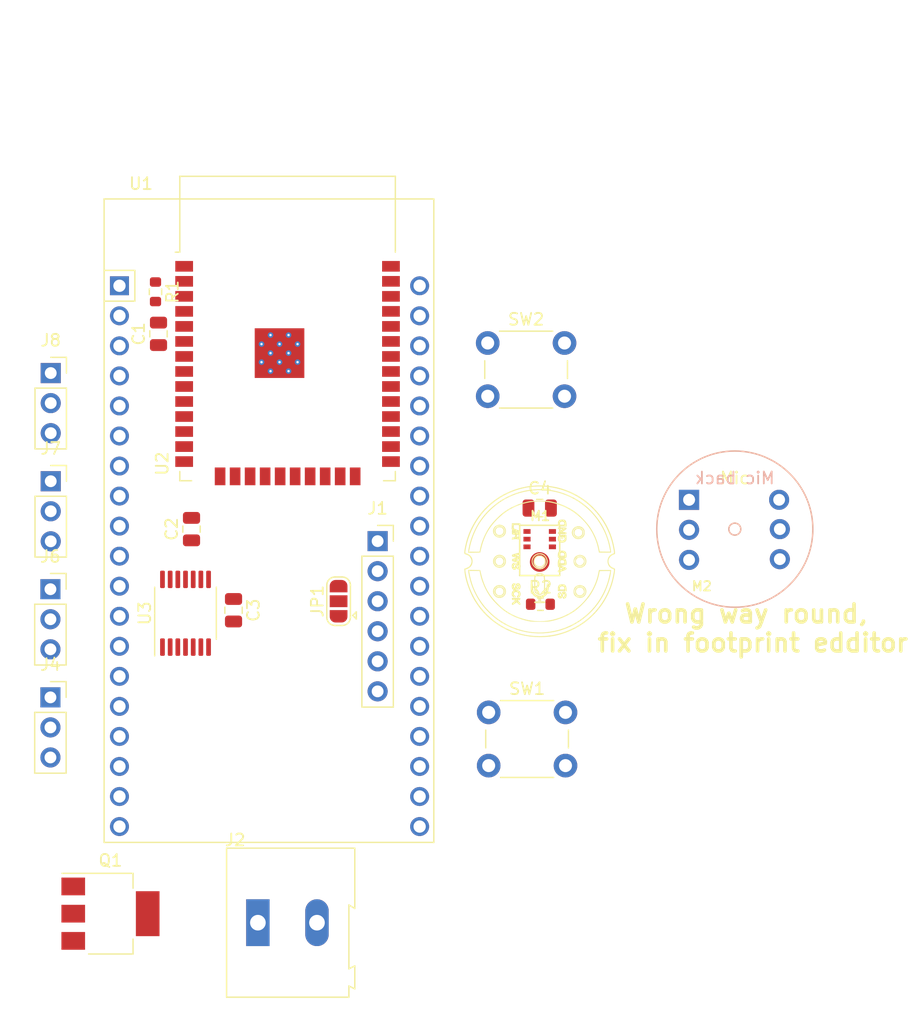
<source format=kicad_pcb>
(kicad_pcb (version 20211014) (generator pcbnew)
  (layers (0 "F.Cu" signal "Front") (1 "In1.Cu" signal) (2 "In2.Cu" signal) (31 "B.Cu" signal "Back") (34 "B.Paste" user) (35 "F.Paste" user) (36 "B.SilkS" user "B.Silkscreen") (37 "F.SilkS" user "F.Silkscreen") (38 "B.Mask" user) (39 "F.Mask" user) (44 "Edge.Cuts" user))
  (net 0 "")
  (net 1 "/Reset")
  (net 2 "GND")
  (net 3 "+3.3V")
  (net 4 "/GPIO-0")
  (net 5 "Net-(J1-Pad3)")
  (net 6 "+5V")
  (net 27 "/Rx")
  (net 28 "/Tx")
  (net 53 "Net-(J4-Pad2)")
  (net 54 "Net-(J6-Pad2)")
  (net 55 "Net-(J7-Pad2)")
  (net 56 "Net-(J8-Pad2)")
  (net 59 "/LED-1")
  (net 60 "/LED-2")
  (net 61 "/LED-3")
  (net 62 "/LED-4")
  (net 63 "/SD")
  (net 64 "/SCK")
  (net 65 "/WS")
  (net 68 "Net-(M1-Pad8)")
  (net 69 "Net-(J4-Pad1)")
  (footprint "Capacitor_SMD:C_0805_2012Metric" (layer "F.Cu") (at 203.708 101.6)
    (fp_text reference "C4" (at 0 -1.68) (layer "F.SilkS"))
    (fp_text value "C")
    (pad "1" smd roundrect (at -0.95 0) (size 1 1.45) (layers "F.Cu" "F.Paste" "F.Mask") (net 3 "+3.3V"))
    (pad "2" smd roundrect (at 0.95 0) (size 1 1.45) (layers "F.Cu" "F.Paste" "F.Mask") (net 2 "GND"))
  )
  (footprint "Package_TO_SOT_SMD:SOT-223-3_TabPin2" (layer "F.Cu") (at 167.386 135.89)
    (fp_text reference "Q1" (at 0 -4.5) (layer "F.SilkS"))
    (fp_text value "NDT3055L")
    (pad "1" smd rect (at -3.15 -2.3) (size 2 1.5) (layers "F.Cu" "F.Paste" "F.Mask"))
    (pad "2" smd rect (at -3.15 0) (size 2 1.5) (layers "F.Cu" "F.Paste" "F.Mask"))
    (pad "2" smd rect (at 3.15 0) (size 2 3.8) (layers "F.Cu" "F.Paste" "F.Mask"))
    (pad "3" smd rect (at -3.15 2.3) (size 2 1.5) (layers "F.Cu" "F.Paste" "F.Mask"))
  )
  (footprint "RF_Module:ESP32-WROOM-32" (layer "F.Cu") (at 182.372 89.408)
    (fp_text reference "U2" (at -10.61 8.43 90) (layer "F.SilkS"))
    (fp_text value "ESP32-WROOM-32D")
    (pad "1" smd rect (at -8.75 -8.25) (size 1.5 0.9) (layers "F.Cu" "F.Paste" "F.Mask") (net 2 "GND"))
    (pad "2" smd rect (at -8.75 -6.98) (size 1.5 0.9) (layers "F.Cu" "F.Paste" "F.Mask") (net 3 "+3.3V"))
    (pad "3" smd rect (at -8.75 -5.71) (size 1.5 0.9) (layers "F.Cu" "F.Paste" "F.Mask") (net 1 "/Reset"))
    (pad "4" smd rect (at -8.75 -4.44) (size 1.5 0.9) (layers "F.Cu" "F.Paste" "F.Mask"))
    (pad "5" smd rect (at -8.75 -3.17) (size 1.5 0.9) (layers "F.Cu" "F.Paste" "F.Mask"))
    (pad "6" smd rect (at -8.75 -1.9) (size 1.5 0.9) (layers "F.Cu" "F.Paste" "F.Mask"))
    (pad "7" smd rect (at -8.75 -0.63) (size 1.5 0.9) (layers "F.Cu" "F.Paste" "F.Mask"))
    (pad "8" smd rect (at -8.75 0.64) (size 1.5 0.9) (layers "F.Cu" "F.Paste" "F.Mask") (net 63 "/SD"))
    (pad "9" smd rect (at -8.75 1.91) (size 1.5 0.9) (layers "F.Cu" "F.Paste" "F.Mask"))
    (pad "10" smd rect (at -8.75 3.18) (size 1.5 0.9) (layers "F.Cu" "F.Paste" "F.Mask"))
    (pad "11" smd rect (at -8.75 4.45) (size 1.5 0.9) (layers "F.Cu" "F.Paste" "F.Mask"))
    (pad "12" smd rect (at -8.75 5.72) (size 1.5 0.9) (layers "F.Cu" "F.Paste" "F.Mask"))
    (pad "13" smd rect (at -8.75 6.99) (size 1.5 0.9) (layers "F.Cu" "F.Paste" "F.Mask") (net 64 "/SCK"))
    (pad "14" smd rect (at -8.75 8.26) (size 1.5 0.9) (layers "F.Cu" "F.Paste" "F.Mask"))
    (pad "15" smd rect (at -5.71 9.51 90) (size 1.5 0.9) (layers "F.Cu" "F.Paste" "F.Mask") (net 2 "GND"))
    (pad "16" smd rect (at -4.44 9.51 90) (size 1.5 0.9) (layers "F.Cu" "F.Paste" "F.Mask"))
    (pad "17" smd rect (at -3.17 9.51 90) (size 1.5 0.9) (layers "F.Cu" "F.Paste" "F.Mask"))
    (pad "18" smd rect (at -1.9 9.51 90) (size 1.5 0.9) (layers "F.Cu" "F.Paste" "F.Mask"))
    (pad "19" smd rect (at -0.63 9.51 90) (size 1.5 0.9) (layers "F.Cu" "F.Paste" "F.Mask"))
    (pad "20" smd rect (at 0.64 9.51 90) (size 1.5 0.9) (layers "F.Cu" "F.Paste" "F.Mask"))
    (pad "21" smd rect (at 1.91 9.51 90) (size 1.5 0.9) (layers "F.Cu" "F.Paste" "F.Mask"))
    (pad "22" smd rect (at 3.18 9.51 90) (size 1.5 0.9) (layers "F.Cu" "F.Paste" "F.Mask"))
    (pad "23" smd rect (at 4.45 9.51 90) (size 1.5 0.9) (layers "F.Cu" "F.Paste" "F.Mask") (net 65 "/WS"))
    (pad "24" smd rect (at 5.72 9.51 90) (size 1.5 0.9) (layers "F.Cu" "F.Paste" "F.Mask") (net 59 "/LED-1"))
    (pad "25" smd rect (at 8.75 8.26) (size 1.5 0.9) (layers "F.Cu" "F.Paste" "F.Mask") (net 4 "/GPIO-0"))
    (pad "26" smd rect (at 8.75 6.99) (size 1.5 0.9) (layers "F.Cu" "F.Paste" "F.Mask"))
    (pad "27" smd rect (at 8.75 5.72) (size 1.5 0.9) (layers "F.Cu" "F.Paste" "F.Mask"))
    (pad "28" smd rect (at 8.75 4.45) (size 1.5 0.9) (layers "F.Cu" "F.Paste" "F.Mask") (net 60 "/LED-2"))
    (pad "29" smd rect (at 8.75 3.18) (size 1.5 0.9) (layers "F.Cu" "F.Paste" "F.Mask"))
    (pad "30" smd rect (at 8.75 1.91) (size 1.5 0.9) (layers "F.Cu" "F.Paste" "F.Mask") (net 61 "/LED-3"))
    (pad "31" smd rect (at 8.75 0.64) (size 1.5 0.9) (layers "F.Cu" "F.Paste" "F.Mask") (net 62 "/LED-4"))
    (pad "32" smd rect (at 8.75 -0.63) (size 1.5 0.9) (layers "F.Cu" "F.Paste" "F.Mask"))
    (pad "33" smd rect (at 8.75 -1.9) (size 1.5 0.9) (layers "F.Cu" "F.Paste" "F.Mask"))
    (pad "34" smd rect (at 8.75 -3.17) (size 1.5 0.9) (layers "F.Cu" "F.Paste" "F.Mask") (net 27 "/Rx"))
    (pad "35" smd rect (at 8.75 -4.44) (size 1.5 0.9) (layers "F.Cu" "F.Paste" "F.Mask") (net 28 "/Tx"))
    (pad "36" smd rect (at 8.75 -5.71) (size 1.5 0.9) (layers "F.Cu" "F.Paste" "F.Mask"))
    (pad "37" smd rect (at 8.75 -6.98) (size 1.5 0.9) (layers "F.Cu" "F.Paste" "F.Mask"))
    (pad "38" smd rect (at 8.75 -8.25) (size 1.5 0.9) (layers "F.Cu" "F.Paste" "F.Mask") (net 2 "GND"))
    (pad "39" smd rect (at -0.68 -2.435) (size 1.05 1.05) (layers "F.Cu" "F.Paste") (net 2 "GND"))
    (pad "39" thru_hole circle (at -0.68 -1.6725) (size 0.475 0.475) (drill 0.2) (property pad_prop_heatsink) (layers *.Cu "F.Mask") (net 2 "GND"))
    (pad "39" smd rect (at -0.68 0.615) (size 1.05 1.05) (layers "F.Cu" "F.Paste") (net 2 "GND"))
    (pad "39" thru_hole circle (at -2.205 -0.1475) (size 0.475 0.475) (drill 0.2) (property pad_prop_heatsink) (layers *.Cu "F.Mask") (net 2 "GND"))
    (pad "39" thru_hole circle (at 0.845 -0.1475) (size 0.475 0.475) (drill 0.2) (property pad_prop_heatsink) (layers *.Cu "F.Mask") (net 2 "GND"))
    (pad "39" smd rect (at 0.845 -0.91) (size 1.05 1.05) (layers "F.Cu" "F.Paste") (net 2 "GND"))
    (pad "39" smd rect (at 0.845 -2.435) (size 1.05 1.05) (layers "F.Cu" "F.Paste") (net 2 "GND"))
    (pad "39" thru_hole circle (at 0.0825 -0.91) (size 0.475 0.475) (drill 0.2) (property pad_prop_heatsink) (layers *.Cu "F.Mask") (net 2 "GND"))
    (pad "39" smd rect (at -0.68 -0.91) (size 1.05 1.05) (layers "F.Cu" "F.Paste") (net 2 "GND"))
    (pad "39" thru_hole circle (at -1.4425 -2.435) (size 0.475 0.475) (drill 0.2) (property pad_prop_heatsink) (layers *.Cu "F.Mask") (net 2 "GND"))
    (pad "39" thru_hole circle (at -0.68 -0.1475) (size 0.475 0.475) (drill 0.2) (property pad_prop_heatsink) (layers *.Cu "F.Mask") (net 2 "GND"))
    (pad "39" smd rect (at 0.845 0.615) (size 1.05 1.05) (layers "F.Cu" "F.Paste") (net 2 "GND"))
    (pad "39" thru_hole circle (at 0.0825 0.615) (size 0.475 0.475) (drill 0.2) (property pad_prop_heatsink) (layers *.Cu "F.Mask") (net 2 "GND"))
    (pad "39" smd rect (at -2.205 -2.435) (size 1.05 1.05) (layers "F.Cu" "F.Paste") (net 2 "GND"))
    (pad "39" thru_hole circle (at -2.205 -1.6725) (size 0.475 0.475) (drill 0.2) (property pad_prop_heatsink) (layers *.Cu "F.Mask") (net 2 "GND"))
    (pad "39" smd rect (at -2.205 0.615) (size 1.05 1.05) (layers "F.Cu" "F.Paste") (net 2 "GND"))
    (pad "39" thru_hole circle (at -1.4425 0.615) (size 0.475 0.475) (drill 0.2) (property pad_prop_heatsink) (layers *.Cu "F.Mask") (net 2 "GND"))
    (pad "39" thru_hole circle (at -1.4425 -0.91) (size 0.475 0.475) (drill 0.2) (property pad_prop_heatsink) (layers *.Cu "F.Mask") (net 2 "GND"))
    (pad "39" thru_hole circle (at 0.0825 -2.435) (size 0.475 0.475) (drill 0.2) (property pad_prop_heatsink) (layers *.Cu "F.Mask") (net 2 "GND"))
    (pad "39" smd rect (at -0.68 -0.91) (size 4.2 4.2) (layers "F.Cu" "F.Mask") (net 2 "GND"))
    (pad "39" smd rect (at -2.205 -0.91) (size 1.05 1.05) (layers "F.Cu" "F.Paste") (net 2 "GND"))
    (pad "39" thru_hole circle (at 0.845 -1.6725) (size 0.475 0.475) (drill 0.2) (property pad_prop_heatsink) (layers *.Cu "F.Mask") (net 2 "GND"))
  )
  (footprint "mic:MIC_DMM-4026-B-I2S-R-TH" (layer "F.Cu") (at 220.218 103.378)
    (fp_text reference "M2" (at -2.794 4.826) (layer "F.SilkS") (effects (font (size 0.8 0.8))))
    (fp_text value "INMP441-TH")
    (fp_text user "Mic back" (at 0 -4.318 unlocked) (layer "B.SilkS") (effects (justify mirror)))
    (fp_text user "Mic" (at 0 -4.318 unlocked) (layer "F.SilkS"))
    (pad "1" thru_hole rect (at -3.87 -2.48) (size 1.7 1.7) (drill 1) (layers *.Cu *.Mask) (net 2 "GND"))
    (pad "1" thru_hole rect (at -3.87 -2.48 90) (size 1.7 1.7) (drill 1) (layers *.Cu *.Mask) (net 2 "GND"))
    (pad "2" thru_hole oval (at -3.87 0.06) (size 1.7 1.7) (drill 1) (layers *.Cu *.Mask) (net 65 "/WS"))
    (pad "3" thru_hole oval (at -3.87 2.6) (size 1.7 1.7) (drill 1) (layers *.Cu *.Mask) (net 64 "/SCK"))
    (pad "4" thru_hole oval (at 3.75 -2.48 90) (size 1.7 1.7) (drill 1) (layers *.Cu *.Mask) (net 2 "GND"))
    (pad "5" thru_hole oval (at 3.81 0) (size 1.7 1.7) (drill 1) (layers *.Cu *.Mask) (net 3 "+3.3V"))
    (pad "6" thru_hole oval (at 3.81 2.54) (size 1.7 1.7) (drill 1) (layers *.Cu *.Mask) (net 63 "/SD"))
  )
  (footprint "Connector_PinSocket_2.54mm:PinSocket_1x03_P2.54mm_Vertical" (layer "F.Cu") (at 162.306 108.458)
    (fp_text reference "J6" (at 0 -2.77) (layer "F.SilkS"))
    (fp_text value "Pixel-strip")
    (pad "1" thru_hole rect (at 0 0) (size 1.7 1.7) (drill 1) (layers *.Cu *.Mask) (net 69 "Net-(J4-Pad1)"))
    (pad "2" thru_hole oval (at 0 2.54) (size 1.7 1.7) (drill 1) (layers *.Cu *.Mask) (net 54 "Net-(J6-Pad2)"))
    (pad "3" thru_hole oval (at 0 5.08) (size 1.7 1.7) (drill 1) (layers *.Cu *.Mask) (net 6 "+5V"))
  )
  (footprint "Resistor_SMD:R_0603_1608Metric" (layer "F.Cu") (at 171.196 83.312 -90)
    (fp_text reference "R1" (at 0 -1.43 90) (layer "F.SilkS"))
    (fp_text value "R")
    (pad "1" smd roundrect (at -0.825 0 270) (size 0.8 0.95) (layers "F.Cu" "F.Paste" "F.Mask") (net 3 "+3.3V"))
    (pad "2" smd roundrect (at 0.825 0 270) (size 0.8 0.95) (layers "F.Cu" "F.Paste" "F.Mask") (net 1 "/Reset"))
  )
  (footprint "Jumper:SolderJumper-3_P1.3mm_Open_RoundedPad1.0x1.5mm" (layer "F.Cu") (at 186.69 109.474 90)
    (fp_text reference "JP1" (at 0 -1.8 90) (layer "F.SilkS"))
    (fp_text value "SolderJumper_3_Bridged12")
    (pad "1" smd custom (at -1.3 0 90) (size 1 0.5) (layers "F.Cu" "F.Mask") (net 3 "+3.3V") (options (clearance outline) (anchor rect)) (primitives (gr_circle (center 0 0.25) (end 0.5 0.25) (width 0) (fill yes)) (gr_circle (center 0 -0.25) (end 0.5 -0.25) (width 0) (fill yes)) (gr_poly (pts (xy 0.55 0.75) (xy 0 0.75) (xy 0 -0.75) (xy 0.55 -0.75)) (width 0) (fill yes))))
    (pad "2" smd rect (at 0 0 90) (size 1 1.5) (layers "F.Cu" "F.Mask") (net 5 "Net-(J1-Pad3)"))
    (pad "3" smd custom (at 1.3 0 90) (size 1 0.5) (layers "F.Cu" "F.Mask") (net 6 "+5V") (options (clearance outline) (anchor rect)) (primitives (gr_circle (center 0 0.25) (end 0.5 0.25) (width 0) (fill yes)) (gr_circle (center 0 -0.25) (end 0.5 -0.25) (width 0) (fill yes)) (gr_poly (pts (xy 0 0.75) (xy -0.55 0.75) (xy -0.55 -0.75) (xy 0 -0.75)) (width 0) (fill yes))))
  )
  (footprint "esp32:ESP32-DEVKITC-32D" (layer "F.Cu") (at 168.148 82.804)
    (fp_text reference "U1" (at 1.820025 -8.634045) (layer "F.SilkS"))
    (fp_text value "ESP32-WROOM-32D")
    (pad "1" thru_hole rect (at 0 0) (size 1.6 1.6) (drill 1.04) (layers F&B.Cu *.Mask) (net 2 "GND"))
    (pad "2" thru_hole circle (at 0 2.54) (size 1.6 1.6) (drill 1.04) (layers F&B.Cu *.Mask) (net 3 "+3.3V"))
    (pad "3" thru_hole circle (at 0 5.08) (size 1.6 1.6) (drill 1.04) (layers F&B.Cu *.Mask) (net 1 "/Reset"))
    (pad "4" thru_hole circle (at 0 7.62) (size 1.6 1.6) (drill 1.04) (layers F&B.Cu *.Mask))
    (pad "5" thru_hole circle (at 0 10.16) (size 1.6 1.6) (drill 1.04) (layers F&B.Cu *.Mask))
    (pad "6" thru_hole circle (at 0 12.7) (size 1.6 1.6) (drill 1.04) (layers F&B.Cu *.Mask))
    (pad "7" thru_hole circle (at 0 15.24) (size 1.6 1.6) (drill 1.04) (layers F&B.Cu *.Mask))
    (pad "8" thru_hole circle (at 0 17.78) (size 1.6 1.6) (drill 1.04) (layers F&B.Cu *.Mask) (net 63 "/SD"))
    (pad "9" thru_hole circle (at 0 20.32) (size 1.6 1.6) (drill 1.04) (layers F&B.Cu *.Mask))
    (pad "10" thru_hole circle (at 0 22.86) (size 1.6 1.6) (drill 1.04) (layers F&B.Cu *.Mask))
    (pad "11" thru_hole circle (at 0 25.4) (size 1.6 1.6) (drill 1.04) (layers F&B.Cu *.Mask))
    (pad "12" thru_hole circle (at 0 27.94) (size 1.6 1.6) (drill 1.04) (layers F&B.Cu *.Mask))
    (pad "13" thru_hole circle (at 0 30.48) (size 1.6 1.6) (drill 1.04) (layers F&B.Cu *.Mask) (net 64 "/SCK"))
    (pad "14" thru_hole circle (at 0 33.02) (size 1.6 1.6) (drill 1.04) (layers F&B.Cu *.Mask))
    (pad "15" thru_hole circle (at 0 35.56) (size 1.6 1.6) (drill 1.04) (layers F&B.Cu *.Mask) (net 2 "GND"))
    (pad "16" thru_hole circle (at 0 38.1) (size 1.6 1.6) (drill 1.04) (layers F&B.Cu *.Mask))
    (pad "17" thru_hole circle (at 0 40.64) (size 1.6 1.6) (drill 1.04) (layers F&B.Cu *.Mask))
    (pad "18" thru_hole circle (at 0 43.18) (size 1.6 1.6) (drill 1.04) (layers F&B.Cu *.Mask))
    (pad "19" thru_hole circle (at 0 45.72) (size 1.6 1.6) (drill 1.04) (layers F&B.Cu *.Mask))
    (pad "20" thru_hole circle (at 25.4 0) (size 1.6 1.6) (drill 1.04) (layers F&B.Cu *.Mask))
    (pad "21" thru_hole circle (at 25.4 2.54) (size 1.6 1.6) (drill 1.04) (layers F&B.Cu *.Mask))
    (pad "22" thru_hole circle (at 25.4 5.08) (size 1.6 1.6) (drill 1.04) (layers F&B.Cu *.Mask))
    (pad "23" thru_hole circle (at 25.4 7.62) (size 1.6 1.6) (drill 1.04) (layers F&B.Cu *.Mask) (net 65 "/WS"))
    (pad "24" thru_hole circle (at 25.4 10.16) (size 1.6 1.6) (drill 1.04) (layers F&B.Cu *.Mask) (net 59 "/LED-1"))
    (pad "25" thru_hole circle (at 25.4 12.7) (size 1.6 1.6) (drill 1.04) (layers F&B.Cu *.Mask) (net 4 "/GPIO-0"))
    (pad "26" thru_hole circle (at 25.4 15.24) (size 1.6 1.6) (drill 1.04) (layers F&B.Cu *.Mask))
    (pad "27" thru_hole circle (at 25.4 17.78) (size 1.6 1.6) (drill 1.04) (layers F&B.Cu *.Mask))
    (pad "28" thru_hole circle (at 25.4 20.32) (size 1.6 1.6) (drill 1.04) (layers F&B.Cu *.Mask) (net 60 "/LED-2"))
    (pad "29" thru_hole circle (at 25.4 22.86) (size 1.6 1.6) (drill 1.04) (layers F&B.Cu *.Mask))
    (pad "30" thru_hole circle (at 25.4 25.4) (size 1.6 1.6) (drill 1.04) (layers F&B.Cu *.Mask) (net 61 "/LED-3"))
    (pad "31" thru_hole circle (at 25.4 27.94) (size 1.6 1.6) (drill 1.04) (layers F&B.Cu *.Mask) (net 62 "/LED-4"))
    (pad "32" thru_hole circle (at 25.4 30.48) (size 1.6 1.6) (drill 1.04) (layers F&B.Cu *.Mask))
    (pad "33" thru_hole circle (at 25.4 33.02) (size 1.6 1.6) (drill 1.04) (layers F&B.Cu *.Mask))
    (pad "34" thru_hole circle (at 25.4 35.56) (size 1.6 1.6) (drill 1.04) (layers F&B.Cu *.Mask) (net 27 "/Rx"))
    (pad "35" thru_hole circle (at 25.4 38.1) (size 1.6 1.6) (drill 1.04) (layers F&B.Cu *.Mask) (net 28 "/Tx"))
    (pad "36" thru_hole circle (at 25.4 40.64) (size 1.6 1.6) (drill 1.04) (layers F&B.Cu *.Mask))
    (pad "37" thru_hole circle (at 25.4 43.18) (size 1.6 1.6) (drill 1.04) (layers F&B.Cu *.Mask))
    (pad "38" thru_hole circle (at 25.4 45.72) (size 1.6 1.6) (drill 1.04) (layers F&B.Cu *.Mask) (net 2 "GND"))
  )
  (footprint "Package_SO:TSSOP-14_4.4x5mm_P0.65mm" (layer "F.Cu") (at 173.736 110.49 90)
    (fp_text reference "U3" (at 0 -3.45 90) (layer "F.SilkS"))
    (fp_text value "SN74LV4T125")
    (pad "1" smd roundrect (at -2.8625 -1.95 90) (size 1.475 0.4) (layers "F.Cu" "F.Paste" "F.Mask") (net 2 "GND"))
    (pad "2" smd roundrect (at -2.8625 -1.3 90) (size 1.475 0.4) (layers "F.Cu" "F.Paste" "F.Mask") (net 59 "/LED-1"))
    (pad "3" smd roundrect (at -2.8625 -0.65 90) (size 1.475 0.4) (layers "F.Cu" "F.Paste" "F.Mask") (net 53 "Net-(J4-Pad2)"))
    (pad "4" smd roundrect (at -2.8625 0 90) (size 1.475 0.4) (layers "F.Cu" "F.Paste" "F.Mask") (net 2 "GND"))
    (pad "5" smd roundrect (at -2.8625 0.65 90) (size 1.475 0.4) (layers "F.Cu" "F.Paste" "F.Mask") (net 60 "/LED-2"))
    (pad "6" smd roundrect (at -2.8625 1.3 90) (size 1.475 0.4) (layers "F.Cu" "F.Paste" "F.Mask") (net 54 "Net-(J6-Pad2)"))
    (pad "7" smd roundrect (at -2.8625 1.95 90) (size 1.475 0.4) (layers "F.Cu" "F.Paste" "F.Mask") (net 2 "GND"))
    (pad "8" smd roundrect (at 2.8625 1.95 90) (size 1.475 0.4) (layers "F.Cu" "F.Paste" "F.Mask") (net 55 "Net-(J7-Pad2)"))
    (pad "9" smd roundrect (at 2.8625 1.3 90) (size 1.475 0.4) (layers "F.Cu" "F.Paste" "F.Mask") (net 61 "/LED-3"))
    (pad "10" smd roundrect (at 2.8625 0.65 90) (size 1.475 0.4) (layers "F.Cu" "F.Paste" "F.Mask") (net 2 "GND"))
    (pad "11" smd roundrect (at 2.8625 0 90) (size 1.475 0.4) (layers "F.Cu" "F.Paste" "F.Mask") (net 56 "Net-(J8-Pad2)"))
    (pad "12" smd roundrect (at 2.8625 -0.65 90) (size 1.475 0.4) (layers "F.Cu" "F.Paste" "F.Mask") (net 62 "/LED-4"))
    (pad "13" smd roundrect (at 2.8625 -1.3 90) (size 1.475 0.4) (layers "F.Cu" "F.Paste" "F.Mask") (net 2 "GND"))
    (pad "14" smd roundrect (at 2.8625 -1.95 90) (size 1.475 0.4) (layers "F.Cu" "F.Paste" "F.Mask") (net 6 "+5V"))
  )
  (footprint "Connector_PinSocket_2.54mm:PinSocket_1x03_P2.54mm_Vertical" (layer "F.Cu") (at 162.306 117.602)
    (fp_text reference "J4" (at 0 -2.77) (layer "F.SilkS"))
    (fp_text value "Pixel-strip")
    (pad "1" thru_hole rect (at 0 0) (size 1.7 1.7) (drill 1) (layers *.Cu *.Mask) (net 69 "Net-(J4-Pad1)"))
    (pad "2" thru_hole oval (at 0 2.54) (size 1.7 1.7) (drill 1) (layers *.Cu *.Mask) (net 53 "Net-(J4-Pad2)"))
    (pad "3" thru_hole oval (at 0 5.08) (size 1.7 1.7) (drill 1) (layers *.Cu *.Mask) (net 6 "+5V"))
  )
  (footprint "TerminalBlock:TerminalBlock_Altech_AK300-2_P5.00mm" (layer "F.Cu") (at 179.861 136.652)
    (fp_text reference "J2" (at -1.92 -6.99) (layer "F.SilkS"))
    (fp_text value "Power-in")
    (pad "1" thru_hole rect (at 0 0) (size 1.98 3.96) (drill 1.32) (layers *.Cu *.Mask) (net 2 "GND"))
    (pad "2" thru_hole oval (at 5 0) (size 1.98 3.96) (drill 1.32) (layers *.Cu *.Mask) (net 6 "+5V"))
  )
  (footprint "Capacitor_SMD:C_0805_2012Metric" (layer "F.Cu") (at 177.8 110.236 -90)
    (fp_text reference "C3" (at 0 -1.68 90) (layer "F.SilkS"))
    (fp_text value "C")
    (pad "1" smd roundrect (at -0.95 0 270) (size 1 1.45) (layers "F.Cu" "F.Paste" "F.Mask") (net 6 "+5V"))
    (pad "2" smd roundrect (at 0.95 0 270) (size 1 1.45) (layers "F.Cu" "F.Paste" "F.Mask") (net 2 "GND"))
  )
  (footprint "Connector_PinSocket_2.54mm:PinSocket_1x03_P2.54mm_Vertical" (layer "F.Cu") (at 162.331 90.185)
    (fp_text reference "J8" (at 0 -2.77) (layer "F.SilkS"))
    (fp_text value "Pixel-strip")
    (pad "1" thru_hole rect (at 0 0) (size 1.7 1.7) (drill 1) (layers *.Cu *.Mask) (net 69 "Net-(J4-Pad1)"))
    (pad "2" thru_hole oval (at 0 2.54) (size 1.7 1.7) (drill 1) (layers *.Cu *.Mask) (net 56 "Net-(J8-Pad2)"))
    (pad "3" thru_hole oval (at 0 5.08) (size 1.7 1.7) (drill 1) (layers *.Cu *.Mask) (net 6 "+5V"))
  )
  (footprint "Capacitor_SMD:C_0805_2012Metric" (layer "F.Cu") (at 174.244 103.378 90)
    (fp_text reference "C2" (at 0 -1.68 90) (layer "F.SilkS"))
    (fp_text value "25uF")
    (pad "1" smd roundrect (at -0.95 0 90) (size 1 1.45) (layers "F.Cu" "F.Paste" "F.Mask") (net 3 "+3.3V"))
    (pad "2" smd roundrect (at 0.95 0 90) (size 1 1.45) (layers "F.Cu" "F.Paste" "F.Mask") (net 2 "GND"))
  )
  (footprint "mic:MIC_DMM-4026-B-I2S-R" (layer "F.Cu") (at 203.708 105.156)
    (fp_text reference "M1" (at 0.04 -2.888) (layer "F.SilkS") (effects (font (size 0.8 0.8))))
    (fp_text value "INMP441")
    (pad "" np_thru_hole circle locked (at 0 1) (size 0.25 0.25) (drill 0.25) (layers *.Cu *.Mask))
    (pad "1" smd rect locked (at -1.075 -1.58) (size 0.6 0.4) (layers "F.Cu" "F.Paste" "F.Mask") (net 64 "/SCK"))
    (pad "2" smd rect locked (at -1.075 -0.93) (size 0.6 0.4) (layers "F.Cu" "F.Paste" "F.Mask") (net 63 "/SD"))
    (pad "3" smd rect locked (at -1.075 -0.28) (size 0.6 0.4) (layers "F.Cu" "F.Paste" "F.Mask") (net 65 "/WS"))
    (pad "4" smd custom locked (at 0.01 1.66) (size 0.1 0.1) (layers "F.Cu") (net 2 "GND") (options (clearance outline) (anchor rect)) (primitives (gr_poly (pts (xy -0.535 -0.66) (xy -0.534 -0.687) (xy -0.532 -0.715) (xy -0.529 -0.742) (xy -0.524 -0.769) (xy -0.517 -0.796) (xy -0.509 -0.822) (xy -0.5 -0.848) (xy -0.49 -0.874) (xy -0.478 -0.898) (xy -0.465 -0.922) (xy -0.45 -0.946) (xy -0.435 -0.969) (xy -0.418 -0.99) (xy -0.4 -1.011) (xy -0.381 -1.031) (xy -0.361 -1.05) (xy -0.34 -1.068) (xy -0.319 -1.085) (xy -0.296 -1.1) (xy -0.272 -1.115) (xy -0.248 -1.128) (xy -0.224 -1.14) (xy -0.198 -1.15) (xy -0.172 -1.159) (xy -0.146 -1.167) (xy -0.119 -1.174) (xy -0.092 -1.179) (xy -0.065 -1.182) (xy -0.037 -1.184) (xy -0.01 -1.185) (xy 0.02 -1.184) (xy 0.047 -1.182) (xy 0.074 -1.179) (xy 0.101 -1.174) (xy 0.128 -1.167) (xy 0.154 -1.159) (xy 0.18 -1.15) (xy 0.205 -1.14) (xy 0.23 -1.128) (xy 0.254 -1.115) (xy 0.277 -1.101) (xy 0.3 -1.085) (xy 0.321 -1.069) (xy 0.342 -1.051) (xy 0.362 -1.032) (xy 0.381 -1.012) (xy 0.399 -0.991) (xy 0.415 -0.97) (xy 0.431 -0.947) (xy 0.445 -0.924) (xy 0.458 -0.9) (xy 0.47 -0.875) (xy 0.48 -0.85) (xy 0.489 -0.824) (xy 0.497 -0.798) (xy 0.504 -0.771) (xy 0.509 -0.744) (xy 0.512 -0.717) (xy 0.514 -0.69) (xy 0.515 -0.665) (xy 0.815 -0.665) (xy 0.814 -0.706) (xy 0.81 -0.748) (xy 0.805 -0.791) (xy 0.797 -0.834) (xy 0.787 -0.875) (xy 0.775 -0.917) (xy 0.76 -0.957) (xy 0.744 -0.997) (xy 0.725 -1.036) (xy 0.705 -1.074) (xy 0.682 -1.11) (xy 0.658 -1.146) (xy 0.632 -1.18) (xy 0.604 -1.213) (xy 0.574 -1.244) (xy 0.543 -1.274) (xy 0.51 -1.302) (xy 0.476 -1.328) (xy 0.44 -1.352) (xy 0.404 -1.375) (xy 0.366 -1.395) (xy 0.327 -1.414) (xy 0.287 -1.43) (xy 0.247 -1.445) (xy 0.205 -1.457) (xy 0.164 -1.467) (xy 0.121 -1.475) (xy 0.078 -1.48) (xy 0.036 -1.484) (xy -0.01 -1.485) (xy -0.053 -1.484) (xy -0.096 -1.48) (xy -0.139 -1.475) (xy -0.182 -1.467) (xy -0.224 -1.457) (xy -0.265 -1.445) (xy -0.306 -1.43) (xy -0.346 -1.414) (xy -0.385 -1.395) (xy -0.422 -1.374) (xy -0.459 -1.352) (xy -0.495 -1.327) (xy -0.529 -1.301) (xy -0.562 -1.273) (xy -0.593 -1.243) (xy -0.623 -1.212) (xy -0.651 -1.179) (xy -0.677 -1.145) (xy -0.702 -1.109) (xy -0.724 -1.072) (xy -0.745 -1.035) (xy -0.764 -0.996) (xy -0.78 -0.956) (xy -0.795 -0.915) (xy -0.807 -0.874) (xy -0.817 -0.832) (xy -0.825 -0.789) (xy -0.83 -0.746) (xy -0.834 -0.703) (xy -0.835 -0.66) (xy -0.834 -0.617) (xy -0.83 -0.574) (xy -0.825 -0.531) (xy -0.817 -0.488) (xy -0.807 -0.446) (xy -0.795 -0.405) (xy -0.78 -0.364) (xy -0.764 -0.324) (xy -0.745 -0.285) (xy -0.724 -0.247) (xy -0.702 -0.211) (xy -0.677 -0.175) (xy -0.651 -0.141) (xy -0.623 -0.108) (xy -0.593 -0.077) (xy -0.562 -0.047) (xy -0.529 -0.019) (xy -0.495 0.007) (xy -0.459 0.032) (xy -0.423 0.054) (xy -0.385 0.075) (xy -0.346 0.094) (xy -0.306 0.11) (xy -0.265 0.125) (xy -0.224 0.137) (xy -0.182 0.147) (xy -0.139 0.155) (xy -0.096 0.16) (xy -0.053 0.164) (xy -0.01 0.165) (xy 0.036 0.164) (xy 0.078 0.16) (xy 0.121 0.155) (xy 0.164 0.147) (xy 0.205 0.137) (xy 0.247 0.125) (xy 0.287 0.11) (xy 0.327 0.094) (xy 0.366 0.075) (xy 0.404 0.055) (xy 0.44 0.032) (xy 0.476 0.008) (xy 0.51 -0.018) (xy 0.543 -0.046) (xy 0.574 -0.076) (xy 0.604 -0.107) (xy 0.632 -0.14) (xy 0.658 -0.174) (xy 0.682 -0.21) (xy 0.705 -0.246) (xy 0.725 -0.284) (xy 0.744 -0.323) (xy 0.76 -0.363) (xy 0.775 -0.403) (xy 0.787 -0.445) (xy 0.797 -0.486) (xy 0.805 -0.529) (xy 0.81 -0.572) (xy 0.814 -0.614) (xy 0.815 -0.655) (xy 0.515 -0.655) (xy 0.514 -0.63) (xy 0.512 -0.603) (xy 0.509 -0.576) (xy 0.504 -0.549) (xy 0.497 -0.522) (xy 0.489 -0.496) (xy 0.48 -0.47) (xy 0.47 -0.445) (xy 0.458 -0.42) (xy 0.445 -0.396) (xy 0.431 -0.373) (xy 0.415 -0.35) (xy 0.399 -0.329) (xy 0.381 -0.308) (xy 0.362 -0.288) (xy 0.342 -0.269) (xy 0.321 -0.251) (xy 0.3 -0.235) (xy 0.277 -0.219) (xy 0.254 -0.205) (xy 0.23 -0.192) (xy 0.205 -0.18) (xy 0.18 -0.17) (xy 0.154 -0.161) (xy 0.128 -0.153) (xy 0.101 -0.146) (xy 0.074 -0.141) (xy 0.047 -0.138) (xy 0.02 -0.136) (xy -0.01 -0.135) (xy -0.037 -0.136) (xy -0.065 -0.138) (xy -0.092 -0.141) (xy -0.119 -0.146) (xy -0.146 -0.153) (xy -0.172 -0.161) (xy -0.198 -0.17) (xy -0.224 -0.18) (xy -0.248 -0.192) (xy -0.273 -0.205) (xy -0.296 -0.22) (xy -0.319 -0.235) (xy -0.34 -0.252) (xy -0.361 -0.27) (xy -0.381 -0.289) (xy -0.4 -0.309) (xy -0.418 -0.33) (xy -0.435 -0.351) (xy -0.45 -0.374) (xy -0.465 -0.397) (xy -0.478 -0.422) (xy -0.49 -0.446) (xy -0.5 -0.472) (xy -0.509 -0.498) (xy -0.517 -0.524) (xy -0.524 -0.551) (xy -0.529 -0.578) (xy -0.532 -0.605) (xy -0.534 -0.633) (xy -0.535 -0.66)) (width 0.01) (fill yes))))
    (pad "5" smd rect locked (at 1.075 -0.28) (size 0.6 0.4) (layers "F.Cu" "F.Paste" "F.Mask") (net 2 "GND"))
    (pad "6" smd rect locked (at 1.075 -0.93) (size 0.6 0.4) (layers "F.Cu" "F.Paste" "F.Mask") (net 2 "GND"))
    (pad "7" smd rect locked (at 1.075 -1.58) (size 0.6 0.4) (layers "F.Cu" "F.Paste" "F.Mask") (net 3 "+3.3V"))
  )
  (footprint "Connector_PinSocket_2.54mm:PinSocket_1x06_P2.54mm_Vertical" (layer "F.Cu") (at 189.992 104.394)
    (fp_text reference "J1" (at 0 -2.77) (layer "F.SilkS"))
    (fp_text value "FTDI-header")
    (pad "1" thru_hole rect (at 0 0) (size 1.7 1.7) (drill 1) (layers *.Cu *.Mask) (net 2 "GND"))
    (pad "2" thru_hole oval (at 0 2.54) (size 1.7 1.7) (drill 1) (layers *.Cu *.Mask) (net 4 "/GPIO-0"))
    (pad "3" thru_hole oval (at 0 5.08) (size 1.7 1.7) (drill 1) (layers *.Cu *.Mask) (net 5 "Net-(J1-Pad3)"))
    (pad "4" thru_hole oval (at 0 7.62) (size 1.7 1.7) (drill 1) (layers *.Cu *.Mask) (net 28 "/Tx"))
    (pad "5" thru_hole oval (at 0 10.16) (size 1.7 1.7) (drill 1) (layers *.Cu *.Mask) (net 27 "/Rx"))
    (pad "6" thru_hole oval (at 0 12.7) (size 1.7 1.7) (drill 1) (layers *.Cu *.Mask) (net 1 "/Reset"))
  )
  (footprint "Resistor_SMD:R_0603_1608Metric" (layer "F.Cu") (at 203.768951 109.728)
    (fp_text reference "R2" (at 0 -1.43) (layer "F.SilkS"))
    (fp_text value "R")
    (pad "1" smd roundrect (at -0.825 0) (size 0.8 0.95) (layers "F.Cu" "F.Paste" "F.Mask") (net 3 "+3.3V"))
    (pad "2" smd roundrect (at 0.825 0) (size 0.8 0.95) (layers "F.Cu" "F.Paste" "F.Mask") (net 68 "Net-(M1-Pad8)"))
  )
  (footprint "Capacitor_SMD:C_0805_2012Metric" (layer "F.Cu") (at 171.45 86.868 90)
    (fp_text reference "C1" (at 0 -1.68 90) (layer "F.SilkS"))
    (fp_text value "C")
    (pad "1" smd roundrect (at -0.95 0 90) (size 1 1.45) (layers "F.Cu" "F.Paste" "F.Mask") (net 1 "/Reset"))
    (pad "2" smd roundrect (at 0.95 0 90) (size 1 1.45) (layers "F.Cu" "F.Paste" "F.Mask") (net 2 "GND"))
  )
  (footprint "Connector_PinSocket_2.54mm:PinSocket_1x03_P2.54mm_Vertical" (layer "F.Cu") (at 162.331 99.329)
    (fp_text reference "J7" (at 0 -2.77) (layer "F.SilkS"))
    (fp_text value "Pixel-strip")
    (pad "1" thru_hole rect (at 0 0) (size 1.7 1.7) (drill 1) (layers *.Cu *.Mask) (net 69 "Net-(J4-Pad1)"))
    (pad "2" thru_hole oval (at 0 2.54) (size 1.7 1.7) (drill 1) (layers *.Cu *.Mask) (net 55 "Net-(J7-Pad2)"))
    (pad "3" thru_hole oval (at 0 5.08) (size 1.7 1.7) (drill 1) (layers *.Cu *.Mask) (net 6 "+5V"))
  )
  (footprint "Button_Switch_THT:SW_PUSH_6mm_H5mm" (layer "F.Cu") (at 199.308 87.642)
    (fp_text reference "SW2" (at 3.25 -2) (layer "F.SilkS"))
    (fp_text value "SW_MEC_5E")
    (pad "1" thru_hole circle (at 6.5 0 90) (size 2 2) (drill 1.1) (layers *.Cu *.Mask))
    (pad "1" thru_hole circle (at 0 0 90) (size 2 2) (drill 1.1) (layers *.Cu *.Mask))
    (pad "2" thru_hole circle (at 0 4.5 90) (size 2 2) (drill 1.1) (layers *.Cu *.Mask))
    (pad "2" thru_hole circle (at 6.5 4.5 90) (size 2 2) (drill 1.1) (layers *.Cu *.Mask))
  )
  (footprint "Button_Switch_THT:SW_PUSH_6mm_H5mm" (layer "F.Cu") (at 199.39 118.872)
    (fp_text reference "SW1" (at 3.25 -2) (layer "F.SilkS"))
    (fp_text value "SW_MEC_5E")
    (pad "1" thru_hole circle (at 6.5 0 90) (size 2 2) (drill 1.1) (layers *.Cu *.Mask) (net 4 "/GPIO-0"))
    (pad "1" thru_hole circle (at 0 0 90) (size 2 2) (drill 1.1) (layers *.Cu *.Mask) (net 4 "/GPIO-0"))
    (pad "2" thru_hole circle (at 0 4.5 90) (size 2 2) (drill 1.1) (layers *.Cu *.Mask) (net 4 "/GPIO-0"))
    (pad "2" thru_hole circle (at 6.5 4.5 90) (size 2 2) (drill 1.1) (layers *.Cu *.Mask) (net 4 "/GPIO-0"))
  )
  (gr_poly (pts (xy 207.131706 108.229935) (xy 207.167271 108.233896) (xy 207.202488 108.24094) (xy 207.237171 108.251023) (xy 207.271131 108.264097) (xy 207.304181 108.280118) (xy 207.336136 108.299039) (xy 207.366807 108.320816) (xy 207.396007 108.345402) (xy 207.409998 108.358734) (xy 207.423551 108.372752) (xy 207.436642 108.387448) (xy 207.449249 108.402819) (xy 207.457868 108.414308) (xy 207.465794 108.426019) (xy 207.473046 108.438027) (xy 207.479642 108.450404) (xy 207.485602 108.463222) (xy 207.490945 108.476554) (xy 207.495689 108.490473) (xy 207.499853 108.505051) (xy 207.503456 108.520362) (xy 207.506518 108.536477) (xy 207.509057 108.55347) (xy 207.511092 108.571414) (xy 207.512642 108.590381) (xy 207.513725 108.610443) (xy 207.514361 108.631674) (xy 207.514569 108.654147) (xy 207.514399 108.680377) (xy 207.513826 108.704271) (xy 207.512758 108.726079) (xy 207.511104 108.746055) (xy 207.508769 108.764449) (xy 207.505663 108.781514) (xy 207.501693 108.797502) (xy 207.496767 108.812664) (xy 207.490791 108.827253) (xy 207.483675 108.841521) (xy 207.475325 108.855719) (xy 207.465649 108.870099) (xy 207.454554 108.884913) (xy 207.44195 108.900414) (xy 207.427742 108.916852) (xy 207.41184 108.934481) (xy 207.394749 108.95214) (xy 207.377011 108.968556) (xy 207.358671 108.983731) (xy 207.339773 108.997667) (xy 207.320363 109.010368) (xy 207.300485 109.021837) (xy 207.280184 109.032075) (xy 207.259506 109.041087) (xy 207.238495 109.048874) (xy 207.217195 109.055439) (xy 207.195653 109.060785) (xy 207.173913 109.064914) (xy 207.152019 109.067831) (xy 207.130017 109.069536) (xy 207.107951 109.070033) (xy 207.085867 109.069325) (xy 207.063809 109.067414) (xy 207.041822 109.064303) (xy 207.019952 109.059995) (xy 206.998243 109.054493) (xy 206.97674 109.047799) (xy 206.955487 109.039915) (xy 206.934531 109.030846) (xy 206.913915 109.020593) (xy 206.893685 109.009159) (xy 206.873885 108.996547) (xy 206.854561 108.98276) (xy 206.835758 108.9678) (xy 206.817519 108.95167) (xy 206.799891 108.934373) (xy 206.782918 108.915911) (xy 206.766645 108.896288) (xy 206.758112 108.884901) (xy 206.75025 108.873269) (xy 206.743044 108.861331) (xy 206.736476 108.849023) (xy 206.730529 108.836284) (xy 206.725187 108.823049) (xy 206.720433 108.809256) (xy 206.716251 108.794842) (xy 206.712623 108.779745) (xy 206.709533 108.763901) (xy 206.706964 108.747248) (xy 206.7049 108.729723) (xy 206.703324 108.711263) (xy 206.702218 108.691805) (xy 206.701567 108.671287) (xy 206.701354 108.649645) (xy 206.701415 108.643516) (xy 206.774165 108.643516) (xy 206.774925 108.667314) (xy 206.777499 108.691154) (xy 206.781925 108.714941) (xy 206.788238 108.73858) (xy 206.796477 108.761978) (xy 206.806677 108.78504) (xy 206.818877 108.80767) (xy 206.833113 108.829774) (xy 206.849423 108.851258) (xy 206.867843 108.872027) (xy 206.88841 108.891985) (xy 206.8884 108.891863) (xy 206.901976 108.90362) (xy 206.915708 108.914564) (xy 206.929586 108.924696) (xy 206.943599 108.934016) (xy 206.957738 108.942525) (xy 206.971993 108.950223) (xy 206.986352 108.957112) (xy 207.000807 108.96319) (xy 207.015346 108.96846) (xy 207.029959 108.972921) (xy 207.044637 108.976574) (xy 207.059369 108.97942) (xy 207.074145 108.98146) (xy 207.088955 108.982693) (xy 207.103788 108.98312) (xy 207.118634 108.982743) (xy 207.133484 108.98156) (xy 207.148326 108.979574) (xy 207.163151 108.976785) (xy 207.177949 108.973192) (xy 207.192709 108.968798) (xy 207.207421 108.963601) (xy 207.222075 108.957604) (xy 207.23666 108.950805) (xy 207.251167 108.943207) (xy 207.265586 108.934809) (xy 207.279905 108.925612) (xy 207.294116 108.915617) (xy 207.308207 108.904824) (xy 207.322168 108.893233) (xy 207.33599 108.880846) (xy 207.349662 108.867663) (xy 207.367441 108.84969) (xy 207.383157 108.833308) (xy 207.396911 108.818255) (xy 207.408801 108.804272) (xy 207.418927 108.791098) (xy 207.42336 108.784733) (xy 207.427389 108.778473) (xy 207.431027 108.772286) (xy 207.434286 108.766138) (xy 207.437178 108.759998) (xy 207.439716 108.753832) (xy 207.441913 108.747609) (xy 207.44378 108.741295) (xy 207.445331 108.734859) (xy 207.446577 108.728267) (xy 207.447531 108.721487) (xy 207.448206 108.714487) (xy 207.448613 108.707235) (xy 207.448766 108.699696) (xy 207.448358 108.683634) (xy 207.44708 108.66604) (xy 207.445032 108.646654) (xy 207.442312 108.625216) (xy 207.43975 108.608741) (xy 207.436536 108.592577) (xy 207.432684 108.576737) (xy 207.428209 108.561235) (xy 207.423127 108.546085) (xy 207.417452 108.531302) (xy 207.411201 108.516899) (xy 207.404388 108.502889) (xy 207.397027 108.489288) (xy 207.389136 108.476109) (xy 207.380728 108.463366) (xy 207.371818 108.451072) (xy 207.362422 108.439243) (xy 207.352556 108.427891) (xy 207.342233 108.41703) (xy 207.33147 108.406676) (xy 207.320281 108.39684) (xy 207.308682 108.387539) (xy 207.296687 108.378785) (xy 207.284313 108.370592) (xy 207.271573 108.362974) (xy 207.258484 108.355946) (xy 207.24506 108.349521) (xy 207.231316 108.343713) (xy 207.217268 108.338536) (xy 207.202931 108.334004) (xy 207.188319 108.330131) (xy 207.173449 108.326931) (xy 207.158335 108.324418) (xy 207.142992 108.322605) (xy 207.127436 108.321508) (xy 207.111682 108.321139) (xy 207.082899 108.322185) (xy 207.055154 108.325262) (xy 207.028481 108.330274) (xy 207.002919 108.337126) (xy 206.978505 108.345725) (xy 206.955276 108.355975) (xy 206.933268 108.367782) (xy 206.912518 108.38105) (xy 206.893065 108.395686) (xy 206.874944 108.411595) (xy 206.858193 108.428682) (xy 206.842849 108.446852) (xy 206.828948 108.466011) (xy 206.816529 108.486064) (xy 206.805627 108.506916) (xy 206.79628 108.528473) (xy 206.788525 108.55064) (xy 206.782399 108.573323) (xy 206.777939 108.596426) (xy 206.775182 108.619856) (xy 206.774165 108.643516) (xy 206.701415 108.643516) (xy 206.701568 108.628003) (xy 206.702219 108.607484) (xy 206.703325 108.588026) (xy 206.704903 108.569565) (xy 206.706968 108.55204) (xy 206.709538 108.535386) (xy 206.712629 108.519542) (xy 206.716258 108.504444) (xy 206.720441 108.490031) (xy 206.725195 108.476239) (xy 206.730537 108.463005) (xy 206.736484 108.450267) (xy 206.743051 108.437962) (xy 206.750256 108.426027) (xy 206.758115 108.4144) (xy 206.766645 108.403017) (xy 206.766641 108.402819) (xy 206.77376 108.394165) (xy 206.78159 108.38527) (xy 206.790053 108.376202) (xy 206.799069 108.36703) (xy 206.808558 108.357821) (xy 206.818441 108.348643) (xy 206.828639 108.339564) (xy 206.839072 108.330651) (xy 206.849661 108.321972) (xy 206.860327 108.313596) (xy 206.87099 108.30559) (xy 206.88157 108.298022) (xy 206.891989 108.29096) (xy 206.902166 108.284471) (xy 206.912024 108.278624) (xy 206.921481 108.273486) (xy 206.938235 108.265313) (xy 206.955206 108.257985) (xy 206.972371 108.251497) (xy 206.989706 108.245842) (xy 207.007188 108.241016) (xy 207.024793 108.237012) (xy 207.042498 108.233824) (xy 207.06028 108.231447) (xy 207.078115 108.229876) (xy 207.09598 108.229104)) (layer "F.SilkS") (width 0) (fill solid))
  (gr_poly (pts (xy 207.013741 103.13092) (xy 207.045244 103.133071) (xy 207.07662 103.137033) (xy 207.107781 103.14283) (xy 207.138638 103.150489) (xy 207.169104 103.160035) (xy 207.19909 103.171496) (xy 207.228509 103.184897) (xy 207.257272 103.200264) (xy 207.285292 103.217624) (xy 207.31248 103.237002) (xy 207.339027 103.258171) (xy 207.363461 103.279617) (xy 207.385837 103.301458) (xy 207.40621 103.323816) (xy 207.415663 103.335227) (xy 207.424636 103.346811) (xy 207.433135 103.358584) (xy 207.441169 103.370562) (xy 207.448743 103.382759) (xy 207.455865 103.39519) (xy 207.462542 103.40787) (xy 207.46878 103.420815) (xy 207.474587 103.434039) (xy 207.479969 103.447557) (xy 207.484933 103.461384) (xy 207.489486 103.475536) (xy 207.493635 103.490027) (xy 207.497387 103.504872) (xy 207.503728 103.535686) (xy 207.508564 103.568098) (xy 207.511949 103.602227) (xy 207.51394 103.638194) (xy 207.514591 103.676119) (xy 207.513939 103.714198) (xy 207.511942 103.750283) (xy 207.508543 103.7845) (xy 207.503682 103.816977) (xy 207.497302 103.84784) (xy 207.489342 103.877216) (xy 207.479745 103.905233) (xy 207.468451 103.932017) (xy 207.455403 103.957695) (xy 207.44054 103.982394) (xy 207.423806 104.006241) (xy 207.40514 104.029364) (xy 207.384484 104.051888) (xy 207.36178 104.073942) (xy 207.336968 104.095652) (xy 207.309991 104.117144) (xy 207.284491 104.134949) (xy 207.256958 104.151179) (xy 207.227618 104.165798) (xy 207.196699 104.178775) (xy 207.164425 104.190074) (xy 207.131023 104.199662) (xy 207.09672 104.207506) (xy 207.061742 104.213572) (xy 207.026314 104.217826) (xy 206.990664 104.220235) (xy 206.955017 104.220764) (xy 206.919599 104.219381) (xy 206.884637 104.216052) (xy 206.850358 104.210742) (xy 206.816986 104.203419) (xy 206.784749 104.194048) (xy 206.77174 104.189441) (xy 206.758686 104.184146) (xy 206.732526 104.171591) (xy 206.706442 104.156577) (xy 206.680608 104.139298) (xy 206.655196 104.119946) (xy 206.630379 104.098716) (xy 206.60633 104.075801) (xy 206.583223 104.051394) (xy 206.561229 104.025689) (xy 206.540522 103.998879) (xy 206.521276 103.971158) (xy 206.503662 103.942719) (xy 206.487854 103.913756) (xy 206.474025 103.884462) (xy 206.462347 103.85503) (xy 206.452994 103.825655) (xy 206.445699 103.798866) (xy 206.439424 103.774441) (xy 206.434185 103.752038) (xy 206.429994 103.731313) (xy 206.426866 103.711923) (xy 206.424813 103.693525) (xy 206.423851 103.675776) (xy 206.423992 103.658331) (xy 206.424481 103.651535) (xy 206.517183 103.651535) (xy 206.517451 103.691584) (xy 206.521383 103.732527) (xy 206.529141 103.774249) (xy 206.540891 103.816632) (xy 206.556797 103.85956) (xy 206.565212 103.878341) (xy 206.574533 103.896617) (xy 206.584725 103.914372) (xy 206.595752 103.931587) (xy 206.607579 103.948245) (xy 206.620168 103.964329) (xy 206.633486 103.979822) (xy 206.647496 103.994705) (xy 206.662163 104.008962) (xy 206.677451 104.022576) (xy 206.693324 104.035528) (xy 206.709746 104.047801) (xy 206.726683 104.059379) (xy 206.744097 104.070243) (xy 206.761955 104.080375) (xy 206.780219 104.08976) (xy 206.798854 104.098379) (xy 206.817825 104.106215) (xy 206.837096 104.11325) (xy 206.856631 104.119467) (xy 206.876395 104.124849) (xy 206.896352 104.129378) (xy 206.916465 104.133037) (xy 206.936701 104.135809) (xy 206.957022 104.137675) (xy 206.977393 104.138619) (xy 206.997779 104.138622) (xy 207.018144 104.137669) (xy 207.038452 104.135741) (xy 207.058667 104.132821) (xy 207.078754 104.128891) (xy 207.098678 104.123934) (xy 207.130907 104.113785) (xy 207.161725 104.101598) (xy 207.191104 104.087484) (xy 207.219016 104.071552) (xy 207.245434 104.053914) (xy 207.270331 104.03468) (xy 207.293679 104.013959) (xy 207.315451 103.991863) (xy 207.335619 103.968501) (xy 207.354158 103.943984) (xy 207.371038 103.918422) (xy 207.386232 103.891925) (xy 207.399715 103.864604) (xy 207.411457 103.836569) (xy 207.421431 103.80793) (xy 207.429611 103.778797) (xy 207.435969 103.749282) (xy 207.440477 103.719494) (xy 207.443109 103.689543) (xy 207.443837 103.65954) (xy 207.442633 103.629594) (xy 207.43947 103.599818) (xy 207.434322 103.57032) (xy 207.42716 103.54121) (xy 207.417957 103.5126) (xy 207.406686 103.4846) (xy 207.393319 103.457319) (xy 207.37783 103.430869) (xy 207.36019 103.405358) (xy 207.340373 103.380899) (xy 207.318351 103.357601) (xy 207.294097 103.335574) (xy 207.257581 103.307283) (xy 207.220291 103.283043) (xy 207.182391 103.262737) (xy 207.144046 103.246246) (xy 207.105421 103.233455) (xy 207.066678 103.224247) (xy 207.027984 103.218505) (xy 206.989501 103.216111) (xy 206.951395 103.21695) (xy 206.913829 103.220904) (xy 206.876969 103.227856) (xy 206.840978 103.23769) (xy 206.806021 103.250289) (xy 206.772261 103.265536) (xy 206.739864 103.283313) (xy 206.708994 103.303505) (xy 206.679815 103.325995) (xy 206.652491 103.350664) (xy 206.627187 103.377398) (xy 206.604067 103.406078) (xy 206.583295 103.436588) (xy 206.565036 103.468811) (xy 206.549454 103.502631) (xy 206.536714 103.53793) (xy 206.526979 103.574592) (xy 206.520414 103.612499) (xy 206.517183 103.651535) (xy 206.424481 103.651535) (xy 206.42525 103.640848) (xy 206.42764 103.622984) (xy 206.431174 103.604395) (xy 206.435866 103.584737) (xy 206.441731 103.563668) (xy 206.448781 103.540844) (xy 206.466495 103.488558) (xy 206.466507 103.488467) (xy 206.478553 103.457424) (xy 206.492407 103.427615) (xy 206.507982 103.399067) (xy 206.525189 103.371805) (xy 206.54394 103.345857) (xy 206.564148 103.321247) (xy 206.585724 103.298002) (xy 206.608581 103.276149) (xy 206.63263 103.255713) (xy 206.657783 103.236721) (xy 206.683953 103.219198) (xy 206.711051 103.203171) (xy 206.73899 103.188666) (xy 206.767682 103.175709) (xy 206.797037 103.164326) (xy 206.826969 103.154543) (xy 206.85739 103.146387) (xy 206.888211 103.139884) (xy 206.919345 103.135059) (xy 206.950703 103.13194) (xy 206.982197 103.130551)) (layer "F.SilkS") (width 0) (fill solid))
  (gr_poly (pts (xy 200.351682 103.007663) (xy 200.388121 103.011098) (xy 200.424235 103.016851) (xy 200.459883 103.024932) (xy 200.494923 103.035348) (xy 200.529213 103.04811) (xy 200.562612 103.063225) (xy 200.594977 103.080703) (xy 200.626168 103.100553) (xy 200.656042 103.122784) (xy 200.684459 103.147404) (xy 200.711275 103.174423) (xy 200.736349 103.20385) (xy 200.759541 103.235693) (xy 200.780707 103.269961) (xy 200.798745 103.304492) (xy 200.814086 103.339491) (xy 200.826788 103.374855) (xy 200.83691 103.410482) (xy 200.844511 103.446268) (xy 200.849648 103.482112) (xy 200.85238 103.51791) (xy 200.852765 103.553561) (xy 200.850861 103.588961) (xy 200.846727 103.624008) (xy 200.840422 103.6586) (xy 200.832003 103.692634) (xy 200.821529 103.726007) (xy 200.809058 103.758618) (xy 200.794648 103.790362) (xy 200.778359 103.821139) (xy 200.760247 103.850844) (xy 200.740372 103.879377) (xy 200.718792 103.906633) (xy 200.695565 103.932512) (xy 200.670749 103.956909) (xy 200.644403 103.979723) (xy 200.616586 104.00085) (xy 200.587354 104.02019) (xy 200.556768 104.037638) (xy 200.524885 104.053092) (xy 200.491763 104.06645) (xy 200.457461 104.077609) (xy 200.422037 104.086467) (xy 200.385549 104.092921) (xy 200.348057 104.096869) (xy 200.309617 104.098208) (xy 200.273285 104.097011) (xy 200.237698 104.093478) (xy 200.202913 104.087696) (xy 200.168989 104.079751) (xy 200.135981 104.069731) (xy 200.103949 104.057722) (xy 200.07295 104.043812) (xy 200.04304 104.028086) (xy 200.014279 104.010632) (xy 199.986722 103.991536) (xy 199.960428 103.970886) (xy 199.935454 103.948768) (xy 199.911858 103.925269) (xy 199.889698 103.900476) (xy 199.86903 103.874476) (xy 199.849912 103.847355) (xy 199.832402 103.819201) (xy 199.816558 103.790099) (xy 199.802436 103.760138) (xy 199.790095 103.729403) (xy 199.779592 103.697982) (xy 199.770984 103.665962) (xy 199.764329 103.633428) (xy 199.759685 103.600469) (xy 199.757109 103.567171) (xy 199.757052 103.562929) (xy 199.851521 103.562929) (xy 199.85162 103.590853) (xy 199.852096 103.615926) (xy 199.853108 103.638504) (xy 199.854816 103.658947) (xy 199.857382 103.677612) (xy 199.860964 103.694857) (xy 199.863186 103.703058) (xy 199.865723 103.711038) (xy 199.868594 103.718843) (xy 199.871819 103.726515) (xy 199.875419 103.734101) (xy 199.879413 103.741645) (xy 199.888664 103.756785) (xy 199.899733 103.772293) (xy 199.91278 103.788527) (xy 199.927965 103.805845) (xy 199.945449 103.824604) (xy 199.965391 103.845162) (xy 199.987951 103.867876) (xy 199.987955 103.867892) (xy 200.012406 103.8919) (xy 200.035293 103.913297) (xy 200.056957 103.9322) (xy 200.07774 103.948728) (xy 200.087909 103.95614) (xy 200.097986 103.963002) (xy 200.108014 103.96933) (xy 200.118035 103.975139) (xy 200.128094 103.980443) (xy 200.138232 103.985258) (xy 200.148492 103.989599) (xy 200.158917 103.993479) (xy 200.169549 103.996915) (xy 200.180432 103.99992) (xy 200.191609 104.002511) (xy 200.203121 104.004701) (xy 200.215013 104.006506) (xy 200.227326 104.00794) (xy 200.253388 104.009757) (xy 200.281649 104.01027) (xy 200.312453 104.009598) (xy 200.346141 104.00786) (xy 200.383056 104.005175) (xy 200.402111 104.003053) (xy 200.421007 103.999804) (xy 200.439714 103.995461) (xy 200.458203 103.99006) (xy 200.476444 103.983635) (xy 200.49441 103.97622) (xy 200.51207 103.96785) (xy 200.529395 103.958559) (xy 200.546356 103.948383) (xy 200.562925 103.937355) (xy 200.57907 103.92551) (xy 200.594764 103.912882) (xy 200.609978 103.899507) (xy 200.624681 103.885418) (xy 200.638845 103.87065) (xy 200.652441 103.855238) (xy 200.665439 103.839216) (xy 200.67781 103.822619) (xy 200.689525 103.805481) (xy 200.700555 103.787837) (xy 200.71087 103.769721) (xy 200.720442 103.751167) (xy 200.72924 103.732211) (xy 200.737237 103.712887) (xy 200.744402 103.693229) (xy 200.750706 103.673272) (xy 200.756121 103.653051) (xy 200.760617 103.632599) (xy 200.764164 103.611952) (xy 200.766734 103.591143) (xy 200.768298 103.570208) (xy 200.768826 103.549181) (xy 200.767094 103.506682) (xy 200.762015 103.465937) (xy 200.753761 103.426993) (xy 200.742506 103.389902) (xy 200.728423 103.354711) (xy 200.711684 103.321472) (xy 200.692463 103.290233) (xy 200.670933 103.261043) (xy 200.647267 103.233953) (xy 200.621638 103.209012) (xy 200.594219 103.186269) (xy 200.565182 103.165773) (xy 200.534702 103.147574) (xy 200.502951 103.131722) (xy 200.470103 103.118267) (xy 200.43633 103.107256) (xy 200.401805 103.098741) (xy 200.366701 103.09277) (xy 200.331193 103.089393) (xy 200.295451 103.088659) (xy 200.259651 103.090619) (xy 200.223964 103.09532) (xy 200.188564 103.102814) (xy 200.153624 103.113149) (xy 200.119316 103.126374) (xy 200.085815 103.14254) (xy 200.053293 103.161695) (xy 200.021923 103.18389) (xy 199.991878 103.209173) (xy 199.963331 103.237594) (xy 199.936456 103.269203) (xy 199.911425 103.304049) (xy 199.904156 103.315701) (xy 199.897362 103.327939) (xy 199.891042 103.340765) (xy 199.885195 103.354185) (xy 199.87982 103.368202) (xy 199.874915 103.382819) (xy 199.87048 103.398042) (xy 199.866513 103.413874) (xy 199.863014 103.430319) (xy 199.859981 103.44738) (xy 199.857413 103.465063) (xy 199.85531 103.483371) (xy 199.853671 103.502307) (xy 199.852493 103.521876) (xy 199.851777 103.542083) (xy 199.851521 103.562929) (xy 199.757052 103.562929) (xy 199.756658 103.53362) (xy 199.758391 103.499904) (xy 199.762364 103.46611) (xy 199.768635 103.432323) (xy 199.777262 103.398632) (xy 199.788302 103.365122) (xy 199.801813 103.331881) (xy 199.801813 103.332064) (xy 199.819864 103.295298) (xy 199.840141 103.26069) (xy 199.862503 103.228249) (xy 199.886807 103.197982) (xy 199.912912 103.1699) (xy 199.940676 103.144011) (xy 199.969957 103.120324) (xy 200.000615 103.098849) (xy 200.032506 103.079593) (xy 200.06549 103.062566) (xy 200.099424 103.047777) (xy 200.134168 103.035235) (xy 200.169578 103.024948) (xy 200.205515 103.016926) (xy 200.241835 103.011178) (xy 200.278397 103.007712) (xy 200.31506 103.006537)) (layer "F.SilkS") (width 0) (fill solid))
  (gr_poly (pts (xy 203.912339 100.004351) (xy 204.225496 100.02339) (xy 204.536604 100.058302) (xy 204.845035 100.108901) (xy 205.150158 100.174999) (xy 205.451345 100.256409) (xy 205.747966 100.352943) (xy 206.039392 100.464414) (xy 206.324992 100.590635) (xy 206.604139 100.731419) (xy 206.876201 100.886577) (xy 207.14055 101.055923) (xy 207.396556 101.239269) (xy 207.643589 101.436428) (xy 207.881021 101.647212) (xy 208.108222 101.871435) (xy 208.324561 102.108909) (xy 208.529411 102.359446) (xy 208.722141 102.622859) (xy 208.902121 102.898961) (xy 209.068723 103.187564) (xy 209.221317 103.488482) (xy 209.269145 103.592811) (xy 209.316094 103.701741) (xy 209.406355 103.930048) (xy 209.490108 104.166691) (xy 209.56536 104.404959) (xy 209.630118 104.638142) (xy 209.682389 104.859528) (xy 209.703219 104.963701) (xy 209.720179 105.062408) (xy 209.733022 105.15481) (xy 209.741497 105.240069) (xy 209.751198 105.365206) (xy 208.721836 105.365206) (xy 208.666546 105.090273) (xy 208.605423 104.823906) (xy 208.530804 104.56416) (xy 208.443153 104.311314) (xy 208.342931 104.065648) (xy 208.230598 103.827441) (xy 208.106616 103.596974) (xy 207.971448 103.374525) (xy 207.825554 103.160374) (xy 207.669396 102.954802) (xy 207.503435 102.758087) (xy 207.328134 102.570509) (xy 207.143953 102.392348) (xy 206.951354 102.223883) (xy 206.750799 102.065395) (xy 206.542749 101.917161) (xy 206.327666 101.779463) (xy 206.106011 101.65258) (xy 205.878246 101.536791) (xy 205.644832 101.432376) (xy 205.406231 101.339614) (xy 205.162904 101.258786) (xy 204.915313 101.19017) (xy 204.663919 101.134047) (xy 204.409184 101.090696) (xy 204.15157 101.060397) (xy 203.891537 101.043428) (xy 203.629548 101.040071) (xy 203.366064 101.050603) (xy 203.101547 101.075306) (xy 202.836457 101.114459) (xy 202.571258 101.16834) (xy 202.306409 101.237231) (xy 202.150652 101.2847) (xy 201.998468 101.336043) (xy 201.849684 101.391361) (xy 201.704128 101.450756) (xy 201.561627 101.514332) (xy 201.422008 101.58219) (xy 201.285099 101.654432) (xy 201.150727 101.731161) (xy 201.01872 101.81248) (xy 200.888904 101.898491) (xy 200.761107 101.989296) (xy 200.635157 102.084998) (xy 200.510881 102.185698) (xy 200.388105 102.2915) (xy 200.266659 102.402505) (xy 200.146368 102.518816) (xy 200.007317 102.661224) (xy 199.876204 102.804408) (xy 199.752752 102.948882) (xy 199.636688 103.095157) (xy 199.527735 103.243746) (xy 199.42562 103.395162) (xy 199.330067 103.549917) (xy 199.240801 103.708523) (xy 199.157548 103.871493) (xy 199.080031 104.03934) (xy 199.007978 104.212576) (xy 198.941112 104.391713) (xy 198.879158 104.577263) (xy 198.821842 104.76974) (xy 198.768888 104.969656) (xy 198.720022 105.177523) (xy 198.678494 105.365206) (xy 198.170213 105.373202) (xy 197.661934 105.381197) (xy 197.6639 105.278536) (xy 197.726405 105.278536) (xy 197.72852 105.27911) (xy 197.73512 105.2797) (xy 197.76086 105.280899) (xy 197.801805 105.282073) (xy 197.856133 105.283165) (xy 197.997654 105.284868) (xy 198.170851 105.28554) (xy 198.170856 105.287005) (xy 198.617352 105.287005) (xy 198.672338 105.019854) (xy 198.698677 104.901375) (xy 198.72925 104.780981) (xy 198.763874 104.65909) (xy 198.802364 104.536121) (xy 198.84454 104.412493) (xy 198.890217 104.288624) (xy 198.939212 104.164932) (xy 198.991343 104.041836) (xy 199.046426 103.919755) (xy 199.104279 103.799106) (xy 199.164718 103.680309) (xy 199.22756 103.563781) (xy 199.292623 103.449942) (xy 199.359723 103.33921) (xy 199.428678 103.232004) (xy 199.499303 103.128741) (xy 199.552904 103.055583) (xy 199.613041 102.978503) (xy 199.678977 102.898241) (xy 199.749971 102.815536) (xy 199.825283 102.731127) (xy 199.904173 102.645754) (xy 200.069729 102.475075) (xy 200.240721 102.309413) (xy 200.326405 102.230313) (xy 200.411229 102.154685) (xy 200.494452 102.083269) (xy 200.575335 102.016805) (xy 200.653138 101.956032) (xy 200.727121 101.90169) (xy 200.831685 101.829834) (xy 200.939417 101.760142) (xy 201.050128 101.692696) (xy 201.163629 101.627579) (xy 201.27973 101.564871) (xy 201.398241 101.504656) (xy 201.518974 101.447015) (xy 201.641738 101.392031) (xy 201.766344 101.339786) (xy 201.892603 101.290361) (xy 202.020326 101.243839) (xy 202.149321 101.200303) (xy 202.279401 101.159834) (xy 202.410376 101.122514) (xy 202.542056 101.088425) (xy 202.674252 101.05765) (xy 202.773884 101.036852) (xy 202.820656 101.028168) (xy 202.866691 101.020541) (xy 202.912958 101.013905) (xy 202.960424 101.008196) (xy 203.01006 101.003348) (xy 203.062834 100.999297) (xy 203.119714 100.995976) (xy 203.181669 100.993323) (xy 203.324681 100.989754) (xy 203.499621 100.988069) (xy 203.714237 100.987749) (xy 204.100658 100.990328) (xy 204.243223 100.994014) (xy 204.361725 100.999981) (xy 204.46344 101.008745) (xy 204.555642 101.020818) (xy 204.645608 101.036714) (xy 204.740612 101.056948) (xy 204.868167 101.086881) (xy 204.994028 101.119313) (xy 205.118251 101.154268) (xy 205.240889 101.191769) (xy 205.361998 101.23184) (xy 205.481631 101.274504) (xy 205.599845 101.319783) (xy 205.716692 101.367701) (xy 205.832228 101.418281) (xy 205.946507 101.471547) (xy 206.059584 101.527521) (xy 206.171513 101.586227) (xy 206.28235 101.647688) (xy 206.392147 101.711928) (xy 206.500961 101.778968) (xy 206.608846 101.848833) (xy 206.690528 101.905629) (xy 206.776746 101.97043) (xy 206.866639 102.042369) (xy 206.959345 102.120576) (xy 207.054006 102.204182) (xy 207.149759 102.292318) (xy 207.245745 102.384116) (xy 207.341103 102.478705) (xy 207.434972 102.575217) (xy 207.526492 102.672783) (xy 207.614802 102.770534) (xy 207.699042 102.867601) (xy 207.778351 102.963114) (xy 207.851869 103.056206) (xy 207.918734 103.146006) (xy 207.978087 103.231646) (xy 208.045654 103.335937) (xy 208.110716 103.441575) (xy 208.173225 103.548443) (xy 208.23313 103.656424) (xy 208.290381 103.7654) (xy 208.344927 103.875253) (xy 208.396719 103.985866) (xy 208.445707 104.097121) (xy 208.49184 104.2089) (xy 208.535069 104.321087) (xy 208.575342 104.433563) (xy 208.612611 104.546212) (xy 208.646825 104.658914) (xy 208.677934 104.771553) (xy 208.705887 104.884012) (xy 208.730636 104.996172) (xy 208.787436 105.271181) (xy 209.230135 105.279177) (xy 209.402027 105.280633) (xy 209.542791 105.280304) (xy 209.637901 105.277913) (xy 209.663797 105.275857) (xy 209.670536 105.274598) (xy 209.672833 105.27318) (xy 209.671508 105.263383) (xy 209.667713 105.240952) (xy 209.653775 105.163981) (xy 209.633151 105.053844) (xy 209.607973 104.922121) (xy 209.555125 104.678167) (xy 209.491221 104.43605) (xy 209.416543 104.196252) (xy 209.331378 103.959255) (xy 209.236008 103.725541) (xy 209.130718 103.495591) (xy 209.015793 103.269888) (xy 208.891517 103.048914) (xy 208.758174 102.833151) (xy 208.616049 102.62308) (xy 208.465425 102.419184) (xy 208.306587 102.221944) (xy 208.13982 102.031842) (xy 207.965408 101.849361) (xy 207.783634 101.674982) (xy 207.594784 101.509188) (xy 207.272954 101.256706) (xy 206.938471 101.028156) (xy 206.592543 100.823752) (xy 206.236376 100.643703) (xy 205.871177 100.488221) (xy 205.498152 100.357518) (xy 205.118507 100.251805) (xy 204.73345 100.171294) (xy 204.344187 100.116195) (xy 203.951924 100.08672) (xy 203.557868 100.08308) (xy 203.163225 100.105487) (xy 202.769203 100.154152) (xy 202.377007 100.229287) (xy 201.987845 100.331103) (xy 201.602922 100.459811) (xy 201.384277 100.546222) (xy 201.169295 100.641396) (xy 200.958213 100.745145) (xy 200.751264 100.857283) (xy 200.548684 100.977624) (xy 200.350706 101.105979) (xy 200.157566 101.242163) (xy 199.969499 101.385989) (xy 199.786738 101.537269) (xy 199.609519 101.695819) (xy 199.438076 101.86145) (xy 199.272644 102.033975) (xy 199.113457 102.21321) (xy 198.960751 102.398965) (xy 198.814759 102.591055) (xy 198.675717 102.789294) (xy 198.603871 102.899654) (xy 198.533481 103.015032) (xy 198.464733 103.134981) (xy 198.397808 103.259054) (xy 198.332892 103.386806) (xy 198.270167 103.51779) (xy 198.209818 103.651561) (xy 198.152027 103.78767) (xy 198.096979 103.925674) (xy 198.044857 104.065124) (xy 197.995846 104.205576) (xy 197.950128 104.346582) (xy 197.907887 104.487697) (xy 197.869307 104.628474) (xy 197.834572 104.768466) (xy 197.803865 104.907229) (xy 197.726405 105.278536) (xy 197.6639 105.278536) (xy 197.664195 105.263125) (xy 197.665861 105.23338) (xy 197.669873 105.194023) (xy 197.675962 105.146745) (xy 197.683861 105.093233) (xy 197.693302 105.035179) (xy 197.704018 104.97427) (xy 197.715742 104.912197) (xy 197.728207 104.850649) (xy 197.728033 104.851839) (xy 197.767502 104.67816) (xy 197.813063 104.503852) (xy 197.864511 104.329346) (xy 197.921643 104.155067) (xy 197.984252 103.981445) (xy 198.052137 103.808908) (xy 198.125091 103.637883) (xy 198.202911 103.468798) (xy 198.285393 103.302081) (xy 198.372331 103.138161) (xy 198.463523 102.977464) (xy 198.558763 102.82042) (xy 198.657847 102.667456) (xy 198.760572 102.518999) (xy 198.866732 102.375479) (xy 198.976123 102.237322) (xy 199.053223 102.145758) (xy 199.135046 102.053306) (xy 199.22112 101.960378) (xy 199.310973 101.867386) (xy 199.404135 101.77474) (xy 199.500133 101.682852) (xy 199.598498 101.592134) (xy 199.698757 101.502997) (xy 199.800439 101.415852) (xy 199.903073 101.331111) (xy 200.006188 101.249185) (xy 200.109311 101.170485) (xy 200.211973 101.095424) (xy 200.313701 101.024412) (xy 200.414025 100.957861) (xy 200.512473 100.896181) (xy 200.806613 100.728243) (xy 201.10563 100.578239) (xy 201.408893 100.445982) (xy 201.715773 100.331285) (xy 202.025641 100.233961) (xy 202.337867 100.153823) (xy 202.651822 100.090682) (xy 202.966876 100.044352) (xy 203.2824 100.014645) (xy 203.597764 100.001374)) (layer "F.SilkS") (width 0) (fill solid))
  (gr_poly (pts (xy 203.756054 107.102239) (xy 203.795303 107.105579) (xy 203.832674 107.111122) (xy 203.868139 107.118851) (xy 203.901672 107.128747) (xy 203.933243 107.140792) (xy 203.962826 107.154968) (xy 203.990392 107.171255) (xy 204.015914 107.189637) (xy 204.039365 107.210094) (xy 204.060715 107.232609) (xy 204.079938 107.257162) (xy 204.097005 107.283736) (xy 204.11189 107.312313) (xy 204.124563 107.342873) (xy 204.134998 107.375399) (xy 204.138298 107.390146) (xy 204.141507 107.410046) (xy 204.147586 107.46395) (xy 204.153102 107.53439) (xy 204.157921 107.618647) (xy 204.161908 107.714002) (xy 204.164929 107.817736) (xy 204.166851 107.927129) (xy 204.167539 108.039461) (xy 204.166147 108.255986) (xy 204.163978 108.346506) (xy 204.160478 108.426377) (xy 204.155382 108.496483) (xy 204.148426 108.55771) (xy 204.139349 108.610941) (xy 204.127887 108.657061) (xy 204.113776 108.696955) (xy 204.096753 108.731507) (xy 204.076555 108.761602) (xy 204.052919 108.788124) (xy 204.025581 108.811958) (xy 203.994279 108.833989) (xy 203.958748 108.8551) (xy 203.918727 108.876177) (xy 203.886436 108.89179) (xy 203.855483 108.905326) (xy 203.825709 108.916784) (xy 203.796954 108.926164) (xy 203.769056 108.933467) (xy 203.741857 108.938691) (xy 203.715196 108.941837) (xy 203.688912 108.942904) (xy 203.662845 108.941891) (xy 203.636836 108.938799) (xy 203.610723 108.933627) (xy 203.584347 108.926375) (xy 203.557548 108.917043) (xy 203.530165 108.905629) (xy 203.502038 108.892135) (xy 203.473006 108.876559) (xy 203.436827 108.855422) (xy 203.420269 108.844983) (xy 203.404691 108.834493) (xy 203.390062 108.82385) (xy 203.376351 108.812949) (xy 203.363528 108.801688) (xy 203.351562 108.789965) (xy 203.340421 108.777676) (xy 203.330076 108.764718) (xy 203.320496 108.750988) (xy 203.311648 108.736384) (xy 203.303504 108.720802) (xy 203.296032 108.70414) (xy 203.2892 108.686294) (xy 203.28298 108.667162) (xy 203.277338 108.646641) (xy 203.272246 108.624627) (xy 203.267671 108.601018) (xy 203.263584 108.57571) (xy 203.259953 108.548602) (xy 203.256748 108.519589) (xy 203.253937 108.488569) (xy 203.25149 108.455439) (xy 203.247566 108.382437) (xy 203.244728 108.29976) (xy 203.24273 108.206583) (xy 203.241325 108.102084) (xy 203.240228 107.894278) (xy 203.240401 107.867484) (xy 203.332733 107.867484) (xy 203.334074 108.078051) (xy 203.338674 108.632708) (xy 203.434258 108.728014) (xy 203.457609 108.749845) (xy 203.481713 108.769451) (xy 203.506516 108.786824) (xy 203.519162 108.794669) (xy 203.531963 108.801952) (xy 203.544912 108.808673) (xy 203.558001 108.814828) (xy 203.571225 108.820418) (xy 203.584576 108.825441) (xy 203.598047 108.829896) (xy 203.611631 108.833782) (xy 203.625323 108.837097) (xy 203.639115 108.83984) (xy 203.653 108.842011) (xy 203.666972 108.843607) (xy 203.681023 108.844629) (xy 203.695148 108.845074) (xy 203.709339 108.844941) (xy 203.723589 108.844229) (xy 203.737892 108.842937) (xy 203.752241 108.841064) (xy 203.766628 108.838609) (xy 203.781049 108.835569) (xy 203.795494 108.831945) (xy 203.809959 108.827735) (xy 203.838917 108.817552) (xy 203.867868 108.80501) (xy 203.885061 108.796649) (xy 203.901278 108.788311) (xy 203.916548 108.779889) (xy 203.930898 108.771273) (xy 203.944357 108.762353) (xy 203.956953 108.753021) (xy 203.968715 108.743168) (xy 203.979669 108.732684) (xy 203.989846 108.721461) (xy 203.999272 108.709389) (xy 204.007977 108.696359) (xy 204.015987 108.682262) (xy 204.023332 108.666988) (xy 204.03004 108.65043) (xy 204.036138 108.632477) (xy 204.041656 108.61302) (xy 204.04662 108.591951) (xy 204.05106 108.56916) (xy 204.055004 108.544539) (xy 204.058479 108.517977) (xy 204.061514 108.489366) (xy 204.064138 108.458597) (xy 204.066378 108.42556) (xy 204.068262 108.390148) (xy 204.071077 108.311756) (xy 204.072809 108.222549) (xy 204.073682 108.121653) (xy 204.073923 108.008196) (xy 204.072659 107.778377) (xy 204.070547 107.683532) (xy 204.066975 107.600727) (xy 204.061589 107.528963) (xy 204.054036 107.467237) (xy 204.043959 107.414548) (xy 204.031005 107.369896) (xy 204.014819 107.332279) (xy 204.005403 107.315796) (xy 203.995046 107.300696) (xy 203.983704 107.286854) (xy 203.971333 107.274146) (xy 203.943324 107.251627) (xy 203.910665 107.232138) (xy 203.873002 107.214678) (xy 203.82998 107.198246) (xy 203.781244 107.181841) (xy 203.772767 107.179469) (xy 203.763704 107.177614) (xy 203.743988 107.175402) (xy 203.722427 107.175098) (xy 203.699354 107.176595) (xy 203.675102 107.179788) (xy 203.650003 107.184568) (xy 203.62439 107.19083) (xy 203.598595 107.198468) (xy 203.572951 107.207373) (xy 203.54779 107.21744) (xy 203.523445 107.228562) (xy 203.500248 107.240633) (xy 203.478532 107.253545) (xy 203.458629 107.267193) (xy 203.440873 107.281469) (xy 203.425594 107.296267) (xy 203.40957 107.314237) (xy 203.402266 107.323118) (xy 203.395416 107.332082) (xy 203.389007 107.341241) (xy 203.383026 107.35071) (xy 203.377459 107.360602) (xy 203.372293 107.371031) (xy 203.367515 107.382111) (xy 203.363112 107.393956) (xy 203.35907 107.406678) (xy 203.355376 107.420393) (xy 203.352016 107.435213) (xy 203.348978 107.451252) (xy 203.346247 107.468624) (xy 203.343812 107.487442) (xy 203.341658 107.507821) (xy 203.339772 107.529874) (xy 203.33814 107.553715) (xy 203.336751 107.579456) (xy 203.334643 107.637099) (xy 203.333341 107.703712) (xy 203.33274 107.780203) (xy 203.332733 107.867484) (xy 203.240401 107.867484) (xy 203.241423 107.710011) (xy 203.24467 107.569292) (xy 203.246987 107.521515) (xy 203.249725 107.492129) (xy 203.249481 107.492098) (xy 203.258193 107.442246) (xy 203.263425 107.418712) (xy 203.269252 107.396095) (xy 203.275686 107.374387) (xy 203.282736 107.353578) (xy 203.290413 107.333662) (xy 203.298726 107.314628) (xy 203.307685 107.29647) (xy 203.317301 107.279178) (xy 203.327582 107.262745) (xy 203.338539 107.247162) (xy 203.350183 107.23242) (xy 203.362522 107.218512) (xy 203.375567 107.205428) (xy 203.389328 107.193161) (xy 203.403815 107.181703) (xy 203.419037 107.171044) (xy 203.435005 107.161176) (xy 203.451728 107.152092) (xy 203.469217 107.143782) (xy 203.487481 107.136239) (xy 203.50653 107.129454) (xy 203.526375 107.123419) (xy 203.547025 107.118125) (xy 203.56849 107.113564) (xy 203.59078 107.109727) (xy 203.613906 107.106607) (xy 203.662701 107.102482) (xy 203.714955 107.101122)) (layer "F.SilkS") (width 0) (fill solid))
  (gr_poly (pts (xy 202.041943 105.367236) (xy 202.046267 105.36841) (xy 202.04759 105.369256) (xy 202.048897 105.370291) (xy 202.050186 105.371507) (xy 202.051454 105.3729) (xy 202.052701 105.374463) (xy 202.053925 105.37619) (xy 202.055123 105.378074) (xy 202.056295 105.380111) (xy 202.058553 105.384614) (xy 202.060684 105.389652) (xy 202.062675 105.395173) (xy 202.064513 105.401131) (xy 202.066184 105.407475) (xy 202.067676 105.414157) (xy 202.068975 105.421129) (xy 202.070068 105.42834) (xy 202.07094 105.435742) (xy 202.07158 105.443286) (xy 202.071974 105.450923) (xy 202.072108 105.458605) (xy 202.072038 105.464518) (xy 202.071814 105.470152) (xy 202.071415 105.47552) (xy 202.070821 105.480634) (xy 202.070012 105.485508) (xy 202.068967 105.490154) (xy 202.067666 105.494585) (xy 202.066088 105.498814) (xy 202.064214 105.502853) (xy 202.062023 105.506716) (xy 202.059493 105.510415) (xy 202.056606 105.513963) (xy 202.053341 105.517373) (xy 202.049676 105.520657) (xy 202.045593 105.523829) (xy 202.04107 105.526902) (xy 202.036087 105.529887) (xy 202.030624 105.532798) (xy 202.02466 105.535648) (xy 202.018175 105.538449) (xy 202.011148 105.541215) (xy 202.00356 105.543957) (xy 201.995389 105.54669) (xy 201.986616 105.549425) (xy 201.96718 105.554954) (xy 201.945089 105.560648) (xy 201.92018 105.566609) (xy 201.892289 105.572939) (xy 201.712472 105.613238) (xy 201.884468 105.66524) (xy 201.9368 105.681519) (xy 201.958467 105.688823) (xy 201.977379 105.695773) (xy 201.993721 105.702521) (xy 202.007678 105.709219) (xy 202.019431 105.716018) (xy 202.02454 105.719504) (xy 202.029167 105.723072) (xy 202.033336 105.726742) (xy 202.037068 105.730533) (xy 202.040389 105.734463) (xy 202.043319 105.738552) (xy 202.045883 105.742819) (xy 202.048104 105.747282) (xy 202.050004 105.751961) (xy 202.051606 105.756875) (xy 202.054009 105.767482) (xy 202.055498 105.779257) (xy 202.056257 105.792352) (xy 202.056469 105.806918) (xy 202.056276 105.82169) (xy 202.055553 105.834909) (xy 202.054927 105.840987) (xy 202.054089 105.846736) (xy 202.053012 105.852177) (xy 202.051668 105.857329) (xy 202.050033 105.862212) (xy 202.048079 105.866846) (xy 202.045779 105.871251) (xy 202.043106 105.875447) (xy 202.040035 105.879454) (xy 202.036538 105.883291) (xy 202.032588 105.886979) (xy 202.028159 105.890538) (xy 202.023225 105.893986) (xy 202.017758 105.897345) (xy 202.011732 105.900633) (xy 202.00512 105.903872) (xy 201.997896 105.90708) (xy 201.990032 105.910278) (xy 201.981502 105.913486) (xy 201.97228 105.916723) (xy 201.951652 105.923364) (xy 201.927933 105.930362) (xy 201.90091 105.937875) (xy 201.87037 105.946062) (xy 201.684273 105.995257) (xy 201.878191 106.036455) (xy 201.939056 106.049747) (xy 201.964031 106.055686) (xy 201.985682 106.061366) (xy 202.004245 106.066946) (xy 202.019955 106.072585) (xy 202.03305 106.078441) (xy 202.043764 106.084675) (xy 202.048302 106.087983) (xy 202.052334 106.091445) (xy 202.055889 106.09508) (xy 202.058996 106.098909) (xy 202.061685 106.102952) (xy 202.063986 106.107228) (xy 202.065927 106.111757) (xy 202.067539 106.116559) (xy 202.069892 106.127062) (xy 202.071281 106.138896) (xy 202.071941 106.15222) (xy 202.072108 106.167193) (xy 202.071958 106.176293) (xy 202.071518 106.185149) (xy 202.070803 106.193714) (xy 202.069828 106.201939) (xy 202.068607 106.209778) (xy 202.067155 106.217184) (xy 202.065488 106.224109) (xy 202.06362 106.230505) (xy 202.061566 106.236327) (xy 202.05934 106.241525) (xy 202.056958 106.246054) (xy 202.054435 106.249865) (xy 202.051785 106.252912) (xy 202.049023 106.255146) (xy 202.047604 106.255944) (xy 202.046164 106.256522) (xy 202.044702 106.256873) (xy 202.043222 106.256991) (xy 202.041804 106.257117) (xy 202.040529 106.257491) (xy 202.039395 106.258107) (xy 202.038402 106.258959) (xy 202.037547 106.26004) (xy 202.036831 106.261345) (xy 202.036251 106.262867) (xy 202.035806 106.2646) (xy 202.035495 106.266537) (xy 202.035317 106.268673) (xy 202.035271 106.271002) (xy 202.035355 106.273517) (xy 202.035569 106.276212) (xy 202.03591 106.279081) (xy 202.036378 106.282117) (xy 202.036971 106.285315) (xy 202.037688 106.288668) (xy 202.038529 106.29217) (xy 202.040574 106.299598) (xy 202.043095 106.307547) (xy 202.046084 106.315969) (xy 202.04953 106.324815) (xy 202.053423 106.334034) (xy 202.057754 106.343577) (xy 202.062512 106.353396) (xy 202.073089 106.377329) (xy 202.081607 106.40239) (xy 202.088104 106.428334) (xy 202.092615 106.454919) (xy 202.095179 106.481901) (xy 202.09583 106.509037) (xy 202.094605 106.536084) (xy 202.091542 106.562798) (xy 202.086676 106.588936) (xy 202.080043 106.614255) (xy 202.071681 106.638511) (xy 202.061626 106.661461) (xy 202.049914 106.682863) (xy 202.036581 106.702471) (xy 202.029319 106.711528) (xy 202.021665 106.720045) (xy 202.013624 106.727992) (xy 202.005201 106.735339) (xy 201.991994 106.745428) (xy 201.978782 106.75418) (xy 201.96562 106.761637) (xy 201.952563 106.767843) (xy 201.939665 106.772842) (xy 201.926981 106.776677) (xy 201.914565 106.779393) (xy 201.902472 106.781032) (xy 201.890757 106.781639) (xy 201.879474 106.781257) (xy 201.868678 106.77993) (xy 201.858424 106.777701) (xy 201.848765 106.774614) (xy 201.839758 106.770713) (xy 201.831455 106.766042) (xy 201.823913 106.760643) (xy 201.817185 106.754562) (xy 201.811326 106.74784) (xy 201.80639 106.740523) (xy 201.802433 106.732653) (xy 201.799509 106.724274) (xy 201.797673 106.715431) (xy 201.796978 106.706166) (xy 201.79748 106.696524) (xy 201.799234 106.686547) (xy 201.802293 106.67628) (xy 201.806713 106.665767) (xy 201.812549 106.65505) (xy 201.819853 106.644174) (xy 201.828683 106.633182) (xy 201.839091 106.622118) (xy 201.851132 106.611025) (xy 201.85771 106.604979) (xy 201.864104 106.598355) (xy 201.87028 106.591221) (xy 201.876205 106.583642) (xy 201.881846 106.575683) (xy 201.887171 106.56741) (xy 201.892146 106.558888) (xy 201.896737 106.550185) (xy 201.900912 106.541364) (xy 201.904639 106.532492) (xy 201.907882 106.523634) (xy 201.91061 106.514856) (xy 201.91279 106.506224) (xy 201.914388 106.497804) (xy 201.915371 106.48966) (xy 201.915706 106.48186) (xy 201.915507 106.471149) (xy 201.91492 106.461463) (xy 201.913964 106.452787) (xy 201.912654 106.445106) (xy 201.911007 106.438408) (xy 201.909041 106.432677) (xy 201.906771 106.4279) (xy 201.904215 106.424064) (xy 201.901389 106.421154) (xy 201.898311 106.419156) (xy 201.894997 106.418056) (xy 201.891464 106.417841) (xy 201.887729 106.418496) (xy 201.883808 106.420007) (xy 201.879718 106.422361) (xy 201.875476 106.425543) (xy 201.8711 106.42954) (xy 201.866605 106.434338) (xy 201.862008 106.439922) (xy 201.857327 106.446279) (xy 201.852578 106.453395) (xy 201.847778 106.461256) (xy 201.842943 106.469847) (xy 201.838091 106.479156) (xy 201.833238 106.489167) (xy 201.828402 106.499868) (xy 201.823598 106.511244) (xy 201.818844 106.523281) (xy 201.814156 106.535965) (xy 201.809552 106.549282) (xy 201.805048 106.563219) (xy 201.80066 106.577761) (xy 201.794022 106.598981) (xy 201.786758 106.619312) (xy 201.778899 106.63874) (xy 201.770472 106.657252) (xy 201.761509 106.674834) (xy 201.752037 106.691473) (xy 201.742086 106.707156) (xy 201.731685 106.72187) (xy 201.720864 106.735601) (xy 201.709651 106.748335) (xy 201.698077 106.760061) (xy 201.68617 106.770763) (xy 201.67396 106.780429) (xy 201.661475 106.789046) (xy 201.648746 106.7966) (xy 201.635801 106.803078) (xy 201.622669 106.808467) (xy 201.609381 106.812753) (xy 201.595964 106.815923) (xy 201.582449 106.817963) (xy 201.568865 106.818861) (xy 201.555241 106.818603) (xy 201.541606 106.817176) (xy 201.527989 106.814566) (xy 201.51442 106.81076) (xy 201.500928 106.805745) (xy 201.487543 106.799507) (xy 201.474293 106.792033) (xy 201.461207 106.783311) (xy 201.448316 106.773325) (xy 201.435648 106.762064) (xy 201.423232 106.749514) (xy 201.415332 106.740604) (xy 201.407786 106.731255) (xy 201.393768 106.711333) (xy 201.381206 106.68994) (xy 201.370132 106.66727) (xy 201.360575 106.643513) (xy 201.352564 106.618864) (xy 201.346128 106.593514) (xy 201.341299 106.567656) (xy 201.338105 106.541482) (xy 201.336575 106.515185) (xy 201.336741 106.488956) (xy 201.338631 106.46299) (xy 201.342275 106.437477) (xy 201.347703 106.412611) (xy 201.354944 106.388584) (xy 201.359254 106.376945) (xy 201.364028 106.365588) (xy 201.364022 106.365313) (xy 201.369113 106.354617) (xy 201.374703 106.344171) (xy 201.38076 106.333992) (xy 201.387255 106.324097) (xy 201.394156 106.314501) (xy 201.401434 106.305221) (xy 201.409056 106.296273) (xy 201.416993 106.287674) (xy 201.425214 106.279439) (xy 201.433688 106.271586) (xy 201.442385 106.26413) (xy 201.451274 106.257087) (xy 201.460323 106.250475) (xy 201.469503 106.244308) (xy 201.478783 106.238605) (xy 201.488132 106.23338) (xy 201.497519 106.22865) (xy 201.506913 106.224432) (xy 201.516285 106.220741) (xy 201.525603 106.217595) (xy 201.534837 106.215009) (xy 201.543955 106.213) (xy 201.552928 106.211584) (xy 201.561724 106.210777) (xy 201.570313 106.210596) (xy 201.578664 106.211056) (xy 201.586747 106.212175) (xy 201.59453 106.213968) (xy 201.601983 106.216452) (xy 201.609076 106.219644) (xy 201.615778 106.223558) (xy 201.622057 106.228213) (xy 201.627912 106.23326) (xy 201.633316 106.238316) (xy 201.638269 106.24338) (xy 201.642771 106.248452) (xy 201.646822 106.253534) (xy 201.650422 106.258625) (xy 201.653571 106.263726) (xy 201.656269 106.268838) (xy 201.658515 106.27396) (xy 201.66031 106.279093) (xy 201.661654 106.284238) (xy 201.662546 106.289395) (xy 201.662986 106.294565) (xy 201.662974 106.299747) (xy 201.66251 106.304943) (xy 201.661594 106.310152) (xy 201.660226 106.315376) (xy 201.658406 106.320614) (xy 201.656134 106.325867) (xy 201.653409 106.331135) (xy 201.650232 106.336419) (xy 201.646602 106.34172) (xy 201.64252 106.347037) (xy 201.637984 106.352371) (xy 201.632996 106.357723) (xy 201.627555 106.363092) (xy 201.621661 106.36848) (xy 201.615314 106.373886) (xy 201.608513 106.379312) (xy 201.601259 106.384757) (xy 201.593552 106.390223) (xy 201.585391 106.395708) (xy 201.574912 106.402857) (xy 201.565332 106.410004) (xy 201.556633 106.417185) (xy 201.552608 106.420799) (xy 201.548795 106.424435) (xy 201.545194 106.428098) (xy 201.5418 106.431791) (xy 201.538613 106.435519) (xy 201.535629 106.439288) (xy 201.532846 106.4431) (xy 201.530262 106.446961) (xy 201.527874 106.450874) (xy 201.52568 106.454846) (xy 201.523678 106.458879) (xy 201.521865 106.462979) (xy 201.520239 106.467149) (xy 201.518797 106.471395) (xy 201.517537 106.47572) (xy 201.516457 106.480129) (xy 201.515555 106.484628) (xy 201.514827 106.489219) (xy 201.514272 106.493908) (xy 201.513888 106.498698) (xy 201.513671 106.503595) (xy 201.513619 106.508603) (xy 201.513731 106.513727) (xy 201.514003 106.51897) (xy 201.51502 106.529833) (xy 201.516776 106.542961) (xy 201.518789 106.555049) (xy 201.521049 106.566102) (xy 201.523547 106.576125) (xy 201.526273 106.585124) (xy 201.529215 106.593104) (xy 201.532363 106.60007) (xy 201.535709 106.606028) (xy 201.53924 106.610982) (xy 201.542948 106.614939) (xy 201.546821 106.617903) (xy 201.55085 106.619879) (xy 201.555025 106.620874) (xy 201.559334 106.620892) (xy 201.563768 106.619939) (xy 201.568318 106.618019) (xy 201.572971 106.615139) (xy 201.577719 106.611303) (xy 201.582551 106.606517) (xy 201.587457 106.600786) (xy 201.592426 106.594116) (xy 201.597448 106.586511) (xy 201.602514 106.577977) (xy 201.607613 106.568519) (xy 201.612734 106.558143) (xy 201.617868 106.546854) (xy 201.623004 106.534657) (xy 201.628132 106.521557) (xy 201.633242 106.50756) (xy 201.638324 106.492671) (xy 201.643366 106.476895) (xy 201.64836 106.460238) (xy 201.655431 106.436637) (xy 201.662437 106.414767) (xy 201.669423 106.394553) (xy 201.676436 106.375922) (xy 201.683522 106.358797) (xy 201.690727 106.343107) (xy 201.698096 106.328776) (xy 201.705676 106.315729) (xy 201.713513 106.303894) (xy 201.721652 106.293196) (xy 201.73014 106.28356) (xy 201.739023 106.274912) (xy 201.748346 106.267179) (xy 201.758155 106.260285) (xy 201.768498 106.254157) (xy 201.779418 106.24872) (xy 201.792522 106.242617) (xy 201.798262 106.239774) (xy 201.803428 106.23705) (xy 201.807994 106.23443) (xy 201.811936 106.231899) (xy 201.815229 106.229443) (xy 201.817849 106.227046) (xy 201.819769 106.224694) (xy 201.82046 106.22353) (xy 201.820967 106.222371) (xy 201.821286 106.221216) (xy 201.821415 106.220063) (xy 201.821352 106.218909) (xy 201.821091 106.217754) (xy 201.820631 106.216595) (xy 201.819969 106.21543) (xy 201.819101 106.214257) (xy 201.818024 106.213075) (xy 201.815231 106.210676) (xy 201.811565 106.208216) (xy 201.807002 106.205681) (xy 201.801517 106.203056) (xy 201.795085 106.200326) (xy 201.787681 106.197477) (xy 201.779279 106.194492) (xy 201.769857 106.191357) (xy 201.747847 106.184579) (xy 201.721453 106.177022) (xy 201.690475 106.168568) (xy 201.654715 106.159095) (xy 201.613974 106.148486) (xy 201.535459 106.127765) (xy 201.503408 106.118854) (xy 201.475733 106.110638) (xy 201.452114 106.102915) (xy 201.432231 106.095481) (xy 201.415763 106.088133) (xy 201.402389 106.080668) (xy 201.391789 106.072882) (xy 201.387429 106.068805) (xy 201.383643 106.064573) (xy 201.380389 106.060158) (xy 201.377629 106.055536) (xy 201.373427 106.04557) (xy 201.370717 106.034471) (xy 201.369178 106.022035) (xy 201.36849 106.00806) (xy 201.368332 105.992342) (xy 201.368368 105.989092) (xy 201.446528 105.989092) (xy 201.446569 105.989773) (xy 201.446691 105.990502) (xy 201.446891 105.991275) (xy 201.447167 105.992091) (xy 201.447517 105.992946) (xy 201.447941 105.993839) (xy 201.448996 105.995728) (xy 201.450317 105.997736) (xy 201.451888 105.999845) (xy 201.453693 106.002034) (xy 201.455715 106.004284) (xy 201.457939 106.006575) (xy 201.460348 106.008887) (xy 201.462927 106.011201) (xy 201.46566 106.013496) (xy 201.46853 106.015753) (xy 201.471521 106.017952) (xy 201.474617 106.020073) (xy 201.477803 106.022097) (xy 201.477803 106.02199) (xy 201.479406 106.022939) (xy 201.480989 106.023783) (xy 201.48255 106.024521) (xy 201.484086 106.025158) (xy 201.485596 106.025693) (xy 201.487077 106.026129) (xy 201.488528 106.026467) (xy 201.489947 106.02671) (xy 201.491332 106.026858) (xy 201.49268 106.026914) (xy 201.493989 106.02688) (xy 201.495258 106.026756) (xy 201.496485 106.026545) (xy 201.497668 106.026248) (xy 201.498804 106.025867) (xy 201.499892 106.025404) (xy 201.500929 106.024861) (xy 201.501914 106.024238) (xy 201.502844 106.023539) (xy 201.503718 106.022764) (xy 201.504534 106.021915) (xy 201.505289 106.020994) (xy 201.505982 106.020003) (xy 201.50661 106.018943) (xy 201.507172 106.017816) (xy 201.507666 106.016624) (xy 201.508089 106.015369) (xy 201.50844 106.014051) (xy 201.508716 106.012673) (xy 201.508916 106.011237) (xy 201.509037 106.009744) (xy 201.509078 106.008196) (xy 201.509037 106.00651) (xy 201.508916 106.004844) (xy 201.508716 106.003203) (xy 201.50844 106.001587) (xy 201.508089 105.999999) (xy 201.507666 105.99844) (xy 201.507172 105.996914) (xy 201.50661 105.995421) (xy 201.505982 105.993965) (xy 201.505289 105.992547) (xy 201.504534 105.991169) (xy 201.503718 105.989834) (xy 201.502844 105.988544) (xy 201.501913 105.9873) (xy 201.500929 105.986105) (xy 201.499891 105.984961) (xy 201.498803 105.98387) (xy 201.497667 105.982834) (xy 201.496485 105.981855) (xy 201.495258 105.980936) (xy 201.493989 105.980078) (xy 201.492679 105.979283) (xy 201.491331 105.978555) (xy 201.489947 105.977894) (xy 201.488528 105.977303) (xy 201.487077 105.976783) (xy 201.485596 105.976338) (xy 201.484086 105.97597) (xy 201.48255 105.975679) (xy 201.480989 105.975469) (xy 201.479406 105.975341) (xy 201.477803 105.975298) (xy 201.474617 105.975368) (xy 201.47152 105.975571) (xy 201.468528 105.975903) (xy 201.465659 105.976357) (xy 201.462926 105.976927) (xy 201.460347 105.977607) (xy 201.457938 105.97839) (xy 201.455714 105.979271) (xy 201.453692 105.980244) (xy 201.451888 105.981301) (xy 201.450317 105.982438) (xy 201.448996 105.983647) (xy 201.448434 105.984278) (xy 201.44794 105.984924) (xy 201.447517 105.985585) (xy 201.447167 105.986261) (xy 201.44689 105.98695) (xy 201.446691 105.987652) (xy 201.446569 105.988367) (xy 201.446528 105.989092) (xy 201.368368 105.989092) (xy 201.368503 105.976923) (xy 201.369184 105.963173) (xy 201.369793 105.956869) (xy 201.370623 105.950916) (xy 201.371704 105.945292) (xy 201.373068 105.939975) (xy 201.374747 105.934942) (xy 201.376771 105.930172) (xy 201.379171 105.925642) (xy 201.381978 105.92133) (xy 201.385224 105.917214) (xy 201.38894 105.913272) (xy 201.393157 105.909482) (xy 201.397905 105.905821) (xy 201.403217 105.902268) (xy 201.409124 105.898799) (xy 201.415655 105.895394) (xy 201.422843 105.89203) (xy 201.430719 105.888685) (xy 201.439314 105.885336) (xy 201.448659 105.881961) (xy 201.458784 105.878539) (xy 201.481504 105.871464) (xy 201.507721 105.863932) (xy 201.537686 105.855766) (xy 201.571647 105.846789) (xy 201.611486 105.836032) (xy 201.646717 105.825885) (xy 201.676707 105.816574) (xy 201.700824 105.808325) (xy 201.714076 105.803088) (xy 201.915704 105.803088) (xy 201.915758 105.80558) (xy 201.91592 105.807975) (xy 201.916187 105.810273) (xy 201.916559 105.812471) (xy 201.917034 105.814569) (xy 201.917609 105.816567) (xy 201.918284 105.818463) (xy 201.919056 105.820256) (xy 201.919924 105.821945) (xy 201.920887 105.823529) (xy 201.921942 105.825008) (xy 201.923089 105.826381) (xy 201.924325 105.827646) (xy 201.925648 105.828802) (xy 201.927058 105.829849) (xy 201.928553 105.830786) (xy 201.93013 105.831611) (xy 201.931789 105.832325) (xy 201.933527 105.832924) (xy 201.935343 105.83341) (xy 201.937235 105.833781) (xy 201.939203 105.834035) (xy 201.941243 105.834173) (xy 201.943354 105.834193) (xy 201.945536 105.834093) (xy 201.947785 105.833874) (xy 201.950101 105.833534) (xy 201.952482 105.833072) (xy 201.954926 105.832488) (xy 201.957432 105.83178) (xy 201.959998 105.830947) (xy 201.962622 105.829989) (xy 201.967402 105.828256) (xy 201.972048 105.826445) (xy 201.976536 105.824575) (xy 201.980841 105.822663) (xy 201.98494 105.820728) (xy 201.988809 105.818788) (xy 201.992424 105.816861) (xy 201.99576 105.814965) (xy 201.998793 105.813118) (xy 202.0015 105.811338) (xy 202.003857 105.809643) (xy 202.005839 105.808053) (xy 202.007422 105.806584) (xy 202.008583 105.805254) (xy 202.009297 105.804083) (xy 202.009479 105.803562) (xy 202.009541 105.803088) (xy 202.009479 105.802598) (xy 202.009297 105.802068) (xy 202.008998 105.801501) (xy 202.008583 105.800896) (xy 202.008057 105.800257) (xy 202.007423 105.799585) (xy 202.006682 105.798882) (xy 202.005839 105.798149) (xy 202.003858 105.796601) (xy 202.001501 105.794955) (xy 201.998794 105.793224) (xy 201.995761 105.791422) (xy 201.992425 105.789563) (xy 201.98881 105.787661) (xy 201.984942 105.785729) (xy 201.980842 105.78378) (xy 201.976537 105.781829) (xy 201.972049 105.779888) (xy 201.967402 105.777972) (xy 201.962622 105.776095) (xy 201.959998 105.775137) (xy 201.957432 105.774305) (xy 201.954926 105.773598) (xy 201.952482 105.773015) (xy 201.950101 105.772555) (xy 201.947785 105.772218) (xy 201.945535 105.772002) (xy 201.943354 105.771905) (xy 201.941242 105.771928) (xy 201.939202 105.772069) (xy 201.937235 105.772328) (xy 201.935342 105.772702) (xy 201.933526 105.773192) (xy 201.931788 105.773796) (xy 201.93013 105.774514) (xy 201.928552 105.775343) (xy 201.927058 105.776284) (xy 201.925648 105.777336) (xy 201.924324 105.778496) (xy 201.923088 105.779765) (xy 201.921942 105.781142) (xy 201.920887 105.782624) (xy 201.919924 105.784213) (xy 201.919056 105.785905) (xy 201.918284 105.787701) (xy 201.917609 105.7896) (xy 201.917034 105.7916) (xy 201.916559 105.7937) (xy 201.916187 105.7959) (xy 201.91592 105.798199) (xy 201.915758 105.800595) (xy 201.915704 105.803088) (xy 201.714076 105.803088) (xy 201.718433 105.801366) (xy 201.724601 105.79844) (xy 201.728904 105.795921) (xy 201.731265 105.793838) (xy 201.731692 105.792968) (xy 201.731603 105.792218) (xy 201.730989 105.791591) (xy 201.729841 105.791091) (xy 201.725898 105.790484) (xy 201.720049 105.789866) (xy 201.712696 105.788779) (xy 201.69391 105.7853) (xy 201.670413 105.78025) (xy 201.64308 105.773835) (xy 201.612784 105.766256) (xy 201.580399 105.75772) (xy 201.5468 105.748429) (xy 201.512858 105.738589) (xy 201.462828 105.723288) (xy 201.442197 105.716434) (xy 201.424267 105.709919) (xy 201.408868 105.703598) (xy 201.395833 105.697328) (xy 201.384995 105.690964) (xy 201.380347 105.687701) (xy 201.376186 105.684361) (xy 201.372489 105.680925) (xy 201.369237 105.677376) (xy 201.366408 105.673695) (xy 201.363981 105.669864) (xy 201.361936 105.665865) (xy 201.360251 105.661681) (xy 201.358905 105.657293) (xy 201.357878 105.652683) (xy 201.356695 105.642725) (xy 201.356534 105.631664) (xy 201.357228 105.619355) (xy 201.357436 105.617281) (xy 201.446528 105.617281) (xy 201.446569 105.617937) (xy 201.446691 105.618589) (xy 201.446891 105.619238) (xy 201.447167 105.619881) (xy 201.447517 105.620518) (xy 201.447941 105.621147) (xy 201.448434 105.621767) (xy 201.448996 105.622377) (xy 201.449625 105.622976) (xy 201.450317 105.623563) (xy 201.451073 105.624136) (xy 201.451888 105.624695) (xy 201.452763 105.625237) (xy 201.453693 105.625763) (xy 201.454678 105.626271) (xy 201.455715 105.626759) (xy 201.456803 105.627227) (xy 201.457939 105.627673) (xy 201.459122 105.628096) (xy 201.460348 105.628495) (xy 201.461618 105.628869) (xy 201.462927 105.629216) (xy 201.464275 105.629536) (xy 201.46566 105.629828) (xy 201.467078 105.630089) (xy 201.46853 105.630319) (xy 201.470011 105.630517) (xy 201.471521 105.630682) (xy 201.473057 105.630812) (xy 201.474617 105.630907) (xy 201.4762 105.630964) (xy 201.477803 105.630984) (xy 201.479406 105.630941) (xy 201.480989 105.630813) (xy 201.48255 105.630603) (xy 201.484086 105.630312) (xy 201.485596 105.629944) (xy 201.487077 105.629498) (xy 201.488528 105.628979) (xy 201.489947 105.628388) (xy 201.491332 105.627727) (xy 201.49268 105.626999) (xy 201.493989 105.626204) (xy 201.495258 105.625346) (xy 201.496485 105.624427) (xy 201.497668 105.623448) (xy 201.498804 105.622412) (xy 201.499892 105.621321) (xy 201.500929 105.620177) (xy 201.501914 105.618982) (xy 201.502844 105.617738) (xy 201.503718 105.616448) (xy 201.504534 105.615112) (xy 201.505289 105.613735) (xy 201.505982 105.612317) (xy 201.50661 105.610861) (xy 201.507172 105.609368) (xy 201.507666 105.607842) (xy 201.508089 105.606283) (xy 201.50844 105.604695) (xy 201.508716 105.603079) (xy 201.508916 105.601437) (xy 201.509037 105.599772) (xy 201.509078 105.598086) (xy 201.509037 105.596423) (xy 201.508916 105.594829) (xy 201.508716 105.593304) (xy 201.50844 105.59185) (xy 201.508089 105.590468) (xy 201.507666 105.589158) (xy 201.507172 105.587923) (xy 201.50661 105.586763) (xy 201.505982 105.585679) (xy 201.505289 105.584673) (xy 201.504534 105.583745) (xy 201.503718 105.582897) (xy 201.502844 105.582129) (xy 201.501913 105.581444) (xy 201.500929 105.580841) (xy 201.499891 105.580323) (xy 201.498803 105.579889) (xy 201.497667 105.579543) (xy 201.496485 105.579283) (xy 201.495258 105.579113) (xy 201.493989 105.579032) (xy 201.492679 105.579041) (xy 201.491331 105.579143) (xy 201.489947 105.579338) (xy 201.488528 105.579627) (xy 201.487077 105.580012) (xy 201.485596 105.580493) (xy 201.484086 105.581071) (xy 201.48255 105.581748) (xy 201.480989 105.582525) (xy 201.479406 105.583403) (xy 201.477803 105.584383) (xy 201.474617 105.586453) (xy 201.47152 105.588599) (xy 201.468528 105.590806) (xy 201.465659 105.593056) (xy 201.462926 105.595331) (xy 201.460347 105.597617) (xy 201.457938 105.599895) (xy 201.455714 105.602148) (xy 201.453692 105.604361) (xy 201.451888 105.606515) (xy 201.450317 105.608595) (xy 201.448996 105.610583) (xy 201.44794 105.612463) (xy 201.447167 105.614217) (xy 201.44689 105.615041) (xy 201.446691 105.615829) (xy 201.446569 105.616576) (xy 201.446528 105.617281) (xy 201.357436 105.617281) (xy 201.358607 105.605654) (xy 201.360524 105.591578) (xy 201.361709 105.585081) (xy 201.363111 105.578912) (xy 201.364782 105.573046) (xy 201.36677 105.567456) (xy 201.369127 105.562119) (xy 201.371901 105.557008) (xy 201.375145 105.552099) (xy 201.378907 105.547366) (xy 201.383237 105.542784) (xy 201.388187 105.538329) (xy 201.393806 105.533974) (xy 201.400143 105.529695) (xy 201.407251 105.525467) (xy 201.415177 105.521263) (xy 201.423974 105.51706) (xy 201.43369 105.512832) (xy 201.444376 105.508554) (xy 201.456083 105.5042) (xy 201.468859 105.499746) (xy 201.482756 105.495166) (xy 201.497824 105.490435) (xy 201.514112 105.485528) (xy 201.550551 105.475084) (xy 201.592475 105.463634) (xy 201.640285 105.450975) (xy 201.694382 105.436907) (xy 201.760405 105.420258) (xy 201.823019 105.405367) (xy 201.880779 105.392509) (xy 201.932243 105.381962) (xy 201.975967 105.374002) (xy 202.010508 105.368906) (xy 202.034422 105.36695)) (layer "F.SilkS") (width 0) (fill solid))
  (gr_poly (pts (xy 200.338188 105.693793) (xy 200.361799 105.694376) (xy 200.383357 105.695467) (xy 200.403123 105.697165) (xy 200.421355 105.699569) (xy 200.438311 105.702776) (xy 200.454251 105.706885) (xy 200.469432 105.711995) (xy 200.484114 105.718203) (xy 200.498555 105.725609) (xy 200.513014 105.73431) (xy 200.52775 105.744405) (xy 200.543022 105.755992) (xy 200.559087 105.76917) (xy 200.576205 105.784037) (xy 200.594635 105.800692) (xy 200.614185 105.818795) (xy 200.63143 105.835252) (xy 200.646514 105.850435) (xy 200.65329 105.857664) (xy 200.65958 105.864714) (xy 200.665402 105.871629) (xy 200.670774 105.878457) (xy 200.675713 105.885244) (xy 200.680238 105.892037) (xy 200.684366 105.898881) (xy 200.688117 105.905822) (xy 200.691507 105.912908) (xy 200.694555 105.920184) (xy 200.697279 105.927696) (xy 200.699696 105.935491) (xy 200.701825 105.943616) (xy 200.703684 105.952115) (xy 200.705291 105.961037) (xy 200.706664 105.970426) (xy 200.70782 105.98033) (xy 200.708778 105.990794) (xy 200.710172 106.013589) (xy 200.71099 106.039181) (xy 200.711374 106.06794) (xy 200.711471 106.100237) (xy 200.710991 106.161292) (xy 200.710174 106.186889) (xy 200.708782 106.209691) (xy 200.706668 106.230068) (xy 200.70369 106.24839) (xy 200.699703 106.265025) (xy 200.694564 106.280342) (xy 200.688126 106.294712) (xy 200.680248 106.308503) (xy 200.670784 106.322085) (xy 200.65959 106.335827) (xy 200.646523 106.350099) (xy 200.631437 106.365269) (xy 200.594635 106.399783) (xy 200.576127 106.416492) (xy 200.558956 106.4314) (xy 200.542853 106.444605) (xy 200.527553 106.456209) (xy 200.512789 106.46631) (xy 200.498294 106.475009) (xy 200.491065 106.478863) (xy 200.483803 106.482405) (xy 200.476475 106.485646) (xy 200.469047 106.488598) (xy 200.461488 106.491275) (xy 200.453762 106.493689) (xy 200.445837 106.495852) (xy 200.43768 106.497777) (xy 200.420534 106.500962) (xy 200.402058 106.503344) (xy 200.381986 106.505022) (xy 200.360051 106.506098) (xy 200.335986 106.50667) (xy 200.309526 106.506838) (xy 200.287055 106.506631) (xy 200.265826 106.505997) (xy 200.245766 106.504917) (xy 200.226803 106.503372) (xy 200.208862 106.501342) (xy 200.191872 106.498808) (xy 200.175759 106.495751) (xy 200.160451 106.492152) (xy 200.145875 106.487991) (xy 200.131958 106.48325) (xy 200.118626 106.477908) (xy 200.105809 106.471948) (xy 200.093431 106.465349) (xy 200.081421 106.458093) (xy 200.069705 106.45016) (xy 200.058212 106.441531) (xy 200.042101 106.428297) (xy 200.02674 106.414542) (xy 200.012135 106.400294) (xy 199.998291 106.385578) (xy 199.985213 106.370422) (xy 199.972908 106.354853) (xy 199.961381 106.338897) (xy 199.950638 106.322582) (xy 199.940684 106.305933) (xy 199.931525 106.288978) (xy 199.923166 106.271744) (xy 199.915614 106.254257) (xy 199.908874 106.236545) (xy 199.902951 106.218633) (xy 199.897851 106.200549) (xy 199.893581 106.18232) (xy 199.890145 106.163972) (xy 199.887548 106.145532) (xy 199.885798 106.127028) (xy 199.884899 106.108485) (xy 199.884881 106.100252) (xy 199.976415 106.100252) (xy 199.976689 106.11728) (xy 199.977534 106.13354) (xy 199.978982 106.149115) (xy 199.981065 106.164086) (xy 199.983819 106.178537) (xy 199.987274 106.192549) (xy 199.991464 106.206203) (xy 199.996422 106.219582) (xy 200.002181 106.232768) (xy 200.008774 106.245842) (xy 200.016234 106.258887) (xy 200.024594 106.271985) (xy 200.033887 106.285217) (xy 200.044145 106.298666) (xy 200.055402 106.312413) (xy 200.06769 106.32654) (xy 200.081892 106.342124) (xy 200.095243 106.356082) (xy 200.107943 106.368499) (xy 200.120193 106.379461) (xy 200.126212 106.384424) (xy 200.132192 106.389055) (xy 200.138161 106.393365) (xy 200.144141 106.397365) (xy 200.150159 106.401065) (xy 200.15624 106.404477) (xy 200.162407 106.407611) (xy 200.168687 106.410477) (xy 200.175105 106.413087) (xy 200.181684 106.41545) (xy 200.188451 106.417579) (xy 200.195431 106.419483) (xy 200.202648 106.421173) (xy 200.210127 106.42266) (xy 200.217893 106.423955) (xy 200.225972 106.425068) (xy 200.243167 106.426791) (xy 200.261911 106.427916) (xy 200.282405 106.428528) (xy 200.304848 106.428713) (xy 200.327291 106.42853) (xy 200.347784 106.427923) (xy 200.366528 106.426805) (xy 200.383723 106.425091) (xy 200.399569 106.422694) (xy 200.414265 106.419527) (xy 200.428012 106.415505) (xy 200.441009 106.41054) (xy 200.453457 106.404547) (xy 200.465555 106.397439) (xy 200.477504 106.389129) (xy 200.489504 106.379532) (xy 200.501753 106.368561) (xy 200.514453 106.35613) (xy 200.527804 106.342152) (xy 200.542004 106.32654) (xy 200.554292 106.312397) (xy 200.565549 106.298637) (xy 200.575807 106.285178) (xy 200.5851 106.271937) (xy 200.593459 106.258834) (xy 200.600919 106.245786) (xy 200.607512 106.23271) (xy 200.613271 106.219525) (xy 200.618229 106.206148) (xy 200.622419 106.192498) (xy 200.625875 106.178492) (xy 200.628628 106.164048) (xy 200.630712 106.149084) (xy 200.632159 106.133518) (xy 200.633004 106.117269) (xy 200.633278 106.100252) (xy 200.633004 106.083225) (xy 200.632159 106.066965) (xy 200.630712 106.051391) (xy 200.628628 106.036419) (xy 200.625875 106.021969) (xy 200.622419 106.007958) (xy 200.618229 105.994305) (xy 200.613271 105.980927) (xy 200.607512 105.967743) (xy 200.600919 105.95467) (xy 200.593459 105.941628) (xy 200.5851 105.928533) (xy 200.575807 105.915304) (xy 200.565549 105.90186) (xy 200.554292 105.888117) (xy 200.542004 105.873995) (xy 200.527802 105.85841) (xy 200.514451 105.844449) (xy 200.501751 105.832027) (xy 200.489501 105.821057) (xy 200.483482 105.816091) (xy 200.477502 105.811456) (xy 200.471533 105.807141) (xy 200.465553 105.803137) (xy 200.459535 105.799432) (xy 200.453455 105.796015) (xy 200.447287 105.792876) (xy 200.441007 105.790005) (xy 200.43459 105.78739) (xy 200.42801 105.785022) (xy 200.421243 105.782888) (xy 200.414263 105.78098) (xy 200.407047 105.779285) (xy 200.399568 105.777793) (xy 200.391801 105.776495) (xy 200.383722 105.775378) (xy 200.366528 105.773648) (xy 200.347784 105.772517) (xy 200.32729 105.771902) (xy 200.304848 105.771715) (xy 200.282405 105.7719) (xy 200.261911 105.77251) (xy 200.243167 105.773632) (xy 200.225972 105.775352) (xy 200.210126 105.777757) (xy 200.19543 105.780931) (xy 200.181684 105.784963) (xy 200.168686 105.789936) (xy 200.156238 105.795939) (xy 200.14414 105.803056) (xy 200.132191 105.811375) (xy 200.120192 105.82098) (xy 200.107942 105.831959) (xy 200.095242 105.844397) (xy 200.081891 105.85838) (xy 200.06769 105.873995) (xy 200.055402 105.888138) (xy 200.044145 105.901896) (xy 200.033887 105.915352) (xy 200.024594 105.928589) (xy 200.016234 105.941688) (xy 200.008774 105.954732) (xy 200.002181 105.967803) (xy 199.996422 105.980984) (xy 199.991464 105.994357) (xy 199.987274 106.008004) (xy 199.983818 106.022007) (xy 199.981065 106.036449) (xy 199.978981 106.051412) (xy 199.977534 106.066979) (xy 199.976689 106.083232) (xy 199.976415 106.100252) (xy 199.884881 106.100252) (xy 199.884858 106.089931) (xy 199.885678 106.071392) (xy 199.887368 106.052895) (xy 199.889931 106.034468) (xy 199.893374 106.016136) (xy 199.897702 105.997927) (xy 199.902922 105.979867) (xy 199.909037 105.961984) (xy 199.916055 105.944303) (xy 199.923981 105.926853) (xy 199.932821 105.909659) (xy 199.942579 105.892748) (xy 199.942579 105.892779) (xy 199.959709 105.865899) (xy 199.976997 105.841288) (xy 199.985743 105.82981) (xy 199.99458 105.818871) (xy 200.003525 105.808462) (xy 200.012596 105.798575) (xy 200.021808 105.789199) (xy 200.03118 105.780326) (xy 200.040728 105.771946) (xy 200.050469 105.76405) (xy 200.060421 105.756629) (xy 200.070601 105.749674) (xy 200.081026 105.743175) (xy 200.091712 105.737124) (xy 200.102678 105.731511) (xy 200.11394 105.726326) (xy 200.125514 105.721562) (xy 200.13742 105.717207) (xy 200.149672 105.713254) (xy 200.162289 105.709693) (xy 200.175288 105.706515) (xy 200.188685 105.703711) (xy 200.202498 105.701271) (xy 200.216744 105.699186) (xy 200.246603 105.696045) (xy 200.278399 105.694215) (xy 200.312268 105.693621)) (layer "F.SilkS") (width 0) (fill solid))
  (gr_poly (pts (xy 207.133282 105.559746) (xy 207.16719 105.562009) (xy 207.200932 105.5662) (xy 207.23439 105.572322) (xy 207.267449 105.580378) (xy 207.299994 105.590368) (xy 207.331907 105.602297) (xy 207.363073 105.616165) (xy 207.393376 105.631975) (xy 207.422701 105.649729) (xy 207.45093 105.669429) (xy 207.477948 105.691077) (xy 207.503639 105.714676) (xy 207.527887 105.740228) (xy 207.550576 105.767734) (xy 207.57159 105.797198) (xy 207.587216 105.822383) (xy 207.601243 105.848237) (xy 207.613691 105.874692) (xy 207.624576 105.901675) (xy 207.633918 105.929116) (xy 207.641735 105.956946) (xy 207.648043 105.985093) (xy 207.652863 106.013487) (xy 207.656211 106.042058) (xy 207.658106 106.070736) (xy 207.658566 106.099449) (xy 207.657608 106.128127) (xy 207.655253 106.156701) (xy 207.651516 106.185098) (xy 207.646417 106.21325) (xy 207.639973 106.241085) (xy 207.632203 106.268534) (xy 207.623124 106.295525) (xy 207.612756 106.321988) (xy 207.601115 106.347853) (xy 207.588221 106.373049) (xy 207.57409 106.397506) (xy 207.558742 106.421154) (xy 207.542194 106.443921) (xy 207.524465 106.465738) (xy 207.505573 106.486534) (xy 207.485535 106.506239) (xy 207.46437 106.524781) (xy 207.442096 106.542092) (xy 207.418731 106.558099) (xy 207.394294 106.572734) (xy 207.368801 106.585924) (xy 207.344033 106.597042) (xy 207.318908 106.606893) (xy 207.293475 106.615491) (xy 207.267784 106.622849) (xy 207.241884 106.628981) (xy 207.215823 106.633902) (xy 207.163416 106.640164) (xy 207.110954 106.641743) (xy 207.058832 106.638752) (xy 207.007439 106.631301) (xy 206.957169 106.6195) (xy 206.908414 106.603459) (xy 206.861565 106.583289) (xy 206.817015 106.5591) (xy 206.795724 106.545533) (xy 206.775156 106.531004) (xy 206.755357 106.515524) (xy 206.736379 106.499109) (xy 206.718269 106.481773) (xy 206.701078 106.463528) (xy 206.684852 106.44439) (xy 206.669643 106.42437) (xy 206.655498 106.403485) (xy 206.642468 106.381747) (xy 206.626808 106.350943) (xy 206.61325 106.318189) (xy 206.601791 106.283772) (xy 206.592432 106.247975) (xy 206.585171 106.211082) (xy 206.580008 106.17338) (xy 206.576942 106.135151) (xy 206.575971 106.096682) (xy 206.575992 106.095965) (xy 206.639482 106.095965) (xy 206.639755 106.107283) (xy 206.640695 106.119486) (xy 206.642267 106.13246) (xy 206.644438 106.146088) (xy 206.647174 106.160258) (xy 206.650442 106.174854) (xy 206.654208 106.189762) (xy 206.658438 106.204867) (xy 206.6631 106.220054) (xy 206.66816 106.235208) (xy 206.673584 106.250215) (xy 206.679338 106.264961) (xy 206.68539 106.27933) (xy 206.691705 106.293209) (xy 206.69825 106.306481) (xy 206.704991 106.319033) (xy 206.705007 106.319048) (xy 206.712367 106.33141) (xy 206.720721 106.344098) (xy 206.729974 106.357016) (xy 206.740031 106.370072) (xy 206.750799 106.383171) (xy 206.762182 106.396219) (xy 206.774086 106.409122) (xy 206.786418 106.421786) (xy 206.799082 106.434116) (xy 206.811985 106.446019) (xy 206.825031 106.4574) (xy 206.838127 106.468166) (xy 206.851178 106.478222) (xy 206.86409 106.487475) (xy 206.876768 106.495829) (xy 206.889118 106.503191) (xy 206.926592 106.522256) (xy 206.964219 106.53755) (xy 207.001871 106.549201) (xy 207.039416 106.55734) (xy 207.076725 106.562093) (xy 207.113668 106.56359) (xy 207.150114 106.561959) (xy 207.185934 106.557329) (xy 207.220996 106.549828) (xy 207.255171 106.539585) (xy 207.288329 106.526729) (xy 207.32034 106.511388) (xy 207.351072 106.493691) (xy 207.380398 106.473766) (xy 207.408185 106.451742) (xy 207.434304 106.427748) (xy 207.458625 106.401912) (xy 207.481017 106.374362) (xy 207.501351 106.345228) (xy 207.519496 106.314638) (xy 207.535322 106.28272) (xy 207.548698 106.249604) (xy 207.559496 106.215416) (xy 207.567584 106.180288) (xy 207.572833 106.144346) (xy 207.575112 106.107719) (xy 207.574291 106.070537) (xy 207.57024 106.032927) (xy 207.562828 105.995018) (xy 207.551926 105.956939) (xy 207.537404 105.918819) (xy 207.519131 105.880785) (xy 207.512253 105.868574) (xy 207.504688 105.856457) (xy 207.496465 105.844454) (xy 207.487617 105.832584) (xy 207.478175 105.820865) (xy 207.468168 105.809318) (xy 207.44659 105.786812) (xy 207.423131 105.765218) (xy 207.398041 105.744689) (xy 207.371569 105.725379) (xy 207.343963 105.707438) (xy 207.315474 105.69102) (xy 207.286348 105.676277) (xy 207.256837 105.663363) (xy 207.227189 105.652428) (xy 207.197652 105.643627) (xy 207.183003 105.640074) (xy 207.168476 105.637112) (xy 207.154102 105.634759) (xy 207.13991 105.633035) (xy 207.125934 105.631958) (xy 207.112204 105.631548) (xy 207.090494 105.632157) (xy 207.06878 105.634104) (xy 207.047108 105.637346) (xy 207.025522 105.641839) (xy 207.004068 105.647539) (xy 206.98279 105.6544) (xy 206.961734 105.66238) (xy 206.940945 105.671433) (xy 206.920468 105.681516) (xy 206.900348 105.692585) (xy 206.880631 105.704595) (xy 206.861361 105.717502) (xy 206.842584 105.731262) (xy 206.824345 105.74583) (xy 206.806688 105.761163) (xy 206.78966 105.777216) (xy 206.773306 105.793946) (xy 206.757669 105.811307) (xy 206.742797 105.829256) (xy 206.728733 105.847748) (xy 206.715523 105.86674) (xy 206.703212 105.886187) (xy 206.691845 105.906045) (xy 206.681467 105.926269) (xy 206.672124 105.946816) (xy 206.663861 105.967642) (xy 206.656722 105.988701) (xy 206.650754 106.009951) (xy 206.646 106.031346) (xy 206.642507 106.052843) (xy 206.640319 106.074397) (xy 206.639482 106.095965) (xy 206.575992 106.095965) (xy 206.577096 106.058256) (xy 206.580315 106.020159) (xy 206.585628 105.982674) (xy 206.593034 105.946087) (xy 206.602531 105.910683) (xy 206.61412 105.876745) (xy 206.627799 105.844559) (xy 206.643567 105.81441) (xy 206.643706 105.814303) (xy 206.662704 105.784106) (xy 206.683507 105.755801) (xy 206.705999 105.72939) (xy 206.730064 105.704876) (xy 206.755586 105.68226) (xy 206.782449 105.661545) (xy 206.810538 105.642733) (xy 206.839735 105.625826) (xy 206.869926 105.610826) (xy 206.900994 105.597736) (xy 206.932823 105.586557) (xy 206.965296 105.577291) (xy 206.998299 105.569942) (xy 207.031716 105.56451) (xy 207.065429 105.560999) (xy 207.099323 105.55941)) (layer "F.SilkS") (width 0) (fill solid))
  (gr_poly (pts (xy 201.573183 107.945892) (xy 201.582829 107.946651) (xy 201.591891 107.947893) (xy 201.600367 107.949602) (xy 201.608254 107.951759) (xy 201.61555 107.954346) (xy 201.622252 107.957345) (xy 201.628358 107.960738) (xy 201.633863 107.964508) (xy 201.638767 107.968637) (xy 201.643065 107.973106) (xy 201.646756 107.977898) (xy 201.649836 107.982995) (xy 201.652303 107.988379) (xy 201.654154 107.994032) (xy 201.655386 107.999935) (xy 201.655997 108.006073) (xy 201.655983 108.012425) (xy 201.655343 108.018975) (xy 201.654073 108.025704) (xy 201.652171 108.032595) (xy 201.649633 108.03963) (xy 201.646458 108.04679) (xy 201.642642 108.054059) (xy 201.638183 108.061417) (xy 201.633078 108.068847) (xy 201.627324 108.076332) (xy 201.620918 108.083852) (xy 201.613858 108.091391) (xy 201.606142 108.098931) (xy 201.597765 108.106453) (xy 201.588726 108.11394) (xy 201.577941 108.122868) (xy 201.568017 108.131703) (xy 201.558944 108.140467) (xy 201.550713 108.149179) (xy 201.543312 108.157859) (xy 201.536732 108.166528) (xy 201.530963 108.175205) (xy 201.525994 108.183911) (xy 201.523806 108.188281) (xy 201.521815 108.192665) (xy 201.520019 108.197067) (xy 201.518416 108.201489) (xy 201.517006 108.205933) (xy 201.515787 108.210402) (xy 201.514759 108.214898) (xy 201.513918 108.219423) (xy 201.513265 108.223982) (xy 201.512799 108.228575) (xy 201.512517 108.233205) (xy 201.512418 108.237875) (xy 201.512767 108.247346) (xy 201.513835 108.257006) (xy 201.515845 108.269462) (xy 201.518092 108.280906) (xy 201.520567 108.291344) (xy 201.52326 108.300782) (xy 201.526161 108.309224) (xy 201.529262 108.316676) (xy 201.532551 108.323143) (xy 201.536021 108.328631) (xy 201.539661 108.333146) (xy 201.543461 108.336691) (xy 201.547413 108.339274) (xy 201.551506 108.340898) (xy 201.555731 108.34157) (xy 201.560078 108.341295) (xy 201.564539 108.340078) (xy 201.569102 108.337925) (xy 201.573759 108.334841) (xy 201.578501 108.330831) (xy 201.583316 108.325901) (xy 201.588197 108.320056) (xy 201.593133 108.313301) (xy 201.598115 108.305642) (xy 201.603133 108.297084) (xy 201.608178 108.287633) (xy 201.61324 108.277293) (xy 201.61831 108.266071) (xy 201.623377 108.253971) (xy 201.628433 108.240999) (xy 201.633468 108.227161) (xy 201.638472 108.212461) (xy 201.643435 108.196905) (xy 201.648349 108.180498) (xy 201.659189 108.145799) (xy 201.670701 108.114051) (xy 201.682936 108.085218) (xy 201.695941 108.059259) (xy 201.702748 108.047346) (xy 201.709766 108.036137) (xy 201.717002 108.025628) (xy 201.72446 108.015814) (xy 201.732148 108.006689) (xy 201.740071 107.998249) (xy 201.748236 107.990489) (xy 201.756649 107.983404) (xy 201.765316 107.97699) (xy 201.774242 107.971242) (xy 201.783435 107.966155) (xy 201.792899 107.961723) (xy 201.802642 107.957942) (xy 201.81267 107.954808) (xy 201.822988 107.952315) (xy 201.833602 107.950459) (xy 201.84452 107.949235) (xy 201.855746 107.948638) (xy 201.867287 107.948662) (xy 201.879149 107.949304) (xy 201.891339 107.950559) (xy 201.903862 107.952421) (xy 201.929932 107.957949) (xy 201.946598 107.963093) (xy 201.962446 107.969945) (xy 201.977465 107.978404) (xy 201.99164 107.988367) (xy 202.004959 107.999732) (xy 202.017409 108.012399) (xy 202.028978 108.026264) (xy 202.039651 108.041225) (xy 202.049418 108.057182) (xy 202.058264 108.074031) (xy 202.066176 108.091672) (xy 202.073143 108.110002) (xy 202.07915 108.128919) (xy 202.084186 108.148321) (xy 202.088237 108.168107) (xy 202.091291 108.188174) (xy 202.093334 108.20842) (xy 202.094354 108.228744) (xy 202.094337 108.249044) (xy 202.093272 108.269218) (xy 202.091144 108.289163) (xy 202.087942 108.308779) (xy 202.083652 108.327962) (xy 202.078262 108.346612) (xy 202.071758 108.364626) (xy 202.064129 108.381902) (xy 202.05536 108.398338) (xy 202.045439 108.413833) (xy 202.034353 108.428284) (xy 202.022089 108.44159) (xy 202.008635 108.453648) (xy 201.993978 108.464358) (xy 201.980037 108.472921) (xy 201.966277 108.48026) (xy 201.952741 108.486415) (xy 201.939471 108.491428) (xy 201.926511 108.495337) (xy 201.913903 108.498184) (xy 201.901692 108.500008) (xy 201.88992 108.500849) (xy 201.878629 108.500748) (xy 201.867864 108.499746) (xy 201.857668 108.497881) (xy 201.848082 108.495196) (xy 201.839151 108.491728) (xy 201.830918 108.48752) (xy 201.823425 108.482611) (xy 201.816716 108.477042) (xy 201.810834 108.470852) (xy 201.805822 108.464081) (xy 201.801723 108.456771) (xy 201.79858 108.448961) (xy 201.796436 108.440692) (xy 201.795335 108.432003) (xy 201.795319 108.422935) (xy 201.796431 108.413529) (xy 201.798715 108.403824) (xy 201.802214 108.39386) (xy 201.806971 108.383678) (xy 201.813028 108.373318) (xy 201.82043 108.362821) (xy 201.829218 108.352226) (xy 201.839437 108.341574) (xy 201.851129 108.330904) (xy 201.857706 108.324875) (xy 201.8641 108.318269) (xy 201.870275 108.311152) (xy 201.876201 108.303588) (xy 201.881842 108.295643) (xy 201.887167 108.287383) (xy 201.892141 108.278872) (xy 201.896733 108.270176) (xy 201.900908 108.26136) (xy 201.904635 108.252489) (xy 201.907878 108.243629) (xy 201.910606 108.234845) (xy 201.912786 108.226201) (xy 201.914384 108.217764) (xy 201.915367 108.209598) (xy 201.915702 108.201769) (xy 201.915503 108.191061) (xy 201.914917 108.181377) (xy 201.91396 108.172701) (xy 201.91265 108.16502) (xy 201.911004 108.15832) (xy 201.909038 108.152588) (xy 201.906769 108.147809) (xy 201.904213 108.14397) (xy 201.901388 108.141056) (xy 201.898311 108.139054) (xy 201.894997 108.13795) (xy 201.891465 108.13773) (xy 201.88773 108.13838) (xy 201.88381 108.139886) (xy 201.879722 108.142234) (xy 201.875481 108.145411) (xy 201.871106 108.149402) (xy 201.866612 108.154194) (xy 201.862017 108.159772) (xy 201.857338 108.166124) (xy 201.85259 108.173234) (xy 201.847792 108.181089) (xy 201.842959 108.189676) (xy 201.838109 108.19898) (xy 201.833258 108.208987) (xy 201.828424 108.219683) (xy 201.823623 108.231056) (xy 201.818871 108.243089) (xy 201.814186 108.255771) (xy 201.809584 108.269087) (xy 201.805083 108.283022) (xy 201.800698 108.297564) (xy 201.791477 108.327215) (xy 201.781511 108.355712) (xy 201.771116 108.382373) (xy 201.760606 108.406517) (xy 201.755408 108.417432) (xy 201.750299 108.427462) (xy 201.745319 108.436521) (xy 201.740509 108.444525) (xy 201.735906 108.451389) (xy 201.731551 108.457026) (xy 201.727484 108.461352) (xy 201.723743 108.464281) (xy 201.722169 108.465438) (xy 201.72101 108.466712) (xy 201.720258 108.468098) (xy 201.719906 108.46959) (xy 201.719945 108.471186) (xy 201.720368 108.472879) (xy 201.721169 108.474665) (xy 201.722338 108.47654) (xy 201.723869 108.478499) (xy 201.725754 108.480538) (xy 201.727986 108.48265) (xy 201.730557 108.484833) (xy 201.733459 108.487081) (xy 201.736685 108.489389) (xy 201.740228 108.491754) (xy 201.744079 108.49417) (xy 201.748231 108.496632) (xy 201.752677 108.499136) (xy 201.762421 108.504251) (xy 201.773248 108.509478) (xy 201.785099 108.51478) (xy 201.797914 108.520118) (xy 201.811632 108.525456) (xy 201.826192 108.530757) (xy 201.841535 108.535982) (xy 201.862831 108.543297) (xy 201.882588 108.550631) (xy 201.900906 108.55806) (xy 201.917885 108.565659) (xy 201.933623 108.573503) (xy 201.94822 108.581667) (xy 201.961776 108.590227) (xy 201.974389 108.599259) (xy 201.98616 108.608836) (xy 201.997188 108.619035) (xy 202.007572 108.629931) (xy 202.017412 108.641599) (xy 202.026806 108.654115) (xy 202.035855 108.667552) (xy 202.044658 108.681988) (xy 202.053314 108.697497) (xy 202.062556 108.716138) (xy 202.070559 108.735152) (xy 202.07735 108.754476) (xy 202.082955 108.774046) (xy 202.087398 108.793799) (xy 202.090707 108.813672) (xy 202.092907 108.833602) (xy 202.094023 108.853525) (xy 202.094082 108.873379) (xy 202.093109 108.893099) (xy 202.09113 108.912622) (xy 202.088171 108.931886) (xy 202.084258 108.950827) (xy 202.079416 108.969382) (xy 202.073671 108.987487) (xy 202.06705 109.00508) (xy 202.059577 109.022096) (xy 202.051279 109.038473) (xy 202.042181 109.054147) (xy 202.03231 109.069056) (xy 202.02169 109.083135) (xy 202.010349 109.096323) (xy 201.998311 109.108554) (xy 201.985603 109.119767) (xy 201.97225 109.129897) (xy 201.958278 109.138882) (xy 201.943712 109.146658) (xy 201.92858 109.153162) (xy 201.912906 109.158331) (xy 201.896716 109.162102) (xy 201.880036 109.16441) (xy 201.862892 109.165194) (xy 201.852854 109.164984) (xy 201.843711 109.16433) (xy 201.839465 109.163825) (xy 201.83543 109.163195) (xy 201.831601 109.162436) (xy 201.827976 109.161543) (xy 201.824548 109.160512) (xy 201.821315 109.159337) (xy 201.818271 109.158015) (xy 201.815413 109.156541) (xy 201.812735 109.154911) (xy 201.810235 109.153119) (xy 201.807907 109.151161) (xy 201.805748 109.149033) (xy 201.803753 109.14673) (xy 201.801917 109.144247) (xy 201.800237 109.141581) (xy 201.798708 109.138726) (xy 201.797326 109.135677) (xy 201.796086 109.132431) (xy 201.794985 109.128983) (xy 201.794018 109.125328) (xy 201.793181 109.121461) (xy 201.792469 109.117378) (xy 201.791405 109.108547) (xy 201.790792 109.098797) (xy 201.790595 109.088091) (xy 201.790896 109.079648) (xy 201.791782 109.07122) (xy 201.793233 109.062846) (xy 201.795225 109.054569) (xy 201.797735 109.046429) (xy 201.800742 109.038465) (xy 201.804223 109.030719) (xy 201.808155 109.023232) (xy 201.812515 109.016043) (xy 201.817282 109.009194) (xy 201.822433 109.002724) (xy 201.827945 108.996675) (xy 201.833796 108.991087) (xy 201.839963 108.986001) (xy 201.846425 108.981457) (xy 201.853157 108.977496) (xy 201.865028 108.97038) (xy 201.87553 108.962518) (xy 201.884696 108.953975) (xy 201.892558 108.944814) (xy 201.899147 108.935099) (xy 201.904496 108.924892) (xy 201.908635 108.914259) (xy 201.911598 108.903263) (xy 201.913415 108.891967) (xy 201.91412 108.880436) (xy 201.913742 108.868732) (xy 201.912315 108.85692) (xy 201.909871 108.845063) (xy 201.90644 108.833225) (xy 201.902055 108.82147) (xy 201.896749 108.809861) (xy 201.890551 108.798462) (xy 201.883495 108.787337) (xy 201.875613 108.776549) (xy 201.866936 108.766162) (xy 201.857495 108.756241) (xy 201.847324 108.746848) (xy 201.836453 108.738047) (xy 201.824915 108.729902) (xy 201.812741 108.722477) (xy 201.799963 108.715835) (xy 201.786614 108.71004) (xy 201.772724 108.705156) (xy 201.758326 108.701246) (xy 201.743452 108.698375) (xy 201.728134 108.696605) (xy 201.712402 108.696001) (xy 201.695585 108.696629) (xy 201.679308 108.698466) (xy 201.6636 108.701446) (xy 201.648491 108.705501) (xy 201.634011 108.710565) (xy 201.620187 108.716571) (xy 201.60705 108.72345) (xy 201.594629 108.731137) (xy 201.582952 108.739563) (xy 201.57205 108.748663) (xy 201.561952 108.758368) (xy 201.552686 108.768612) (xy 201.544282 108.779327) (xy 201.53677 108.790446) (xy 201.530178 108.801903) (xy 201.524535 108.813629) (xy 201.519872 108.825559) (xy 201.516217 108.837624) (xy 201.513599 108.849758) (xy 201.512048 108.861894) (xy 201.511593 108.873964) (xy 201.512264 108.885901) (xy 201.514088 108.897638) (xy 201.517097 108.909108) (xy 201.521318 108.920244) (xy 201.526782 108.930979) (xy 201.533517 108.941246) (xy 201.541552 108.950977) (xy 201.550918 108.960105) (xy 201.561643 108.968563) (xy 201.573756 108.976285) (xy 201.587287 108.983202) (xy 201.597 108.988027) (xy 201.606105 108.993305) (xy 201.614599 108.998997) (xy 201.622483 109.005063) (xy 201.629755 109.011462) (xy 201.636414 109.018156) (xy 201.64246 109.025105) (xy 201.647891 109.032268) (xy 201.652707 109.039606) (xy 201.656907 109.047079) (xy 201.660489 109.054648) (xy 201.663453 109.062272) (xy 201.665798 109.069912) (xy 201.667522 109.077528) (xy 201.668626 109.085081) (xy 201.669108 109.09253) (xy 201.668967 109.099835) (xy 201.668202 109.106958) (xy 201.666812 109.113858) (xy 201.664797 109.120495) (xy 201.662155 109.12683) (xy 201.658886 109.132822) (xy 201.654988 109.138433) (xy 201.650461 109.143622) (xy 201.645304 109.148349) (xy 201.639516 109.152576) (xy 201.633095 109.156261) (xy 201.626041 109.159365) (xy 201.618354 109.161849) (xy 201.610031 109.163672) (xy 201.601073 109.164795) (xy 201.591477 109.165179) (xy 201.581103 109.164862) (xy 201.570702 109.163922) (xy 201.560291 109.162377) (xy 201.54989 109.160245) (xy 201.539518 109.157542) (xy 201.529194 109.154287) (xy 201.518936 109.150496) (xy 201.508765 109.146188) (xy 201.498697 109.141379) (xy 201.488753 109.136087) (xy 201.478952 109.13033) (xy 201.469311 109.124124) (xy 201.45059 109.110438) (xy 201.432741 109.095169) (xy 201.415916 109.078457) (xy 201.400265 109.060441) (xy 201.38594 109.04126) (xy 201.373093 109.021054) (xy 201.367271 109.01061) (xy 201.361874 108.999963) (xy 201.356923 108.989129) (xy 201.352436 108.978126) (xy 201.348431 108.966971) (xy 201.344929 108.955682) (xy 201.341947 108.944277) (xy 201.339504 108.932772) (xy 201.336167 108.908559) (xy 201.33487 108.883031) (xy 201.33549 108.856536) (xy 201.337906 108.82942) (xy 201.341997 108.802032) (xy 201.34764 108.774717) (xy 201.354714 108.747823) (xy 201.363097 108.721697) (xy 201.372667 108.696686) (xy 201.383302 108.673138) (xy 201.394881 108.651398) (xy 201.407282 108.631815) (xy 201.420383 108.614736) (xy 201.434061 108.600506) (xy 201.44108 108.594569) (xy 201.448197 108.589475) (xy 201.455397 108.585266) (xy 201.462667 108.581988) (xy 201.466569 108.580445) (xy 201.470194 108.578903) (xy 201.473539 108.577351) (xy 201.476601 108.575778) (xy 201.479377 108.574175) (xy 201.481865 108.572529) (xy 201.484061 108.570832) (xy 201.485963 108.569072) (xy 201.487568 108.567238) (xy 201.488873 108.565321) (xy 201.489876 108.563309) (xy 201.490573 108.561193) (xy 201.490962 108.558961) (xy 201.49104 108.556602) (xy 201.490804 108.554108) (xy 201.490252 108.551466) (xy 201.489381 108.548667) (xy 201.488187 108.5457) (xy 201.486668 108.542553) (xy 201.484822 108.539218) (xy 201.482646 108.535683) (xy 201.480136 108.531937) (xy 201.47729 108.527971) (xy 201.474105 108.523773) (xy 201.470578 108.519333) (xy 201.466707 108.514641) (xy 201.462489 108.509685) (xy 201.457921 108.504456) (xy 201.447724 108.493135) (xy 201.436092 108.480593) (xy 201.41983 108.462046) (xy 201.404985 108.442634) (xy 201.391574 108.422424) (xy 201.37961 108.401482) (xy 201.36911 108.379875) (xy 201.360087 108.357668) (xy 201.352556 108.334928) (xy 201.346533 108.31172) (xy 201.342033 108.288112) (xy 201.339069 108.264169) (xy 201.337658 108.239957) (xy 201.337814 108.215544) (xy 201.339552 108.190994) (xy 201.342886 108.166374) (xy 201.347832 108.141751) (xy 201.354404 108.11719) (xy 201.354429 108.117678) (xy 201.361178 108.097455) (xy 201.368857 108.078419) (xy 201.377445 108.060585) (xy 201.386924 108.043971) (xy 201.391991 108.036127) (xy 201.397274 108.028593) (xy 201.402769 108.021372) (xy 201.408475 108.014467) (xy 201.414388 108.007878) (xy 201.420507 108.001608) (xy 201.426828 107.99566) (xy 201.43335 107.990034) (xy 201.44007 107.984734) (xy 201.446986 107.979761) (xy 201.454095 107.975117) (xy 201.461394 107.970805) (xy 201.468881 107.966826) (xy 201.476554 107.963182) (xy 201.484411 107.959876) (xy 201.492448 107.956909) (xy 201.500663 107.954283) (xy 201.509055 107.952001) (xy 201.517619 107.950064) (xy 201.526355 107.948475) (xy 201.535259 107.947236) (xy 201.544329 107.946348) (xy 201.553563 107.945814) (xy 201.562958 107.945635)) (layer "F.SilkS") (width 0) (fill solid))
  (gr_poly (pts (xy 205.50984 103.227273) (xy 205.573537 103.228143) (xy 205.639975 103.229845) (xy 205.742777 103.232805) (xy 205.821581 103.236188) (xy 205.85302 103.238274) (xy 205.879702 103.240747) (xy 205.902042 103.243701) (xy 205.920454 103.247231) (xy 205.935353 103.25143) (xy 205.947152 103.256392) (xy 205.956267 103.262212) (xy 205.963111 103.268982) (xy 205.968099 103.276797) (xy 205.971645 103.285751) (xy 205.974164 103.295938) (xy 205.976069 103.307452) (xy 205.976658 103.31246) (xy 205.976974 103.317404) (xy 205.977005 103.322297) (xy 205.976742 103.327149) (xy 205.976173 103.331974) (xy 205.975288 103.336782) (xy 205.974076 103.341587) (xy 205.972526 103.346398) (xy 205.970628 103.35123) (xy 205.968371 103.356093) (xy 205.965744 103.360999) (xy 205.962737 103.36596) (xy 205.959338 103.370989) (xy 205.955537 103.376097) (xy 205.951324 103.381295) (xy 205.946687 103.386597) (xy 205.941616 103.392013) (xy 205.936101 103.397556) (xy 205.93013 103.403238) (xy 205.923692 103.40907) (xy 205.909375 103.421232) (xy 205.893065 103.43414) (xy 205.874675 103.447887) (xy 205.85412 103.462569) (xy 205.831314 103.478282) (xy 205.806171 103.495119) (xy 205.626491 103.614031) (xy 205.73383 103.622027) (xy 205.804926 103.628436) (xy 205.835022 103.631944) (xy 205.861705 103.635755) (xy 205.88514 103.639941) (xy 205.905495 103.644578) (xy 205.922934 103.649738) (xy 205.937624 103.655497) (xy 205.949733 103.661928) (xy 205.959424 103.669105) (xy 205.963416 103.672997) (xy 205.966866 103.677104) (xy 205.969794 103.681434) (xy 205.972223 103.685996) (xy 205.974172 103.690801) (xy 205.975662 103.695858) (xy 205.97735 103.706763) (xy 205.977452 103.718784) (xy 205.976135 103.731997) (xy 205.974221 103.743783) (xy 205.973087 103.749138) (xy 205.971753 103.75415) (xy 205.97016 103.75883) (xy 205.968246 103.763189) (xy 205.96595 103.767239) (xy 205.96464 103.769152) (xy 205.963212 103.770992) (xy 205.961658 103.77276) (xy 205.95997 103.774457) (xy 205.958141 103.776086) (xy 205.956164 103.777648) (xy 205.954031 103.779143) (xy 205.951733 103.780574) (xy 205.946617 103.783249) (xy 205.940754 103.785682) (xy 205.934083 103.787885) (xy 205.926544 103.78987) (xy 205.918076 103.791647) (xy 205.908618 103.793229) (xy 205.898109 103.794627) (xy 205.886488 103.795852) (xy 205.873695 103.796915) (xy 205.859668 103.797827) (xy 205.844348 103.798601) (xy 205.827672 103.799247) (xy 205.80958 103.799777) (xy 205.768907 103.800534) (xy 205.72184 103.800962) (xy 205.667893 103.801152) (xy 205.606579 103.801195) (xy 205.491699 103.80098) (xy 205.404128 103.799844) (xy 205.369384 103.798703) (xy 205.340028 103.797056) (xy 205.315578 103.794814) (xy 205.295555 103.791884) (xy 205.279479 103.788174) (xy 205.26687 103.783594) (xy 205.257247 103.778052) (xy 205.250131 103.771455) (xy 205.245042 103.763713) (xy 205.241498 103.754734) (xy 205.239021 103.744427) (xy 205.23713 103.732699) (xy 205.236547 103.727646) (xy 205.23627 103.72264) (xy 205.236311 103.717667) (xy 205.236686 103.712713) (xy 205.236979 103.710696) (xy 205.325081 103.710696) (xy 205.325142 103.711258) (xy 205.325324 103.711822) (xy 205.325624 103.712385) (xy 205.326038 103.712946) (xy 205.326564 103.713504) (xy 205.327199 103.714057) (xy 205.327939 103.714606) (xy 205.328782 103.715147) (xy 205.329725 103.715681) (xy 205.330764 103.716205) (xy 205.331897 103.71672) (xy 205.333121 103.717222) (xy 205.335828 103.718188) (xy 205.338861 103.719094) (xy 205.342196 103.719929) (xy 205.34581 103.720684) (xy 205.349678 103.72135) (xy 205.353777 103.721916) (xy 205.358081 103.722373) (xy 205.362568 103.722712) (xy 205.367213 103.722922) (xy 205.371991 103.722994) (xy 205.371991 103.722887) (xy 205.37677 103.722729) (xy 205.381414 103.722266) (xy 205.385901 103.721513) (xy 205.390205 103.720486) (xy 205.394304 103.7192) (xy 205.398172 103.717672) (xy 205.401786 103.715916) (xy 205.405121 103.71395) (xy 205.408155 103.711787) (xy 205.410861 103.709445) (xy 205.413218 103.706939) (xy 205.414257 103.705629) (xy 205.4152 103.704284) (xy 205.416043 103.702905) (xy 205.416783 103.701496) (xy 205.417418 103.700057) (xy 205.417944 103.698591) (xy 205.418358 103.697099) (xy 205.418658 103.695584) (xy 205.41884 103.694048) (xy 205.418901 103.692492) (xy 205.41884 103.69096) (xy 205.418658 103.689494) (xy 205.418358 103.688095) (xy 205.417944 103.686764) (xy 205.417417 103.685502) (xy 205.416782 103.684309) (xy 205.416042 103.683187) (xy 205.415198 103.682135) (xy 205.414256 103.681155) (xy 205.413216 103.680248) (xy 205.412083 103.679414) (xy 205.410859 103.678654) (xy 205.409547 103.677968) (xy 205.408151 103.677359) (xy 205.406674 103.676825) (xy 205.405118 103.676369) (xy 205.403486 103.675991) (xy 205.401782 103.675691) (xy 205.400008 103.675471) (xy 205.398167 103.675331) (xy 205.396264 103.675272) (xy 205.394299 103.675295) (xy 205.392277 103.675401) (xy 205.390201 103.67559) (xy 205.388073 103.675863) (xy 205.385897 103.67622) (xy 205.383676 103.676664) (xy 205.381411 103.677194) (xy 205.379108 103.677811) (xy 205.376768 103.678516) (xy 205.374395 103.67931) (xy 205.371991 103.680193) (xy 205.367213 103.681942) (xy 205.362568 103.683801) (xy 205.358082 103.685751) (xy 205.353777 103.687772) (xy 205.349679 103.689846) (xy 205.345811 103.691954) (xy 205.342197 103.694076) (xy 205.338861 103.696194) (xy 205.335828 103.698288) (xy 205.333121 103.70034) (xy 205.330764 103.702331) (xy 205.328783 103.704241) (xy 205.327199 103.706051) (xy 205.326038 103.707743) (xy 205.325324 103.709298) (xy 205.325142 103.710017) (xy 205.325081 103.710696) (xy 205.236979 103.710696) (xy 205.237406 103.707763) (xy 205.238487 103.702802) (xy 205.239942 103.697817) (xy 205.241784 103.692793) (xy 205.244027 103.687716) (xy 205.246685 103.68257) (xy 205.249771 103.677343) (xy 205.253299 103.67202) (xy 205.257283 103.666586) (xy 205.261736 103.661027) (xy 205.266671 103.655328) (xy 205.272104 103.649475) (xy 205.278046 103.643455) (xy 205.284513 103.637252) (xy 205.291517 103.630852) (xy 205.299072 103.624241) (xy 205.31589 103.610328) (xy 205.335076 103.595398) (xy 205.35674 103.579336) (xy 205.380991 103.562027) (xy 205.407937 103.543357) (xy 205.437689 103.523211) (xy 205.647987 103.382113) (xy 205.447742 103.37311) (xy 205.392673 103.370153) (xy 205.369059 103.368371) (xy 205.347884 103.366338) (xy 205.329021 103.364015) (xy 205.31234 103.361367) (xy 205.297711 103.358356) (xy 205.285004 103.354945) (xy 205.274092 103.351096) (xy 205.26618 103.347399) (xy 205.794257 103.347399) (xy 205.794296 103.348994) (xy 205.79441 103.350571) (xy 205.794598 103.352126) (xy 205.794858 103.353659) (xy 205.795188 103.355168) (xy 205.795586 103.356649) (xy 205.79605 103.358101) (xy 205.796579 103.359522) (xy 205.79717 103.36091) (xy 205.797822 103.362262) (xy 205.798532 103.363577) (xy 205.7993 103.364852) (xy 205.800122 103.366085) (xy 205.800997 103.367275) (xy 205.801924 103.368419) (xy 205.8029 103.369515) (xy 205.803923 103.37056) (xy 205.804992 103.371554) (xy 205.806104 103.372493) (xy 205.807258 103.373376) (xy 205.808452 103.3742) (xy 205.809684 103.374964) (xy 205.810952 103.375664) (xy 205.812254 103.3763) (xy 205.813589 103.376869) (xy 205.814954 103.377369) (xy 205.816347 103.377798) (xy 205.817768 103.378154) (xy 205.819212 103.378434) (xy 205.82068 103.378637) (xy 205.822169 103.37876) (xy 205.823677 103.378802) (xy 205.823688 103.378802) (xy 205.825223 103.378761) (xy 205.826788 103.378639) (xy 205.829998 103.378162) (xy 205.833291 103.377386) (xy 205.836645 103.376328) (xy 205.840032 103.375004) (xy 205.84343 103.373428) (xy 205.846812 103.371618) (xy 205.850154 103.369589) (xy 205.853431 103.367358) (xy 205.856618 103.364939) (xy 205.85969 103.36235) (xy 205.862623 103.359606) (xy 205.86539 103.356723) (xy 205.867969 103.353716) (xy 205.870333 103.350603) (xy 205.872458 103.347399) (xy 205.873387 103.345804) (xy 205.87418 103.344228) (xy 205.874836 103.342672) (xy 205.875358 103.341139) (xy 205.875748 103.339631) (xy 205.876008 103.338149) (xy 205.876139 103.336697) (xy 205.876143 103.335276) (xy 205.876023 103.333889) (xy 205.87578 103.332536) (xy 205.875415 103.331221) (xy 205.874931 103.329946) (xy 205.87433 103.328713) (xy 205.873613 103.327523) (xy 205.872782 103.326379) (xy 205.871839 103.325283) (xy 205.870786 103.324238) (xy 205.869625 103.323244) (xy 205.868357 103.322305) (xy 205.866985 103.321422) (xy 205.86551 103.320598) (xy 205.863934 103.319835) (xy 205.862259 103.319134) (xy 205.860486 103.318498) (xy 205.858618 103.317929) (xy 205.856657 103.317429) (xy 205.854604 103.317) (xy 205.852461 103.316644) (xy 205.85023 103.316364) (xy 205.847913 103.316161) (xy 205.845511 103.316038) (xy 205.843027 103.315996) (xy 205.838058 103.316159) (xy 205.833228 103.316636) (xy 205.828564 103.317412) (xy 205.824088 103.31847) (xy 205.819827 103.319795) (xy 205.815806 103.32137) (xy 205.812049 103.32318) (xy 205.808581 103.325209) (xy 205.805428 103.327441) (xy 205.802614 103.329859) (xy 205.800165 103.332448) (xy 205.799084 103.333802) (xy 205.798105 103.335193) (xy 205.797228 103.336618) (xy 205.796459 103.338076) (xy 205.795799 103.339564) (xy 205.795252 103.341082) (xy 205.794822 103.342626) (xy 205.79451 103.344195) (xy 205.794321 103.345787) (xy 205.794257 103.347399) (xy 205.26618 103.347399) (xy 205.264843 103.346774) (xy 205.257129 103.341941) (xy 205.250821 103.336559) (xy 205.245789 103.330592) (xy 205.241903 103.324003) (xy 205.239035 103.316755) (xy 205.237055 103.30881) (xy 205.236242 103.303128) (xy 205.236186 103.302206) (xy 205.399217 103.302206) (xy 205.399695 103.302758) (xy 205.40254 103.303913) (xy 205.407954 103.305134) (xy 205.426728 103.307757) (xy 205.452681 103.309724) (xy 205.481521 103.31113) (xy 205.512288 103.311973) (xy 205.544018 103.312254) (xy 205.575748 103.311973) (xy 205.606517 103.31113) (xy 205.635361 103.309724) (xy 205.661318 103.307757) (xy 205.661319 103.307757) (xy 205.672049 103.30663) (xy 205.68009 103.305507) (xy 205.685504 103.304395) (xy 205.687244 103.303847) (xy 205.688349 103.303305) (xy 205.688828 103.302772) (xy 205.688834 103.302508) (xy 205.688687 103.302247) (xy 205.687934 103.301733) (xy 205.686576 103.30123) (xy 205.684622 103.30074) (xy 205.682077 103.300264) (xy 205.675251 103.299359) (xy 205.666156 103.298524) (xy 205.654852 103.297768) (xy 205.641401 103.297103) (xy 205.625862 103.296537) (xy 205.608294 103.296079) (xy 205.588759 103.295741) (xy 205.567315 103.29553) (xy 205.544023 103.295458) (xy 205.499292 103.295687) (xy 205.46219 103.296354) (xy 205.433199 103.297426) (xy 205.412798 103.298872) (xy 205.40597 103.299725) (xy 205.40147 103.30066) (xy 205.399358 103.301672) (xy 205.399217 103.302206) (xy 205.236186 103.302206) (xy 205.235893 103.297432) (xy 205.235991 103.29176) (xy 205.236517 103.286149) (xy 205.237457 103.280637) (xy 205.238792 103.275261) (xy 205.240505 103.27006) (xy 205.24258 103.26507) (xy 205.244999 103.26033) (xy 205.247746 103.255878) (xy 205.250804 103.251751) (xy 205.254155 103.247986) (xy 205.257783 103.244621) (xy 205.259695 103.243101) (xy 205.26167 103.241695) (xy 205.263705 103.240408) (xy 205.2658 103.239244) (xy 205.26795 103.238209) (xy 205.270155 103.237307) (xy 205.27014 103.236849) (xy 205.276267 103.235224) (xy 205.285543 103.23373) (xy 205.29778 103.232372) (xy 205.312788 103.231156) (xy 205.350357 103.229176) (xy 205.396733 103.227837) (xy 205.450399 103.227186)) (layer "F.SilkS") (width 0) (fill solid))
  (gr_poly (pts (xy 205.635437 105.194567) (xy 205.659745 105.196417) (xy 205.683067 105.199029) (xy 205.705415 105.202416) (xy 205.726799 105.206589) (xy 205.747231 105.211561) (xy 205.766723 105.217346) (xy 205.785286 105.223955) (xy 205.802931 105.231401) (xy 205.819669 105.239696) (xy 205.835512 105.248853) (xy 205.850472 105.258885) (xy 205.86456 105.269804) (xy 205.877786 105.281623) (xy 205.890163 105.294354) (xy 205.901702 105.308009) (xy 205.912413 105.322602) (xy 205.92231 105.338145) (xy 205.931402 105.354649) (xy 205.939702 105.372129) (xy 205.94722 105.390596) (xy 205.953968 105.410063) (xy 205.959958 105.430542) (xy 205.9652 105.452046) (xy 205.969706 105.474588) (xy 205.973488 105.49818) (xy 205.976557 105.522834) (xy 205.980601 105.57538) (xy 205.981929 105.632326) (xy 205.981603 105.659924) (xy 205.980539 105.684725) (xy 205.978606 105.706876) (xy 205.975674 105.726524) (xy 205.973792 105.735456) (xy 205.971613 105.743817) (xy 205.969118 105.751626) (xy 205.966292 105.758902) (xy 205.963118 105.765662) (xy 205.959581 105.771925) (xy 205.955664 105.777709) (xy 205.951351 105.783034) (xy 205.946625 105.787916) (xy 205.94147 105.792376) (xy 205.93587 105.79643) (xy 205.929809 105.800098) (xy 205.92327 105.803397) (xy 205.916237 105.806347) (xy 205.908694 105.808965) (xy 205.900624 105.811271) (xy 205.892011 105.813281) (xy 205.882839 105.815016) (xy 205.862753 105.817729) (xy 205.840236 105.819558) (xy 205.815156 105.82065) (xy 205.793184 105.821366) (xy 205.784567 105.821767) (xy 205.777538 105.822256) (xy 205.772101 105.822879) (xy 205.768262 105.823681) (xy 205.766943 105.824162) (xy 205.766026 105.824706) (xy 205.765512 105.825317) (xy 205.7654 105.826001) (xy 205.765691 105.826763) (xy 205.766387 105.827609) (xy 205.767488 105.828546) (xy 205.768995 105.829577) (xy 205.773227 105.83195) (xy 205.77909 105.834772) (xy 205.786589 105.838088) (xy 205.795729 105.841945) (xy 205.818956 105.851458) (xy 205.827703 105.855378) (xy 205.836292 105.860056) (xy 205.844717 105.865472) (xy 205.85297 105.871605) (xy 205.861042 105.878438) (xy 205.868925 105.885949) (xy 205.876613 105.89412) (xy 205.884096 105.902929) (xy 205.891367 105.912359) (xy 205.898418 105.922389) (xy 205.90524 105.932999) (xy 205.911827 105.944169) (xy 205.91817 105.955881) (xy 205.924261 105.968114) (xy 205.930092 105.980848) (xy 205.935655 105.994065) (xy 205.940943 106.007743) (xy 205.945947 106.021864) (xy 205.955073 106.051355) (xy 205.962968 106.08238) (xy 205.969571 106.11478) (xy 205.974817 106.148399) (xy 205.978642 106.183079) (xy 205.980984 106.218663) (xy 205.981779 106.254992) (xy 205.981632 106.286595) (xy 205.980887 106.314356) (xy 205.980149 106.326881) (xy 205.979091 106.338547) (xy 205.977657 106.349389) (xy 205.97579 106.35944) (xy 205.973432 106.368735) (xy 205.970528 106.377307) (xy 205.96702 106.385191) (xy 205.962851 106.39242) (xy 205.957966 106.399028) (xy 205.952306 106.40505) (xy 205.945816 106.410518) (xy 205.938438 106.415469) (xy 205.930116 106.419934) (xy 205.920793 106.423948) (xy 205.910412 106.427546) (xy 205.898916 106.430761) (xy 205.886249 106.433627) (xy 205.872353 106.436178) (xy 205.857173 106.438449) (xy 205.840651 106.440472) (xy 205.803353 106.443914) (xy 205.760007 106.446775) (xy 205.710158 106.449329) (xy 205.653352 106.451845) (xy 205.465681 106.458849) (xy 205.698039 106.538943) (xy 205.768576 106.564459) (xy 205.829256 106.589118) (xy 205.85589 106.601176) (xy 205.880049 106.613081) (xy 205.90173 106.624853) (xy 205.920928 106.636511) (xy 205.93764 106.648076) (xy 205.951862 106.659567) (xy 205.963592 106.671006) (xy 205.972825 106.682412) (xy 205.979557 106.693806) (xy 205.983786 106.705207) (xy 205.985507 106.716636) (xy 205.984717 106.728113) (xy 205.981413 106.739659) (xy 205.97559 106.751292) (xy 205.967246 106.763034) (xy 205.956376 106.774905) (xy 205.942978 106.786924) (xy 205.927047 106.799112) (xy 205.90858 106.81149) (xy 205.887573 106.824077) (xy 205.864023 106.836893) (xy 205.837926 106.849959) (xy 205.778077 106.87692) (xy 205.707997 106.905122) (xy 205.627659 106.934725) (xy 205.51725 106.972471) (xy 205.469974 106.987326) (xy 205.427709 106.999503) (xy 205.390251 107.009001) (xy 205.357394 107.01582) (xy 205.328933 107.019961) (xy 205.304662 107.021424) (xy 205.284377 107.020208) (xy 205.275665 107.018596) (xy 205.267872 107.016315) (xy 205.260973 107.013364) (xy 205.254941 107.009744) (xy 205.249753 107.005454) (xy 205.245381 107.000495) (xy 205.241799 106.994866) (xy 205.238984 106.988568) (xy 205.236908 106.981601) (xy 205.235546 106.973964) (xy 205.234862 106.956683) (xy 205.236726 106.936724) (xy 205.237574 106.931718) (xy 205.238646 106.926857) (xy 205.239957 106.922132) (xy 205.241518 106.917535) (xy 205.243344 106.913057) (xy 205.245449 106.908688) (xy 205.247845 106.904422) (xy 205.250547 106.900248) (xy 205.253568 106.896159) (xy 205.256921 106.892145) (xy 205.260621 106.888198) (xy 205.26468 106.884309) (xy 205.269112 106.88047) (xy 205.273931 106.876672) (xy 205.27915 106.872906) (xy 205.284783 106.869164) (xy 205.290844 106.865437) (xy 205.297345 106.861716) (xy 205.3043 106.857992) (xy 205.311724 106.854258) (xy 205.319629 106.850504) (xy 205.328028 106.846722) (xy 205.346368 106.839038) (xy 205.36685 106.831137) (xy 205.389582 106.822949) (xy 205.414674 106.814406) (xy 205.442234 106.805437) (xy 205.481505 106.792473) (xy 205.518141 106.779597) (xy 205.55134 106.767142) (xy 205.580302 106.755442) (xy 205.604223 106.744829) (xy 205.622303 106.735636) (xy 205.628901 106.731676) (xy 205.633739 106.728196) (xy 205.636714 106.725237) (xy 205.637473 106.723966) (xy 205.637729 106.722842) (xy 205.637484 106.721724) (xy 205.636758 106.720476) (xy 205.635563 106.719102) (xy 205.633911 106.717606) (xy 205.629282 106.714269) (xy 205.622968 106.710503) (xy 205.615064 106.706349) (xy 205.605667 106.701843) (xy 205.594872 106.697024) (xy 205.582776 106.691931) (xy 205.569474 106.686603) (xy 205.555061 106.681077) (xy 205.539635 106.675393) (xy 205.52329 106.669588) (xy 205.506123 106.663702) (xy 205.488229 106.657772) (xy 205.469705 106.651838) (xy 205.450646 106.645937) (xy 205.414906 106.634981) (xy 205.383518 106.624877) (xy 205.356183 106.615186) (xy 205.332605 106.605467) (xy 205.322132 106.600459) (xy 205.312485 106.595279) (xy 205.303629 106.589871) (xy 205.295525 106.584182) (xy 205.288137 106.578154) (xy 205.281427 106.571735) (xy 205.275358 106.564867) (xy 205.269893 106.557497) (xy 205.264994 106.54957) (xy 205.260625 106.541029) (xy 205.256748 106.531821) (xy 205.253325 106.52189) (xy 205.25032 106.51118) (xy 205.247695 106.499638) (xy 205.245413 106.487208) (xy 205.243436 106.473834) (xy 205.240252 106.444037) (xy 205.237843 106.409806) (xy 205.234633 106.336974) (xy 205.423162 106.336974) (xy 205.423767 106.337495) (xy 205.427371 106.338583) (xy 205.434229 106.339724) (xy 205.45801 106.34215) (xy 205.490883 106.344118) (xy 205.527415 106.345523) (xy 205.566387 106.346366) (xy 205.606578 106.346648) (xy 205.64677 106.346366) (xy 205.685744 106.345523) (xy 205.722279 106.344118) (xy 205.755157 106.34215) (xy 205.768748 106.34103) (xy 205.778933 106.339925) (xy 205.785788 106.338843) (xy 205.787991 106.338313) (xy 205.78939 106.337792) (xy 205.789995 106.33728) (xy 205.790003 106.337028) (xy 205.789815 106.336778) (xy 205.78886 106.336289) (xy 205.787139 106.335812) (xy 205.781438 106.334899) (xy 205.772789 106.33405) (xy 205.761267 106.33327) (xy 205.746948 106.332568) (xy 205.72991 106.331953) (xy 205.710228 106.331432) (xy 205.663237 106.330703) (xy 205.606585 106.330447) (xy 205.549926 106.330675) (xy 205.50293 106.331333) (xy 205.466207 106.332383) (xy 205.440366 106.333786) (xy 205.426016 106.335503) (xy 205.423341 106.336467) (xy 205.423162 106.336974) (xy 205.234633 106.336974) (xy 205.234161 106.326281) (xy 205.233366 106.28642) (xy 205.233954 106.247343) (xy 205.235882 106.209196) (xy 205.239109 106.172126) (xy 205.239503 106.168978) (xy 205.418911 106.168978) (xy 205.418991 106.184152) (xy 205.419405 106.197464) (xy 205.419819 106.20346) (xy 205.420414 106.209036) (xy 205.421223 106.214209) (xy 205.422279 106.218991) (xy 205.423615 106.2234) (xy 205.425263 106.22745) (xy 205.427255 106.231157) (xy 205.429625 106.234535) (xy 205.432405 106.2376) (xy 205.435628 106.240367) (xy 205.439327 106.242851) (xy 205.443533 106.245068) (xy 205.44828 106.247033) (xy 205.4536 106.24876) (xy 205.459527 106.250266) (xy 205.466092 106.251565) (xy 205.473329 106.252673) (xy 205.48127 106.253604) (xy 205.489947 106.254375) (xy 205.499394 106.255) (xy 205.520726 106.255873) (xy 205.545528 106.256346) (xy 205.606585 106.256579) (xy 205.667675 106.256374) (xy 205.692487 106.255931) (xy 205.713825 106.255094) (xy 205.731951 106.253739) (xy 205.747127 106.251742) (xy 205.759616 106.248977) (xy 205.764934 106.247268) (xy 205.769678 106.24532) (xy 205.773881 106.243118) (xy 205.777576 106.240646) (xy 205.780795 106.237888) (xy 205.783572 106.23483) (xy 205.785938 106.231455) (xy 205.787926 106.227748) (xy 205.78957 106.223693) (xy 205.790902 106.219275) (xy 205.792761 106.209286) (xy 205.793765 106.197657) (xy 205.794253 106.168978) (xy 205.793633 106.147825) (xy 205.792848 106.137868) (xy 205.79174 106.128319) (xy 205.790303 106.119171) (xy 205.788531 106.110421) (xy 205.786419 106.102063) (xy 205.783961 106.094093) (xy 205.781151 106.086505) (xy 205.777984 106.079295) (xy 205.774454 106.072457) (xy 205.770556 106.065988) (xy 205.766284 106.059881) (xy 205.761632 106.054133) (xy 205.756595 106.048738) (xy 205.751167 106.043692) (xy 205.745343 106.038989) (xy 205.739117 106.034625) (xy 205.732482 106.030595) (xy 205.725435 106.026894) (xy 205.717969 106.023517) (xy 205.710078 106.020459) (xy 205.701757 106.017715) (xy 205.693 106.015281) (xy 205.683802 106.013152) (xy 205.674156 106.011322) (xy 205.664059 106.009787) (xy 205.653503 106.008542) (xy 205.630994 106.006903) (xy 205.606585 106.006365) (xy 205.582174 106.006901) (xy 205.559663 106.008537) (xy 205.539008 106.01131) (xy 205.529363 106.013136) (xy 205.520164 106.015262) (xy 205.511407 106.017692) (xy 205.503086 106.020431) (xy 205.495195 106.023485) (xy 205.487728 106.026857) (xy 205.48068 106.030555) (xy 205.474046 106.034581) (xy 205.46782 106.038941) (xy 205.461995 106.04364) (xy 205.456568 106.048684) (xy 205.451531 106.054076) (xy 205.446879 106.059822) (xy 205.442607 106.065927) (xy 205.438709 106.072396) (xy 205.435179 106.079234) (xy 205.432012 106.086445) (xy 205.429203 106.094035) (xy 205.426745 106.102008) (xy 205.424633 106.11037) (xy 205.422861 106.119126) (xy 205.421424 106.128279) (xy 205.419532 106.147802) (xy 205.418911 106.168978) (xy 205.239503 106.168978) (xy 205.243594 106.136281) (xy 205.249296 106.101808) (xy 205.256172 106.068855) (xy 205.264182 106.037567) (xy 205.273283 106.008094) (xy 205.283434 105.980582) (xy 205.294594 105.955177) (xy 205.306722 105.932028) (xy 205.319775 105.911282) (xy 205.332213 105.895043) (xy 205.558304 105.895043) (xy 205.558464 105.895743) (xy 205.558833 105.896462) (xy 205.559414 105.897198) (xy 205.56021 105.89795) (xy 205.561221 105.898717) (xy 205.563905 105.900293) (xy 205.567485 105.901919) (xy 205.571671 105.903324) (xy 205.576138 105.904542) (xy 205.580845 105.905573) (xy 205.585752 105.906416) (xy 205.590819 105.907072) (xy 205.596007 105.907541) (xy 205.601274 105.907822) (xy 205.606582 105.907915) (xy 205.61189 105.907822) (xy 205.617159 105.907541) (xy 205.622347 105.907072) (xy 205.627416 105.906416) (xy 205.632325 105.905573) (xy 205.637035 105.904542) (xy 205.641505 105.903324) (xy 205.645695 105.901919) (xy 205.645684 105.901919) (xy 205.647586 105.90117) (xy 205.649261 105.900424) (xy 205.650711 105.899681) (xy 205.65194 105.898945) (xy 205.652948 105.898214) (xy 205.65374 105.897492) (xy 205.654317 105.89678) (xy 205.654526 105.896427) (xy 205.654682 105.896078) (xy 205.654786 105.895732) (xy 205.654838 105.895389) (xy 205.654839 105.895049) (xy 205.654788 105.894713) (xy 205.654686 105.894381) (xy 205.654533 105.894052) (xy 205.65433 105.893728) (xy 205.654077 105.893408) (xy 205.653422 105.892782) (xy 205.65257 105.892175) (xy 205.651525 105.891588) (xy 205.650288 105.891024) (xy 205.648863 105.890483) (xy 205.647251 105.889967) (xy 205.645456 105.889477) (xy 205.64348 105.889015) (xy 205.641326 105.888581) (xy 205.638995 105.888178) (xy 205.636492 105.887807) (xy 205.633817 105.887469) (xy 205.630975 105.887166) (xy 205.627967 105.886898) (xy 205.624795 105.886668) (xy 205.621464 105.886477) (xy 205.617974 105.886325) (xy 205.61433 105.886215) (xy 205.610532 105.886149) (xy 205.606585 105.886126) (xy 205.598818 105.886207) (xy 205.591668 105.886444) (xy 205.585153 105.88683) (xy 205.579296 105.887358) (xy 205.574114 105.888019) (xy 205.569629 105.888805) (xy 205.565861 105.889711) (xy 205.562828 105.890726) (xy 205.560553 105.891845) (xy 205.559705 105.892441) (xy 205.559053 105.893059) (xy 205.558601 105.8937) (xy 205.55835 105.894361) (xy 205.558304 105.895043) (xy 205.332213 105.895043) (xy 205.333712 105.893086) (xy 205.348492 105.877586) (xy 205.364073 105.864931) (xy 205.385864 105.849512) (xy 205.394449 105.843218) (xy 205.401504 105.837785) (xy 205.407036 105.83315) (xy 205.409233 105.831111) (xy 205.411051 105.829248) (xy 205.412493 105.827553) (xy 205.413558 105.826018) (xy 205.414247 105.824634) (xy 205.414562 105.823395) (xy 205.414503 105.822292) (xy 205.414071 105.821317) (xy 205.413267 105.820463) (xy 205.412092 105.819721) (xy 205.410547 105.819084) (xy 205.408633 105.818544) (xy 205.40635 105.818093) (xy 205.4037 105.817722) (xy 205.3973 105.817193) (xy 205.389441 105.816893) (xy 205.369372 105.816729) (xy 205.362732 105.816534) (xy 205.355897 105.815962) (xy 205.348917 105.815032) (xy 205.341845 105.813764) (xy 205.334732 105.812176) (xy 205.32763 105.810288) (xy 205.320591 105.80812) (xy 205.313666 105.805689) (xy 205.306906 105.803016) (xy 205.303191 105.801372) (xy 205.558304 105.801372) (xy 205.558464 105.802062) (xy 205.558833 105.80277) (xy 205.559414 105.803494) (xy 205.56021 105.804233) (xy 205.561221 105.804986) (xy 205.563905 105.806532) (xy 205.567485 105.808123) (xy 205.571671 105.809528) (xy 205.576138 105.810747) (xy 205.580845 105.811777) (xy 205.585752 105.81262) (xy 205.590819 105.813276) (xy 205.596007 105.813745) (xy 205.601274 105.814026) (xy 205.606582 105.81412) (xy 205.61189 105.814026) (xy 205.617159 105.813745) (xy 205.622347 105.813276) (xy 205.627416 105.81262) (xy 205.632325 105.811777) (xy 205.637035 105.810747) (xy 205.641505 105.809528) (xy 205.645695 105.808123) (xy 205.645684 105.808123) (xy 205.647586 105.807375) (xy 205.649261 105.80663) (xy 205.650711 105.805891) (xy 205.65194 105.805157) (xy 205.652948 105.804432) (xy 205.65374 105.803715) (xy 205.654317 105.803008) (xy 205.654526 105.802659) (xy 205.654682 105.802313) (xy 205.654786 105.80197) (xy 205.654838 105.801631) (xy 205.654839 105.801295) (xy 205.654788 105.800963) (xy 205.654686 105.800635) (xy 205.654533 105.800311) (xy 205.65433 105.799991) (xy 205.654077 105.799675) (xy 205.653422 105.799058) (xy 205.65257 105.79846) (xy 205.651525 105.797882) (xy 205.650288 105.797327) (xy 205.648863 105.796796) (xy 205.647251 105.796289) (xy 205.645456 105.795808) (xy 205.64348 105.795354) (xy 205.641326 105.79493) (xy 205.638995 105.794535) (xy 205.636492 105.794171) (xy 205.633817 105.793841) (xy 205.630975 105.793544) (xy 205.627967 105.793282) (xy 205.624795 105.793058) (xy 205.621464 105.792871) (xy 205.617974 105.792723) (xy 205.61433 105.792616) (xy 205.610532 105.792551) (xy 205.606585 105.792528) (xy 205.598818 105.792609) (xy 205.591668 105.792846) (xy 205.585153 105.793231) (xy 205.579296 105.793757) (xy 205.574114 105.794415) (xy 205.569629 105.795198) (xy 205.565861 105.796097) (xy 205.562828 105.797104) (xy 205.560553 105.798213) (xy 205.559705 105.798802) (xy 205.559053 105.799414) (xy 205.558601 105.800046) (xy 205.55835 105.800699) (xy 205.558304 105.801372) (xy 205.303191 105.801372) (xy 205.300364 105.80012) (xy 205.294091 105.79702) (xy 205.288138 105.793735) (xy 205.282558 105.790284) (xy 205.277402 105.786687) (xy 205.272721 105.782963) (xy 205.268567 105.779131) (xy 205.264617 105.774604) (xy 205.260912 105.769185) (xy 205.257454 105.762913) (xy 205.254243 105.755829) (xy 205.248562 105.73938) (xy 205.24387 105.720155) (xy 205.242373 105.711379) (xy 205.423162 105.711379) (xy 205.423767 105.7119) (xy 205.427371 105.712987) (xy 205.434229 105.714129) (xy 205.45801 105.716555) (xy 205.490883 105.718523) (xy 205.527415 105.719928) (xy 205.566387 105.720771) (xy 205.606578 105.721052) (xy 205.64677 105.720771) (xy 205.685744 105.719928) (xy 205.722279 105.718523) (xy 205.755157 105.716555) (xy 205.768748 105.715435) (xy 205.778933 105.71433) (xy 205.785788 105.713248) (xy 205.787991 105.712718) (xy 205.78939 105.712196) (xy 205.789995 105.711685) (xy 205.790003 105.711433) (xy 205.789815 105.711183) (xy 205.78886 105.710694) (xy 205.787139 105.710217) (xy 205.781438 105.709304) (xy 205.772789 105.708454) (xy 205.761267 105.707675) (xy 205.746948 105.706973) (xy 205.72991 105.706358) (xy 205.710228 105.705837) (xy 205.663237 105.705108) (xy 205.606585 105.704851) (xy 205.549926 105.70508) (xy 205.50293 105.705738) (xy 205.466207 105.706788) (xy 205.440366 105.708191) (xy 205.426016 105.709908) (xy 205.423341 105.710872) (xy 205.423162 105.711379) (xy 205.242373 105.711379) (xy 205.24017 105.698469) (xy 205.237465 105.674639) (xy 205.235756 105.648982) (xy 205.235046 105.621813) (xy 205.235336 105.593449) (xy 205.236629 105.564206) (xy 205.23824 105.543307) (xy 205.418911 105.543307) (xy 205.418991 105.558481) (xy 205.419405 105.571797) (xy 205.419819 105.577796) (xy 205.420414 105.583375) (xy 205.421223 105.58855) (xy 205.422279 105.593337) (xy 205.423615 105.597749) (xy 205.425263 105.601804) (xy 205.427255 105.605514) (xy 205.429625 105.608897) (xy 205.432405 105.611967) (xy 205.435628 105.614739) (xy 205.439327 105.617228) (xy 205.443533 105.61945) (xy 205.44828 105.62142) (xy 205.4536 105.623152) (xy 205.459527 105.624663) (xy 205.466092 105.625967) (xy 205.473329 105.627079) (xy 205.48127 105.628015) (xy 205.489947 105.62879) (xy 205.499394 105.629418) (xy 205.520726 105.630299) (xy 205.545528 105.630777) (xy 205.606585 105.631014) (xy 205.667675 105.63081) (xy 205.692487 105.630368) (xy 205.713825 105.629532) (xy 205.731951 105.628178) (xy 205.747127 105.62618) (xy 205.759616 105.623413) (xy 205.764934 105.621703) (xy 205.769678 105.619753) (xy 205.773881 105.617549) (xy 205.777576 105.615075) (xy 205.780795 105.612314) (xy 205.783572 105.609253) (xy 205.785938 105.605874) (xy 205.787926 105.602162) (xy 205.78957 105.598102) (xy 205.790902 105.593678) (xy 205.792761 105.583675) (xy 205.793765 105.572029) (xy 205.794253 105.543307) (xy 205.793633 105.522156) (xy 205.792848 105.5122) (xy 205.79174 105.502651) (xy 205.790303 105.493503) (xy 205.788531 105.484753) (xy 205.786419 105.476394) (xy 205.783961 105.468423) (xy 205.781151 105.460834) (xy 205.777984 105.453623) (xy 205.774454 105.446784) (xy 205.770556 105.440313) (xy 205.766284 105.434205) (xy 205.761632 105.428456) (xy 205.756595 105.423059) (xy 205.751167 105.418011) (xy 205.745343 105.413306) (xy 205.739117 105.408941) (xy 205.732482 105.404909) (xy 205.725435 105.401205) (xy 205.717969 105.397827) (xy 205.710078 105.394767) (xy 205.701757 105.392022) (xy 205.693 105.389586) (xy 205.683802 105.387455) (xy 205.674156 105.385624) (xy 205.664059 105.384088) (xy 205.653503 105.382842) (xy 205.630994 105.381202) (xy 205.606585 105.380663) (xy 205.582174 105.381199) (xy 205.559663 105.382835) (xy 205.539008 105.385608) (xy 205.529363 105.387435) (xy 205.520164 105.38956) (xy 205.511407 105.39199) (xy 205.503086 105.39473) (xy 205.495195 105.397784) (xy 205.487728 105.401157) (xy 205.48068 105.404855) (xy 205.474046 105.408881) (xy 205.46782 105.413242) (xy 205.461995 105.417942) (xy 205.456568 105.422986) (xy 205.451531 105.42838) (xy 205.446879 105.434127) (xy 205.442607 105.440233) (xy 205.438709 105.446703) (xy 205.435179 105.453542) (xy 205.432012 105.460754) (xy 205.429203 105.468346) (xy 205.426745 105.476321) (xy 205.424633 105.484685) (xy 205.422861 105.493442) (xy 205.421424 105.502598) (xy 205.419532 105.522125) (xy 205.418911 105.543307) (xy 205.23824 105.543307) (xy 205.238927 105.534401) (xy 205.242232 105.504349) (xy 205.246547 105.474367) (xy 205.251872 105.444771) (xy 205.258212 105.415877) (xy 205.265567 105.388003) (xy 205.265868 105.390017) (xy 205.269739 105.377442) (xy 205.273955 105.36531) (xy 205.278521 105.353618) (xy 205.28344 105.342364) (xy 205.288718 105.331544) (xy 205.29436 105.321155) (xy 205.30037 105.311195) (xy 205.306752 105.301661) (xy 205.313512 105.29255) (xy 205.320654 105.283858) (xy 205.328182 105.275584) (xy 205.334261 105.269551) (xy 205.558304 105.269551) (xy 205.558464 105.270247) (xy 205.558833 105.27096) (xy 205.559414 105.271691) (xy 205.56021 105.272437) (xy 205.561221 105.273198) (xy 205.563905 105.27476) (xy 205.567485 105.276369) (xy 205.571671 105.277775) (xy 205.576138 105.278993) (xy 205.580845 105.280024) (xy 205.585752 105.280867) (xy 205.590819 105.281523) (xy 205.596007 105.281991) (xy 205.601274 105.282272) (xy 205.606582 105.282366) (xy 205.61189 105.282272) (xy 205.617159 105.281991) (xy 205.622347 105.281523) (xy 205.627416 105.280867) (xy 205.632325 105.280024) (xy 205.637035 105.278993) (xy 205.641505 105.277775) (xy 205.645695 105.276369) (xy 205.645684 105.276369) (xy 205.647586 105.275621) (xy 205.649261 105.274875) (xy 205.650711 105.274134) (xy 205.65194 105.273399) (xy 205.652948 105.272671) (xy 205.65374 105.271951) (xy 205.654317 105.271242) (xy 205.654526 105.270891) (xy 205.654682 105.270543) (xy 205.654786 105.270198) (xy 205.654838 105.269857) (xy 205.654839 105.269519) (xy 205.654788 105.269185) (xy 205.654686 105.268854) (xy 205.654533 105.268528) (xy 205.65433 105.268206) (xy 205.654077 105.267888) (xy 205.653422 105.267266) (xy 205.65257 105.266663) (xy 205.651525 105.266081) (xy 205.650288 105.26552) (xy 205.648863 105.264984) (xy 205.647251 105.264472) (xy 205.645456 105.263986) (xy 205.64348 105.263528) (xy 205.641326 105.263099) (xy 205.638995 105.262699) (xy 205.636492 105.262332) (xy 205.633817 105.261997) (xy 205.630975 105.261697) (xy 205.627967 105.261432) (xy 205.624795 105.261204) (xy 205.621464 105.261015) (xy 205.617974 105.260865) (xy 205.61433 105.260757) (xy 205.610532 105.26069) (xy 205.606585 105.260668) (xy 205.598818 105.260749) (xy 205.591668 105.260986) (xy 205.585153 105.261372) (xy 205.579296 105.261898) (xy 205.574114 105.262558) (xy 205.569629 105.263343) (xy 205.565861 105.264245) (xy 205.562828 105.265257) (xy 205.560553 105.266371) (xy 205.559705 105.266964) (xy 205.559053 105.267579) (xy 205.558601 105.268216) (xy 205.55835 105.268874) (xy 205.558304 105.269551) (xy 205.334261 105.269551) (xy 205.336101 105.267724) (xy 205.344417 105.260276) (xy 205.353133 105.253236) (xy 205.362254 105.246602) (xy 205.371785 105.24037) (xy 205.381731 105.234539) (xy 205.392096 105.229104) (xy 205.402885 105.224064) (xy 205.414102 105.219415) (xy 205.425752 105.215154) (xy 205.43784 105.211279) (xy 205.45037 105.207787) (xy 205.463347 105.204674) (xy 205.476776 105.201938) (xy 205.490662 105.199577) (xy 205.505008 105.197587) (xy 205.51982 105.195965) (xy 205.535102 105.194708) (xy 205.550859 105.193814) (xy 205.583817 105.193102)) (layer "F.SilkS") (width 0) (fill solid))
  (gr_poly (pts (xy 203.052598 107.977148) (xy 203.058528 107.97769) (xy 203.06416 107.978645) (xy 203.069504 107.980054) (xy 203.074571 107.981959) (xy 203.079371 107.984402) (xy 203.083914 107.987426) (xy 203.088211 107.991072) (xy 203.092272 107.995381) (xy 203.096108 108.000396) (xy 203.099728 108.006159) (xy 203.103143 108.012712) (xy 203.106364 108.020096) (xy 203.109401 108.028353) (xy 203.112263 108.037526) (xy 203.114962 108.047655) (xy 203.117508 108.058784) (xy 203.119911 108.070954) (xy 203.122182 108.084206) (xy 203.12433 108.098584) (xy 203.126366 108.114127) (xy 203.128301 108.13088) (xy 203.130145 108.148882) (xy 203.131908 108.168177) (xy 203.1336 108.188807) (xy 203.135232 108.210812) (xy 203.138357 108.259118) (xy 203.141365 108.313431) (xy 203.14434 108.374087) (xy 203.147902 108.430796) (xy 203.15318 108.483938) (xy 203.160262 108.533674) (xy 203.169234 108.580163) (xy 203.180184 108.623564) (xy 203.1932 108.664037) (xy 203.208368 108.701742) (xy 203.225777 108.736838) (xy 203.245513 108.769484) (xy 203.267664 108.799841) (xy 203.292317 108.828067) (xy 203.31956 108.854322) (xy 203.34948 108.878767) (xy 203.382165 108.901559) (xy 203.417701 108.92286) (xy 203.456177 108.942828) (xy 203.498973 108.961915) (xy 203.541639 108.97771) (xy 203.584102 108.990223) (xy 203.62629 108.999464) (xy 203.66813 109.005443) (xy 203.709549 109.008169) (xy 203.750473 109.007652) (xy 203.790831 109.003903) (xy 203.83055 108.996931) (xy 203.869556 108.986746) (xy 203.907776 108.973358) (xy 203.945139 108.956777) (xy 203.981571 108.937013) (xy 204.016999 108.914076) (xy 204.05135 108.887975) (xy 204.084552 108.858721) (xy 204.10983 108.833937) (xy 204.132823 108.809437) (xy 204.153661 108.784863) (xy 204.163312 108.772436) (xy 204.172472 108.759857) (xy 204.181157 108.747079) (xy 204.189384 108.73406) (xy 204.197168 108.720753) (xy 204.204526 108.707114) (xy 204.211474 108.693098) (xy 204.218027 108.678661) (xy 204.224202 108.663757) (xy 204.230016 108.648342) (xy 204.235483 108.632372) (xy 204.240621 108.615801) (xy 204.249971 108.580677) (xy 204.258195 108.542613) (xy 204.265421 108.501251) (xy 204.271778 108.456233) (xy 204.277395 108.4072) (xy 204.282401 108.353794) (xy 204.286923 108.295657) (xy 204.288543 108.274065) (xy 204.365767 108.274065) (xy 204.366058 108.31564) (xy 204.366813 108.349769) (xy 204.367982 108.376038) (xy 204.369517 108.394032) (xy 204.370405 108.399795) (xy 204.371366 108.403334) (xy 204.371872 108.404253) (xy 204.372394 108.404596) (xy 204.372931 108.404358) (xy 204.373482 108.40353) (xy 204.374625 108.400083) (xy 204.375816 108.394204) (xy 204.378317 108.374941) (xy 204.378262 108.375017) (xy 204.38048 108.349255) (xy 204.382041 108.321239) (xy 204.382954 108.291866) (xy 204.383226 108.262034) (xy 204.382866 108.232639) (xy 204.381882 108.204579) (xy 204.380283 108.178752) (xy 204.378077 108.156054) (xy 204.376783 108.146948) (xy 204.375533 108.140326) (xy 204.374925 108.137927) (xy 204.37433 108.136126) (xy 204.373749 108.134916) (xy 204.373182 108.134288) (xy 204.372904 108.13419) (xy 204.37263 108.134235) (xy 204.372094 108.134749) (xy 204.371574 108.135823) (xy 204.371071 108.137449) (xy 204.370587 108.139619) (xy 204.370121 108.142326) (xy 204.369248 108.149319) (xy 204.368459 108.158366) (xy 204.367759 108.169406) (xy 204.367154 108.182378) (xy 204.366651 108.19722) (xy 204.366255 108.213872) (xy 204.365971 108.23227) (xy 204.365807 108.252355) (xy 204.365767 108.274065) (xy 204.288543 108.274065) (xy 204.293937 108.202142) (xy 204.30053 108.129855) (xy 204.303926 108.100784) (xy 204.307523 108.075956) (xy 204.311424 108.055016) (xy 204.315732 108.037608) (xy 204.320549 108.023377) (xy 204.325977 108.01197) (xy 204.332119 108.003031) (xy 204.339077 107.996206) (xy 204.346953 107.991139) (xy 204.355849 107.987476) (xy 204.365869 107.984863) (xy 204.377113 107.982943) (xy 204.38729 107.981913) (xy 204.392034 107.981625) (xy 204.39656 107.981503) (xy 204.400876 107.981557) (xy 204.40499 107.981795) (xy 204.408909 107.98223) (xy 204.412641 107.98287) (xy 204.416195 107.983727) (xy 204.419579 107.984809) (xy 204.422799 107.986128) (xy 204.425865 107.987693) (xy 204.428785 107.989515) (xy 204.431565 107.991603) (xy 204.434215 107.993968) (xy 204.436742 107.996621) (xy 204.439154 107.99957) (xy 204.441459 108.002827) (xy 204.443666 108.006401) (xy 204.445781 108.010302) (xy 204.447813 108.014542) (xy 204.44977 108.019129) (xy 204.45166 108.024075) (xy 204.453491 108.029388) (xy 204.455271 108.03508) (xy 204.457007 108.04116) (xy 204.460382 108.054526) (xy 204.46368 108.069568) (xy 204.466964 108.086367) (xy 204.471317 108.115173) (xy 204.474315 108.147528) (xy 204.476001 108.183005) (xy 204.47642 108.221179) (xy 204.475617 108.261626) (xy 204.473635 108.303919) (xy 204.470518 108.347633) (xy 204.466311 108.392344) (xy 204.461058 108.437625) (xy 204.454804 108.483052) (xy 204.447591 108.528199) (xy 204.439466 108.572641) (xy 204.430471 108.615952) (xy 204.420651 108.657708) (xy 204.410051 108.697482) (xy 204.398714 108.73485) (xy 204.392902 108.751539) (xy 204.386271 108.768287) (xy 204.370671 108.80185) (xy 204.352144 108.835319) (xy 204.330925 108.868472) (xy 204.307244 108.90109) (xy 204.281333 108.93295) (xy 204.253425 108.963832) (xy 204.223751 108.993515) (xy 204.192544 109.021779) (xy 204.160035 109.048401) (xy 204.126457 109.073161) (xy 204.092041 109.095839) (xy 204.057019 109.116213) (xy 204.021624 109.134062) (xy 203.986088 109.149166) (xy 203.950642 109.161303) (xy 203.928819 109.167934) (xy 203.909651 109.174036) (xy 203.892965 109.179852) (xy 203.878589 109.185621) (xy 203.872213 109.188563) (xy 203.866351 109.191584) (xy 203.86098 109.194713) (xy 203.856079 109.197982) (xy 203.851627 109.201419) (xy 203.847602 109.205055) (xy 203.843982 109.208921) (xy 203.840746 109.213045) (xy 203.837873 109.217459) (xy 203.835342 109.222193) (xy 203.833129 109.227276) (xy 203.831215 109.232738) (xy 203.829578 109.238611) (xy 203.828196 109.244923) (xy 203.827047 109.251705) (xy 203.82611 109.258987) (xy 203.824788 109.275171) (xy 203.824056 109.293717) (xy 203.823743 109.314864) (xy 203.823677 109.338854) (xy 203.823677 109.478335) (xy 203.976241 109.478335) (xy 204.004311 109.478992) (xy 204.030914 109.480918) (xy 204.055935 109.484044) (xy 204.079257 109.488298) (xy 204.100764 109.493612) (xy 204.12034 109.499917) (xy 204.137867 109.507141) (xy 204.153229 109.515217) (xy 204.166311 109.524074) (xy 204.171959 109.528774) (xy 204.176994 109.533643) (xy 204.181401 109.538672) (xy 204.185164 109.543853) (xy 204.18827 109.549177) (xy 204.190704 109.554636) (xy 204.192451 109.56022) (xy 204.193497 109.565922) (xy 204.193827 109.571731) (xy 204.193426 109.57764) (xy 204.192281 109.583641) (xy 204.190376 109.589723) (xy 204.187697 109.595878) (xy 204.18423 109.602099) (xy 204.182551 109.603978) (xy 204.179875 109.605808) (xy 204.176213 109.60759) (xy 204.171578 109.609322) (xy 204.159435 109.612634) (xy 204.14354 109.615739) (xy 204.123988 109.61863) (xy 204.100872 109.621301) (xy 204.074288 109.623746) (xy 204.04433 109.62596) (xy 204.011092 109.627936) (xy 203.97467 109.629667) (xy 203.892648 109.632376) (xy 203.79902 109.634036) (xy 203.694542 109.6346) (xy 203.53973 109.634459) (xy 203.423475 109.633489) (xy 203.340408 109.630867) (xy 203.309643 109.62868) (xy 203.285161 109.625771) (xy 203.266294 109.622038) (xy 203.252368 109.617378) (xy 203.242714 109.611688) (xy 203.236659 109.604866) (xy 203.233535 109.596809) (xy 203.232669 109.587413) (xy 203.235027 109.564196) (xy 203.235912 109.558483) (xy 203.236242 109.556658) (xy 203.448301 109.556658) (xy 203.448659 109.557399) (xy 203.449721 109.558122) (xy 203.453887 109.559509) (xy 203.46066 109.56081) (xy 203.469897 109.562015) (xy 203.48146 109.563116) (xy 203.495208 109.564103) (xy 203.528698 109.565697) (xy 203.569244 109.566724) (xy 203.615723 109.56711) (xy 203.667013 109.56678) (xy 203.721992 109.565661) (xy 203.722033 109.566653) (xy 203.774298 109.565598) (xy 203.817812 109.564007) (xy 203.851998 109.561989) (xy 203.876277 109.559655) (xy 203.884521 109.558403) (xy 203.890073 109.557113) (xy 203.892859 109.5558) (xy 203.893193 109.555138) (xy 203.892808 109.554475) (xy 203.889848 109.553155) (xy 203.883906 109.551851) (xy 203.862789 109.549349) (xy 203.729855 109.537447) (xy 203.729855 109.338564) (xy 203.730487 109.29247) (xy 203.732371 109.251668) (xy 203.733777 109.233285) (xy 203.735489 109.216264) (xy 203.737505 109.200619) (xy 203.739822 109.186362) (xy 203.742439 109.173506) (xy 203.745353 109.162065) (xy 203.748561 109.152052) (xy 203.752062 109.14348) (xy 203.755853 109.136361) (xy 203.759932 109.130709) (xy 203.764297 109.126537) (xy 203.768945 109.123858) (xy 203.770827 109.123109) (xy 203.772442 109.122363) (xy 203.773794 109.121621) (xy 203.774886 109.120884) (xy 203.775722 109.120153) (xy 203.776306 109.119431) (xy 203.776504 109.119074) (xy 203.77664 109.118719) (xy 203.776714 109.118366) (xy 203.776728 109.118017) (xy 203.776681 109.117671) (xy 203.776574 109.117328) (xy 203.776407 109.116988) (xy 203.776181 109.116652) (xy 203.775553 109.115991) (xy 203.774693 109.115347) (xy 203.773604 109.114721) (xy 203.772291 109.114114) (xy 203.770757 109.113527) (xy 203.769005 109.112963) (xy 203.767038 109.112422) (xy 203.764861 109.111906) (xy 203.762476 109.111416) (xy 203.759887 109.110954) (xy 203.757098 109.11052) (xy 203.754112 109.110117) (xy 203.750933 109.109746) (xy 203.747564 109.109408) (xy 203.744008 109.109105) (xy 203.74027 109.108837) (xy 203.732258 109.108416) (xy 203.723557 109.108154) (xy 203.714194 109.108065) (xy 203.704838 109.108146) (xy 203.696143 109.108383) (xy 203.688136 109.108769) (xy 203.680846 109.109297) (xy 203.6743 109.109958) (xy 203.668527 109.110745) (xy 203.663555 109.11165) (xy 203.659411 109.112666) (xy 203.656123 109.113784) (xy 203.65372 109.114998) (xy 203.652859 109.115639) (xy 203.652229 109.1163) (xy 203.651835 109.116982) (xy 203.651679 109.117682) (xy 203.651766 109.118401) (xy 203.652098 109.119137) (xy 203.652679 109.119889) (xy 203.653513 109.120656) (xy 203.655952 109.122232) (xy 203.659444 109.123858) (xy 203.661806 109.125048) (xy 203.664097 109.12661) (xy 203.666316 109.128545) (xy 203.668465 109.13085) (xy 203.670542 109.133524) (xy 203.672546 109.136566) (xy 203.674479 109.139974) (xy 203.676339 109.143748) (xy 203.678126 109.147885) (xy 203.679841 109.152384) (xy 203.681482 109.157244) (xy 203.683049 109.162464) (xy 203.685962 109.173978) (xy 203.688578 109.186915) (xy 203.690894 109.201263) (xy 203.692908 109.217013) (xy 203.694618 109.234153) (xy 203.696022 109.252673) (xy 203.697118 109.272561) (xy 203.697903 109.293808) (xy 203.698376 109.316403) (xy 203.698534 109.340334) (xy 203.698534 109.541064) (xy 203.573418 109.541064) (xy 203.548288 109.541381) (xy 203.524843 109.542292) (xy 203.503596 109.543733) (xy 203.48506 109.545639) (xy 203.469748 109.547949) (xy 203.463463 109.549235) (xy 203.458176 109.550597) (xy 203.453952 109.552029) (xy 203.450856 109.553522) (xy 203.448951 109.555067) (xy 203.448465 109.555858) (xy 203.448301 109.556658) (xy 203.236242 109.556658) (xy 203.236892 109.553075) (xy 203.237992 109.547963) (xy 203.239234 109.543137) (xy 203.240642 109.538587) (xy 203.242237 109.534303) (xy 203.244043 109.530277) (xy 203.246084 109.526497) (xy 203.248381 109.522954) (xy 203.250958 109.519638) (xy 203.253838 109.51654) (xy 203.257044 109.51365) (xy 203.260598 109.510957) (xy 203.264524 109.508453) (xy 203.268844 109.506127) (xy 203.273582 109.50397) (xy 203.27876 109.501971) (xy 203.284401 109.500121) (xy 203.290529 109.498411) (xy 203.297166 109.49683) (xy 203.304335 109.495369) (xy 203.312059 109.494017) (xy 203.320361 109.492766) (xy 203.329264 109.491605) (xy 203.348965 109.489514) (xy 203.371344 109.487668) (xy 203.396586 109.485986) (xy 203.424873 109.484392) (xy 203.604727 109.47539) (xy 203.604727 109.342379) (xy 203.604662 109.319314) (xy 203.604327 109.298978) (xy 203.60351 109.28111) (xy 203.601999 109.265449) (xy 203.600917 109.258365) (xy 203.599582 109.251734) (xy 203.597968 109.245525) (xy 203.596048 109.239705) (xy 203.593795 109.23424) (xy 203.591184 109.229099) (xy 203.588187 109.224248) (xy 203.584779 109.219656) (xy 203.580932 109.21529) (xy 203.576621 109.211116) (xy 203.571819 109.207103) (xy 203.566498 109.203217) (xy 203.560634 109.199427) (xy 203.554199 109.195699) (xy 203.547167 109.192001) (xy 203.539512 109.1883) (xy 203.522224 109.18076) (xy 203.502125 109.172817) (xy 203.452642 109.154681) (xy 203.419948 109.141947) (xy 203.387921 109.127587) (xy 203.356603 109.111637) (xy 203.326036 109.094134) (xy 203.311868 109.085084) (xy 203.516496 109.085084) (xy 203.516578 109.085933) (xy 203.516816 109.086806) (xy 203.517213 109.087704) (xy 203.517771 109.088624) (xy 203.518493 109.089568) (xy 203.519381 109.090533) (xy 203.520404 109.091516) (xy 203.521521 109.092441) (xy 203.522728 109.093307) (xy 203.524019 109.094114) (xy 203.525393 109.094862) (xy 203.526844 109.095551) (xy 203.528369 109.096181) (xy 203.529964 109.096752) (xy 203.533349 109.097716) (xy 203.536969 109.098443) (xy 203.540793 109.098932) (xy 203.544789 109.099182) (xy 203.548928 109.099194) (xy 203.553179 109.098965) (xy 203.557511 109.098497) (xy 203.561893 109.097787) (xy 203.566294 109.096837) (xy 203.570685 109.095644) (xy 203.575034 109.094209) (xy 203.57931 109.092532) (xy 203.579331 109.093035) (xy 203.581576 109.092193) (xy 203.583631 109.091356) (xy 203.585498 109.090524) (xy 203.587177 109.0897) (xy 203.588669 109.088884) (xy 203.589974 109.088077) (xy 203.591093 109.08728) (xy 203.592027 109.086495) (xy 203.592776 109.085723) (xy 203.593342 109.084965) (xy 203.593723 109.084222) (xy 203.593922 109.083495) (xy 203.593938 109.082786) (xy 203.593773 109.082095) (xy 203.593427 109.081423) (xy 203.5929 109.080773) (xy 203.592194 109.080144) (xy 203.591308 109.079539) (xy 203.590244 109.078957) (xy 203.589002 109.078401) (xy 203.587582 109.077872) (xy 203.585986 109.07737) (xy 203.584214 109.076898) (xy 203.582266 109.076455) (xy 203.580144 109.076043) (xy 203.577847 109.075664) (xy 203.575376 109.075318) (xy 203.572733 109.075006) (xy 203.569917 109.074731) (xy 203.566929 109.074492) (xy 203.560441 109.074129) (xy 203.554436 109.074064) (xy 203.548791 109.074171) (xy 203.543527 109.074445) (xy 203.538666 109.074881) (xy 203.534228 109.075473) (xy 203.530235 109.076214) (xy 203.526707 109.077098) (xy 203.523666 109.07812) (xy 203.521132 109.079273) (xy 203.519127 109.080552) (xy 203.51833 109.081237) (xy 203.517672 109.081951) (xy 203.517158 109.082693) (xy 203.516788 109.083464) (xy 203.516567 109.084261) (xy 203.516496 109.085084) (xy 203.311868 109.085084) (xy 203.296262 109.075115) (xy 203.267323 109.054616) (xy 203.239261 109.032676) (xy 203.212118 109.009329) (xy 203.185936 108.984614) (xy 203.160755 108.958567) (xy 203.13662 108.931226) (xy 203.11357 108.902626) (xy 203.091649 108.872805) (xy 203.070898 108.8418) (xy 203.051359 108.809648) (xy 203.033074 108.776385) (xy 203.023923 108.758036) (xy 203.015499 108.739383) (xy 203.007767 108.72023) (xy 203.000693 108.700382) (xy 202.994242 108.679643) (xy 202.988378 108.657819) (xy 202.983067 108.634712) (xy 202.978273 108.610129) (xy 202.973962 108.583873) (xy 202.970545 108.55899) (xy 203.044007 108.55899) (xy 203.044078 108.564604) (xy 203.044325 108.569846) (xy 203.044742 108.574694) (xy 203.045322 108.579128) (xy 203.046058 108.583124) (xy 203.046943 108.58666) (xy 203.047971 108.589716) (xy 203.049136 108.592269) (xy 203.050429 108.594298) (xy 203.051122 108.595108) (xy 203.051845 108.595779) (xy 203.052597 108.596309) (xy 203.053377 108.596693) (xy 203.054185 108.59693) (xy 203.055019 108.597016) (xy 203.055878 108.596949) (xy 203.056762 108.596727) (xy 203.05767 108.596346) (xy 203.058601 108.595804) (xy 203.059555 108.595098) (xy 203.06053 108.594225) (xy 203.060619 108.594027) (xy 203.061568 108.592978) (xy 203.062462 108.59184) (xy 203.063301 108.590616) (xy 203.064085 108.589309) (xy 203.064814 108.587925) (xy 203.065488 108.586465) (xy 203.066106 108.584934) (xy 203.066669 108.583336) (xy 203.067626 108.579951) (xy 203.068358 108.57634) (xy 203.068865 108.572532) (xy 203.069143 108.568556) (xy 203.069193 108.564442) (xy 203.069013 108.560219) (xy 203.068601 108.555916) (xy 203.067956 108.551562) (xy 203.067077 108.547187) (xy 203.065962 108.54282) (xy 203.06461 108.538491) (xy 203.06302 108.534228) (xy 203.062083 108.53197) (xy 203.061163 108.529904) (xy 203.06026 108.528027) (xy 203.059375 108.52634) (xy 203.058509 108.524841) (xy 203.057662 108.523531) (xy 203.056834 108.522408) (xy 203.056026 108.521471) (xy 203.055239 108.52072) (xy 203.054474 108.520154) (xy 203.05373 108.519772) (xy 203.053008 108.519574) (xy 203.052309 108.519558) (xy 203.051634 108.519725) (xy 203.050983 108.520073) (xy 203.050356 108.520602) (xy 203.049754 108.52131) (xy 203.049178 108.522198) (xy 203.048628 108.523264) (xy 203.048105 108.524508) (xy 203.04761 108.525928) (xy 203.047142 108.527525) (xy 203.046703 108.529298) (xy 203.046292 108.531245) (xy 203.045912 108.533366) (xy 203.045561 108.535661) (xy 203.045241 108.538128) (xy 203.044952 108.540767) (xy 203.04447 108.546557) (xy 203.04412 108.553027) (xy 203.044007 108.55899) (xy 202.970545 108.55899) (xy 202.970099 108.555748) (xy 202.966649 108.52556) (xy 202.963576 108.493113) (xy 202.960847 108.458212) (xy 202.958425 108.42066) (xy 202.954365 108.336825) (xy 202.952303 108.273511) (xy 202.951335 108.213519) (xy 202.951411 108.15823) (xy 202.95248 108.109022) (xy 202.954492 108.067275) (xy 202.957397 108.034366) (xy 202.961145 108.011675) (xy 202.963319 108.004593) (xy 202.965685 108.000582) (xy 202.96571 108.000384) (xy 202.968436 107.998029) (xy 202.971664 107.995733) (xy 202.975353 107.993509) (xy 202.97946 107.991371) (xy 202.983945 107.989329) (xy 202.988766 107.987399) (xy 202.993882 107.985591) (xy 202.999251 107.983919) (xy 203.004832 107.982397) (xy 203.010584 107.981035) (xy 203.016465 107.979849) (xy 203.022434 107.978849) (xy 203.028449 107.978049) (xy 203.034469 107.977462) (xy 203.040454 107.9771) (xy 203.04636 107.976977)) (layer "F.SilkS") (width 0) (fill solid))
  (gr_poly (pts (xy 198.170034 106.825869) (xy 198.170106 106.826708) (xy 198.678386 106.834704) (xy 198.719913 107.022387) (xy 198.768788 107.230253) (xy 198.82175 107.430168) (xy 198.879074 107.622644) (xy 198.941034 107.808192) (xy 199.007905 107.987327) (xy 199.079963 108.16056) (xy 199.157483 108.328404) (xy 199.24074 108.491371) (xy 199.330008 108.649975) (xy 199.425563 108.804727) (xy 199.527679 108.95614) (xy 199.636633 109.104727) (xy 199.752698 109.251001) (xy 199.87615 109.395473) (xy 200.007265 109.538656) (xy 200.146316 109.681063) (xy 200.239796 109.772285) (xy 200.33243 109.859294) (xy 200.424497 109.942281) (xy 200.516276 110.021438) (xy 200.608046 110.096955) (xy 200.700086 110.169023) (xy 200.792677 110.237835) (xy 200.886097 110.30358) (xy 200.980626 110.36645) (xy 201.076543 110.426636) (xy 201.174127 110.48433) (xy 201.273659 110.539722) (xy 201.375416 110.593004) (xy 201.479679 110.644366) (xy 201.586727 110.694001) (xy 201.696839 110.742098) (xy 201.957329 110.845042) (xy 202.219197 110.933573) (xy 202.482186 111.007694) (xy 202.746044 111.067412) (xy 203.010514 111.11273) (xy 203.275343 111.143654) (xy 203.540276 111.160187) (xy 203.805058 111.162335) (xy 204.069434 111.150102) (xy 204.333149 111.123493) (xy 204.59595 111.082513) (xy 204.85758 111.027166) (xy 205.117787 110.957456) (xy 205.376314 110.87339) (xy 205.632907 110.77497) (xy 205.887312 110.662203) (xy 206.14815 110.528783) (xy 206.400051 110.380117) (xy 206.642441 110.216942) (xy 206.874745 110.039991) (xy 207.096389 109.85) (xy 207.306797 109.647702) (xy 207.505395 109.433833) (xy 207.691608 109.209128) (xy 207.864862 108.97432) (xy 208.024581 108.730146) (xy 208.170192 108.477339) (xy 208.301118 108.216634) (xy 208.416786 107.948766) (xy 208.516621 107.674469) (xy 208.600048 107.394479) (xy 208.666492 107.10953) (xy 208.721783 106.834597) (xy 209.75111 106.834597) (xy 209.741409 106.959734) (xy 209.732931 107.044988) (xy 209.720086 107.137387) (xy 209.703124 107.236091) (xy 209.682293 107.340262) (xy 209.630023 107.561649) (xy 209.565267 107.794834) (xy 209.490017 108.033108) (xy 209.406267 108.269757) (xy 209.316009 108.498071) (xy 209.269061 108.607004) (xy 209.221233 108.711336) (xy 209.127012 108.902149) (xy 209.027294 109.088236) (xy 208.922063 109.269613) (xy 208.811303 109.4463) (xy 208.695 109.618314) (xy 208.573137 109.785672) (xy 208.445699 109.948394) (xy 208.312672 110.106495) (xy 208.174038 110.259995) (xy 208.029783 110.408911) (xy 207.879892 110.553261) (xy 207.724348 110.693062) (xy 207.563137 110.828333) (xy 207.396242 110.959091) (xy 207.223648 111.085354) (xy 207.045341 111.20714) (xy 206.640048 111.451835) (xy 206.220104 111.661711) (xy 205.787717 111.836839) (xy 205.345095 111.97729) (xy 204.894447 112.083134) (xy 204.437982 112.154442) (xy 203.977909 112.191283) (xy 203.516435 112.19373) (xy 203.05577 112.161851) (xy 202.598123 112.095718) (xy 202.145702 111.995401) (xy 201.700715 111.860971) (xy 201.265372 111.692497) (xy 200.841882 111.490051) (xy 200.432452 111.253703) (xy 200.039291 110.983523) (xy 199.982017 110.939484) (xy 199.919855 110.889291) (xy 199.784007 110.773457) (xy 199.638031 110.642058) (xy 199.488206 110.501128) (xy 199.340816 110.356703) (xy 199.202143 110.214819) (xy 199.078467 110.081512) (xy 199.024217 110.01996) (xy 198.976072 109.962817) (xy 198.893166 109.858702) (xy 198.811141 109.7498) (xy 198.730257 109.63659) (xy 198.650775 109.519551) (xy 198.572957 109.399163) (xy 198.497064 109.275905) (xy 198.423358 109.150257) (xy 198.352099 109.022698) (xy 198.283548 108.893707) (xy 198.217968 108.763765) (xy 198.155618 108.63335) (xy 198.096761 108.502942) (xy 198.041658 108.37302) (xy 197.990569 108.244065) (xy 197.943757 108.116554) (xy 197.901481 107.990969) (xy 197.857338 107.845853) (xy 197.814297 107.690547) (xy 197.773831 107.531667) (xy 197.737416 107.375832) (xy 197.706526 107.229658) (xy 197.682636 107.099761) (xy 197.667221 106.99276) (xy 197.663152 106.949912) (xy 197.661755 106.91527) (xy 197.661755 106.913027) (xy 197.731957 106.913027) (xy 197.776615 107.155444) (xy 197.787199 107.210196) (xy 197.800193 107.273001) (xy 197.83138 107.413916) (xy 197.866114 107.560479) (xy 197.900334 107.694979) (xy 197.900282 107.695452) (xy 197.988226 107.992147) (xy 198.092572 108.283745) (xy 198.21278 108.569584) (xy 198.348309 108.849002) (xy 198.498618 109.121336) (xy 198.663168 109.385924) (xy 198.841417 109.642104) (xy 199.032825 109.889214) (xy 199.236851 110.126591) (xy 199.452956 110.353573) (xy 199.680599 110.569498) (xy 199.919239 110.773703) (xy 200.168335 110.965527) (xy 200.427348 111.144307) (xy 200.695737 111.30938) (xy 200.97296 111.460085) (xy 201.158273 111.55053) (xy 201.346074 111.634494) (xy 201.536144 111.711931) (xy 201.72826 111.782797) (xy 201.922202 111.847046) (xy 202.117749 111.904633) (xy 202.314681 111.955513) (xy 202.512777 111.99964) (xy 202.711815 112.036968) (xy 202.911575 112.067454) (xy 203.111836 112.09105) (xy 203.312377 112.107712) (xy 203.512977 112.117395) (xy 203.713416 112.120053) (xy 203.913472 112.115641) (xy 204.112926 112.104113) (xy 204.571643 112.052451) (xy 205.019607 111.968491) (xy 205.455501 111.853255) (xy 205.878007 111.707769) (xy 206.285807 111.533057) (xy 206.677583 111.330144) (xy 207.052018 111.100052) (xy 207.407793 110.843808) (xy 207.743592 110.562434) (xy 208.058096 110.256956) (xy 208.349988 109.928398) (xy 208.617949 109.577783) (xy 208.860663 109.206137) (xy 209.076811 108.814484) (xy 209.265076 108.403848) (xy 209.424139 107.975252) (xy 209.461154 107.854713) (xy 209.501693 107.709185) (xy 209.543148 107.549658) (xy 209.582913 107.387122) (xy 209.61838 107.232566) (xy 209.646942 107.096981) (xy 209.665991 106.991357) (xy 209.671134 106.953215) (xy 209.67292 106.926684) (xy 209.672341 106.925949) (xy 209.670624 106.925245) (xy 209.663885 106.92393) (xy 209.65293 106.922742) (xy 209.637988 106.921685) (xy 209.597047 106.919981) (xy 209.542876 106.91885) (xy 209.477292 106.918324) (xy 209.402111 106.918433) (xy 209.319148 106.91921) (xy 209.230219 106.920687) (xy 208.787522 106.928683) (xy 208.730722 107.203692) (xy 208.705974 107.315852) (xy 208.678021 107.428311) (xy 208.646912 107.54095) (xy 208.612698 107.653653) (xy 208.57543 107.766302) (xy 208.535156 107.878779) (xy 208.491927 107.990966) (xy 208.445794 108.102747) (xy 208.396806 108.214004) (xy 208.345014 108.324619) (xy 208.290468 108.434474) (xy 208.233217 108.543453) (xy 208.173312 108.651437) (xy 208.110803 108.75831) (xy 208.04574 108.863953) (xy 207.978173 108.968249) (xy 207.918821 109.053889) (xy 207.851956 109.143689) (xy 207.778438 109.236782) (xy 207.699129 109.332296) (xy 207.61489 109.429364) (xy 207.526579 109.527116) (xy 207.435059 109.624683) (xy 207.34119 109.721196) (xy 207.245832 109.815785) (xy 207.149846 109.907583) (xy 207.054093 109.995719) (xy 206.959432 110.079325) (xy 206.866726 110.157531) (xy 206.776833 110.229469) (xy 206.690616 110.294268) (xy 206.608933 110.351061) (xy 206.501048 110.420927) (xy 206.392234 110.487968) (xy 206.282436 110.552208) (xy 206.171599 110.613669) (xy 206.05967 110.672376) (xy 205.946593 110.728352) (xy 205.832313 110.781618) (xy 205.716778 110.832199) (xy 205.59993 110.880118) (xy 205.481718 110.925398) (xy 205.362084 110.968061) (xy 205.240976 111.008132) (xy 205.118338 111.045632) (xy 204.994116 111.080586) (xy 204.868255 111.113017) (xy 204.740701 111.142947) (xy 204.645695 111.163008) (xy 204.600537 111.171414) (xy 204.555729 111.178819) (xy 204.510362 111.185286) (xy 204.463526 111.190876) (xy 204.414312 111.195651) (xy 204.361811 111.199673) (xy 204.305113 111.203003) (xy 204.243309 111.205704) (xy 204.100744 111.209463) (xy 203.926842 111.211446) (xy 203.714326 111.212145) (xy 203.324769 111.210301) (xy 203.181757 111.206859) (xy 203.062921 111.201001) (xy 202.960512 111.192173) (xy 202.866779 111.179823) (xy 202.773972 111.163401) (xy 202.674339 111.142351) (xy 202.542144 111.111571) (xy 202.410464 111.077477) (xy 202.279489 111.040151) (xy 202.149409 110.999676) (xy 202.020413 110.956135) (xy 201.892691 110.909608) (xy 201.766432 110.86018) (xy 201.641825 110.80793) (xy 201.519061 110.752943) (xy 201.398329 110.6953) (xy 201.279817 110.635082) (xy 201.163716 110.572373) (xy 201.050216 110.507255) (xy 200.939505 110.43981) (xy 200.831773 110.370119) (xy 200.727209 110.298266) (xy 200.653226 110.243924) (xy 200.575423 110.183151) (xy 200.49454 110.116688) (xy 200.411316 110.045273) (xy 200.326492 109.969647) (xy 200.240808 109.890547) (xy 200.069816 109.724888) (xy 199.90426 109.554212) (xy 199.82537 109.46884) (xy 199.750058 109.384433) (xy 199.679064 109.301729) (xy 199.613129 109.221467) (xy 199.552991 109.144388) (xy 199.49939 109.07123) (xy 199.428764 108.967967) (xy 199.35981 108.86076) (xy 199.29271 108.750027) (xy 199.227647 108.636187) (xy 199.164805 108.519659) (xy 199.104366 108.400861) (xy 199.046513 108.280211) (xy 198.99143 108.158129) (xy 198.939299 108.035033) (xy 198.890304 107.91134) (xy 198.844627 107.787471) (xy 198.802452 107.663843) (xy 198.763961 107.540875) (xy 198.729337 107.418986) (xy 198.698764 107.298594) (xy 198.672425 107.180117) (xy 198.617442 106.913027) (xy 197.731957 106.913027) (xy 197.661755 106.913027) (xy 197.661755 106.817873)) (layer "F.SilkS") (width 0) (fill solid))
  (gr_poly (pts (xy 205.76314 103.852793) (xy 205.797982 103.85422) (xy 205.966288 103.863222) (xy 205.975388 104.086321) (xy 205.977666 104.154287) (xy 205.97807 104.183115) (xy 205.977886 104.208947) (xy 205.977041 104.232116) (xy 205.975461 104.252951) (xy 205.973072 104.271785) (xy 205.969802 104.288948) (xy 205.965577 104.304773) (xy 205.960323 104.319589) (xy 205.953968 104.333729) (xy 205.946438 104.347523) (xy 205.937659 104.361303) (xy 205.927558 104.375401) (xy 205.916062 104.390146) (xy 205.903097 104.405871) (xy 205.889129 104.421331) (xy 205.87417 104.435745) (xy 205.858286 104.449113) (xy 205.841545 104.461438) (xy 205.824013 104.472722) (xy 205.805756 104.482966) (xy 205.786842 104.492171) (xy 205.767337 104.50034) (xy 205.747309 104.507475) (xy 205.726823 104.513577) (xy 205.705947 104.518648) (xy 205.684748 104.522689) (xy 205.663291 104.525703) (xy 205.641645 104.527691) (xy 205.619876 104.528655) (xy 205.59805 104.528597) (xy 205.576234 104.527519) (xy 205.554496 104.525421) (xy 205.532901 104.522307) (xy 205.511517 104.518178) (xy 205.490411 104.513035) (xy 205.469648 104.50688) (xy 205.449297 104.499715) (xy 205.429424 104.491543) (xy 205.410095 104.482364) (xy 205.391377 104.47218) (xy 205.373338 104.460993) (xy 205.356043 104.448805) (xy 205.33956 104.435618) (xy 205.323955 104.421433) (xy 205.309296 104.406253) (xy 205.295649 104.390078) (xy 205.287727 104.379403) (xy 205.280322 104.368197) (xy 205.273434 104.356496) (xy 205.267062 104.344335) (xy 205.255869 104.318772) (xy 205.246741 104.291788) (xy 205.239675 104.263666) (xy 205.234671 104.234685) (xy 205.231726 104.205125) (xy 205.23087 104.176289) (xy 205.391072 104.176289) (xy 205.391085 104.182789) (xy 205.391588 104.189298) (xy 205.392583 104.195823) (xy 205.394069 104.202373) (xy 205.396045 104.208957) (xy 205.398511 104.215585) (xy 205.401467 104.222263) (xy 205.404913 104.229002) (xy 205.408848 104.23581) (xy 205.413271 104.242695) (xy 205.418183 104.249666) (xy 205.423584 104.256732) (xy 205.429472 104.263902) (xy 205.435848 104.271184) (xy 205.450062 104.28612) (xy 205.450189 104.285906) (xy 205.457099 104.292315) (xy 205.464748 104.298541) (xy 205.473058 104.304553) (xy 205.481954 104.310319) (xy 205.49136 104.315808) (xy 205.501198 104.320986) (xy 205.511393 104.325823) (xy 205.521868 104.330286) (xy 205.532546 104.334344) (xy 205.543352 104.337964) (xy 205.554209 104.341115) (xy 205.56504 104.343765) (xy 205.57577 104.345881) (xy 205.586321 104.347432) (xy 205.596618 104.348386) (xy 205.606584 104.348711) (xy 205.615296 104.348445) (xy 205.624186 104.347661) (xy 205.633221 104.34638) (xy 205.642374 104.344624) (xy 205.660912 104.339774) (xy 205.679561 104.333284) (xy 205.698083 104.325325) (xy 205.716242 104.316071) (xy 205.733799 104.305694) (xy 205.750517 104.294367) (xy 205.766158 104.282263) (xy 205.780485 104.269553) (xy 205.793259 104.256412) (xy 205.804244 104.243011) (xy 205.808991 104.236267) (xy 205.813202 104.229523) (xy 205.816846 104.2228) (xy 205.819894 104.216121) (xy 205.822316 104.209506) (xy 205.824084 104.202977) (xy 205.825166 104.196556) (xy 205.825533 104.190264) (xy 205.825354 104.185114) (xy 205.824854 104.17998) (xy 205.890377 104.17998) (xy 205.890448 104.18561) (xy 205.890695 104.190865) (xy 205.891112 104.195723) (xy 205.891692 104.200162) (xy 205.892429 104.204162) (xy 205.893315 104.207698) (xy 205.894344 104.210751) (xy 205.895509 104.213297) (xy 205.896804 104.215315) (xy 205.897498 104.21612) (xy 205.898222 104.216783) (xy 205.898974 104.217304) (xy 205.899756 104.21768) (xy 205.900564 104.217906) (xy 205.901399 104.217982) (xy 205.90226 104.217903) (xy 205.903145 104.217668) (xy 205.904055 104.217273) (xy 205.904988 104.216717) (xy 205.905943 104.215995) (xy 205.90692 104.215105) (xy 205.906989 104.214999) (xy 205.907938 104.21395) (xy 205.908832 104.21281) (xy 205.909671 104.211585) (xy 205.910454 104.210277) (xy 205.911183 104.20889) (xy 205.911856 104.207428) (xy 205.912474 104.205894) (xy 205.913036 104.204292) (xy 205.913992 104.200901) (xy 205.914723 104.197283) (xy 205.915228 104.193469) (xy 205.915506 104.189488) (xy 205.915555 104.185369) (xy 205.915374 104.181144) (xy 205.914962 104.17684) (xy 205.914317 104.172489) (xy 205.913439 104.168119) (xy 205.912326 104.163761) (xy 205.910977 104.159445) (xy 205.90939 104.155199) (xy 205.908454 104.152942) (xy 205.907534 104.150875) (xy 205.906632 104.148999) (xy 205.905748 104.147312) (xy 205.904882 104.145813) (xy 205.904035 104.144503) (xy 205.903207 104.143379) (xy 205.902399 104.142443) (xy 205.901612 104.141691) (xy 205.900846 104.141125) (xy 205.900102 104.140744) (xy 205.89938 104.140545) (xy 205.898681 104.14053) (xy 205.898005 104.140697) (xy 205.897353 104.141045) (xy 205.896726 104.141573) (xy 205.896124 104.142282) (xy 205.895547 104.143169) (xy 205.894997 104.144236) (xy 205.894474 104.145479) (xy 205.893978 104.1469) (xy 205.89351 104.148497) (xy 205.89307 104.15027) (xy 205.89266 104.152217) (xy 205.892279 104.154338) (xy 205.891928 104.156633) (xy 205.891608 104.1591) (xy 205.891319 104.161739) (xy 205.890838 104.167529) (xy 205.89049 104.173998) (xy 205.890377 104.17998) (xy 205.824854 104.17998) (xy 205.824828 104.179714) (xy 205.822804 104.168272) (xy 205.819593 104.156154) (xy 205.815328 104.143576) (xy 205.810144 104.130758) (xy 205.804174 104.117915) (xy 205.797552 104.105264) (xy 205.79041 104.093024) (xy 205.782883 104.08141) (xy 205.775104 104.07064) (xy 205.767206 104.060932) (xy 205.759324 104.052502) (xy 205.751589 104.045567) (xy 205.74782 104.042728) (xy 205.744137 104.040345) (xy 205.740559 104.038443) (xy 205.737101 104.037052) (xy 205.73378 104.036197) (xy 205.730613 104.035906) (xy 205.729066 104.036029) (xy 205.727538 104.036393) (xy 205.726033 104.036992) (xy 205.72455 104.03782) (xy 205.723094 104.038872) (xy 205.721664 104.040141) (xy 205.720264 104.041621) (xy 205.718896 104.043307) (xy 205.71756 104.045192) (xy 205.71626 104.04727) (xy 205.714996 104.049535) (xy 205.713772 104.051981) (xy 205.712588 104.054602) (xy 205.711448 104.057393) (xy 205.710352 104.060347) (xy 205.709303 104.063458) (xy 205.708302 104.06672) (xy 205.707352 104.070127) (xy 205.705612 104.077353) (xy 205.704096 104.085087) (xy 205.702822 104.093282) (xy 205.701804 104.101889) (xy 205.701058 104.11086) (xy 205.700599 104.120147) (xy 205.700442 104.129702) (xy 205.700288 104.143758) (xy 205.699786 104.156386) (xy 205.69888 104.167658) (xy 205.697512 104.177645) (xy 205.696637 104.182179) (xy 205.695624 104.18642) (xy 205.694467 104.190375) (xy 205.693159 104.194054) (xy 205.691693 104.197466) (xy 205.69006 104.200619) (xy 205.688254 104.203524) (xy 205.686269 104.206189) (xy 205.684096 104.208622) (xy 205.681728 104.210833) (xy 205.679159 104.212831) (xy 205.67638 104.214625) (xy 205.673386 104.216223) (xy 205.670169 104.217636) (xy 205.66672 104.218871) (xy 205.663035 104.219938) (xy 205.659104 104.220846) (xy 205.654922 104.221603) (xy 205.645772 104.222704) (xy 205.635528 104.223311) (xy 205.624132 104.223498) (xy 205.612575 104.223287) (xy 205.602164 104.222595) (xy 205.597366 104.22204) (xy 205.59283 104.221332) (xy 205.588545 104.220458) (xy 205.584505 104.219407) (xy 205.580699 104.218168) (xy 205.577119 104.216731) (xy 205.573756 104.215082) (xy 205.570603 104.213213) (xy 205.56765 104.21111) (xy 205.564889 104.208763) (xy 205.562311 104.20616) (xy 205.559907 104.203291) (xy 205.557669 104.200144) (xy 205.555588 104.196708) (xy 205.553656 104.192971) (xy 205.551864 104.188923) (xy 205.550203 104.184551) (xy 205.548665 104.179845) (xy 205.547241 104.174794) (xy 205.545922 104.169386) (xy 205.5447 104.16361) (xy 205.543566 104.157454) (xy 205.541529 104.14396) (xy 205.53974 104.128814) (xy 205.538132 104.111925) (xy 205.528332 104.000292) (xy 205.457962 104.066286) (xy 205.442673 104.081262) (xy 205.435772 104.088562) (xy 205.429368 104.095749) (xy 205.423459 104.102831) (xy 205.418045 104.109816) (xy 205.413126 104.116714) (xy 205.408702 104.123533) (xy 205.404771 104.130282) (xy 205.401335 104.136969) (xy 205.398393 104.143604) (xy 205.395943 104.150194) (xy 205.393987 104.156749) (xy 205.392523 104.163278) (xy 205.391552 104.169788) (xy 205.391072 104.176289) (xy 205.23087 104.176289) (xy 205.23084 104.175269) (xy 205.23201 104.145395) (xy 205.235235 104.115785) (xy 205.240513 104.08672) (xy 205.247843 104.05848) (xy 205.257223 104.031345) (xy 205.268652 104.005597) (xy 205.275134 103.993331) (xy 205.282127 103.981516) (xy 205.289632 103.970189) (xy 205.297648 103.959383) (xy 205.297604 103.959719) (xy 205.306215 103.949187) (xy 205.31484 103.939448) (xy 205.323494 103.930495) (xy 205.332194 103.922319) (xy 205.340958 103.914913) (xy 205.3498 103.908268) (xy 205.358737 103.902377) (xy 205.367787 103.89723) (xy 205.376964 103.892821) (xy 205.386287 103.889141) (xy 205.391007 103.887572) (xy 205.39577 103.886181) (xy 205.405431 103.883935) (xy 205.415285 103.882393) (xy 205.42535 103.881548) (xy 205.435642 103.881391) (xy 205.446177 103.881914) (xy 205.463728 103.882376) (xy 205.482099 103.882236) (xy 205.500743 103.881454) (xy 205.519117 103.87999) (xy 205.528033 103.87899) (xy 205.536678 103.877804) (xy 205.544983 103.876428) (xy 205.55288 103.874857) (xy 205.560302 103.873085) (xy 205.56718 103.871108) (xy 205.573446 103.868921) (xy 205.579033 103.866518) (xy 205.585066 103.864348) (xy 205.592643 103.862337) (xy 205.601652 103.860493) (xy 205.61198 103.85882) (xy 205.623515 103.857325) (xy 205.636145 103.856013) (xy 205.649758 103.854889) (xy 205.664242 103.85396) (xy 205.695372 103.852709) (xy 205.728637 103.852305)) (layer "F.SilkS") (width 0) (fill solid))
  (gr_poly (pts (xy 200.33924 103.13467) (xy 200.366708 103.136983) (xy 200.393944 103.140963) (xy 200.420843 103.146609) (xy 200.447298 103.153924) (xy 200.473204 103.162906) (xy 200.498454 103.173558) (xy 200.522942 103.185879) (xy 200.546562 103.199871) (xy 200.569208 103.215533) (xy 200.590773 103.232868) (xy 200.611152 103.251874) (xy 200.630239 103.272554) (xy 200.647926 103.294907) (xy 200.664109 103.318935) (xy 200.678681 103.344637) (xy 200.691633 103.371822) (xy 200.702546 103.399236) (xy 200.711463 103.42681) (xy 200.718429 103.45447) (xy 200.723487 103.482146) (xy 200.726679 103.509765) (xy 200.728051 103.537256) (xy 200.727644 103.564548) (xy 200.725503 103.591568) (xy 200.721671 103.618244) (xy 200.716192 103.644506) (xy 200.709108 103.670281) (xy 200.700464 103.695498) (xy 200.690303 103.720084) (xy 200.678668 103.743969) (xy 200.665604 103.767081) (xy 200.651152 103.789347) (xy 200.635358 103.810696) (xy 200.618264 103.831057) (xy 200.599913 103.850358) (xy 200.58035 103.868526) (xy 200.559618 103.885491) (xy 200.53776 103.901181) (xy 200.514819 103.915523) (xy 200.49084 103.928446) (xy 200.465866 103.93988) (xy 200.439939 103.94975) (xy 200.413104 103.957987) (xy 200.385405 103.964519) (xy 200.356883 103.969273) (xy 200.327584 103.972178) (xy 200.297551 103.973162) (xy 200.278014 103.972553) (xy 200.258527 103.970751) (xy 200.239127 103.967794) (xy 200.219852 103.963721) (xy 200.200738 103.958568) (xy 200.181824 103.952376) (xy 200.163147 103.94518) (xy 200.144743 103.937021) (xy 200.126651 103.927935) (xy 200.108908 103.917961) (xy 200.091552 103.907136) (xy 200.074619 103.8955) (xy 200.058148 103.88309) (xy 200.042175 103.869943) (xy 200.026738 103.856099) (xy 200.011875 103.841595) (xy 199.997623 103.826469) (xy 199.984019 103.81076) (xy 199.9711 103.794505) (xy 199.958905 103.777743) (xy 199.947471 103.760511) (xy 199.936834 103.742848) (xy 199.927033 103.724792) (xy 199.918105 103.706381) (xy 199.910086 103.687653) (xy 199.903016 103.668645) (xy 199.896931 103.649397) (xy 199.891868 103.629946) (xy 199.887865 103.61033) (xy 199.88496 103.590588) (xy 199.883189 103.570757) (xy 199.88259 103.550875) (xy 199.882887 103.540638) (xy 199.882911 103.540337) (xy 199.97602 103.540337) (xy 199.976661 103.562109) (xy 199.978669 103.584127) (xy 199.982071 103.60634) (xy 199.986897 103.628698) (xy 199.993174 103.65115) (xy 200.00093 103.673647) (xy 200.010194 103.696136) (xy 200.020993 103.718569) (xy 200.020993 103.718508) (xy 200.033798 103.740868) (xy 200.048115 103.761502) (xy 200.063834 103.780423) (xy 200.080843 103.797646) (xy 200.099031 103.813183) (xy 200.118286 103.827048) (xy 200.138497 103.839255) (xy 200.159553 103.849816) (xy 200.181341 103.858747) (xy 200.203752 103.866059) (xy 200.226673 103.871767) (xy 200.249993 103.875884) (xy 200.273601 103.878424) (xy 200.297385 103.8794) (xy 200.321234 103.878825) (xy 200.345037 103.876713) (xy 200.368682 103.873078) (xy 200.392058 103.867933) (xy 200.415053 103.861291) (xy 200.437557 103.853167) (xy 200.459457 103.843573) (xy 200.480643 103.832523) (xy 200.501002 103.82003) (xy 200.520424 103.806109) (xy 200.538798 103.790772) (xy 200.556011 103.774033) (xy 200.571953 103.755906) (xy 200.586512 103.736404) (xy 200.599577 103.71554) (xy 200.611036 103.693328) (xy 200.620778 103.669782) (xy 200.628692 103.644915) (xy 200.6339 103.623636) (xy 200.637875 103.602585) (xy 200.640639 103.581791) (xy 200.642215 103.561284) (xy 200.642626 103.541093) (xy 200.641896 103.521248) (xy 200.640047 103.501777) (xy 200.637102 103.48271) (xy 200.633085 103.464077) (xy 200.628018 103.445907) (xy 200.621924 103.428228) (xy 200.614827 103.411071) (xy 200.606749 103.394465) (xy 200.597713 103.37844) (xy 200.587743 103.363023) (xy 200.576861 103.348246) (xy 200.565091 103.334137) (xy 200.552454 103.320725) (xy 200.538976 103.308041) (xy 200.524677 103.296112) (xy 200.509582 103.284969) (xy 200.493713 103.274642) (xy 200.477094 103.265158) (xy 200.459747 103.256548) (xy 200.441696 103.248841) (xy 200.422963 103.242067) (xy 200.403571 103.236254) (xy 200.383544 103.231433) (xy 200.362904 103.227631) (xy 200.341675 103.22488) (xy 200.319879 103.223207) (xy 200.297539 103.222643) (xy 200.273816 103.223388) (xy 200.250784 103.225589) (xy 200.228472 103.229196) (xy 200.206909 103.234158) (xy 200.186121 103.240425) (xy 200.166137 103.247946) (xy 200.146986 103.256672) (xy 200.128695 103.26655) (xy 200.111293 103.277532) (xy 200.094808 103.289567) (xy 200.079267 103.302604) (xy 200.064699 103.316592) (xy 200.051133 103.331482) (xy 200.038596 103.347223) (xy 200.027116 103.363765) (xy 200.016721 103.381056) (xy 200.007441 103.399047) (xy 199.999302 103.417687) (xy 199.992333 103.436926) (xy 199.986562 103.456714) (xy 199.982017 103.476999) (xy 199.978726 103.497731) (xy 199.976718 103.518861) (xy 199.97602 103.540337) (xy 199.882911 103.540337) (xy 199.883757 103.529609) (xy 199.885172 103.517892) (xy 199.887101 103.505588) (xy 199.889516 103.4928) (xy 199.892388 103.47963) (xy 199.895686 103.466182) (xy 199.899382 103.452557) (xy 199.903447 103.438858) (xy 199.90785 103.425187) (xy 199.912564 103.411646) (xy 199.917558 103.398339) (xy 199.922803 103.385367) (xy 199.928269 103.372833) (xy 199.933929 103.36084) (xy 199.939751 103.34949) (xy 199.939746 103.349642) (xy 199.954907 103.32373) (xy 199.971641 103.299473) (xy 199.989842 103.276872) (xy 200.009404 103.255927) (xy 200.03022 103.236639) (xy 200.052185 103.219009) (xy 200.075192 103.203037) (xy 200.099135 103.188724) (xy 200.123909 103.17607) (xy 200.149406 103.165077) (xy 200.175521 103.155745) (xy 200.202147 103.148074) (xy 200.229179 103.142066) (xy 200.256511 103.137721) (xy 200.284035 103.135039) (xy 200.311647 103.134022)) (layer "F.SilkS") (width 0) (fill solid))
  (gr_poly (pts (xy 203.745775 105.421271) (xy 203.784619 105.424093) (xy 203.823433 105.429259) (xy 203.86212 105.436816) (xy 203.900588 105.446812) (xy 203.93874 105.459293) (xy 203.976482 105.474307) (xy 204.013721 105.4919) (xy 204.032287 105.501965) (xy 204.050679 105.513052) (xy 204.06887 105.525115) (xy 204.086832 105.538111) (xy 204.104538 105.551994) (xy 204.12196 105.566721) (xy 204.139072 105.582247) (xy 204.155847 105.598528) (xy 204.188274 105.633175) (xy 204.219025 105.670307) (xy 204.24788 105.70957) (xy 204.274622 105.750607) (xy 204.299034 105.793063) (xy 204.320897 105.836583) (xy 204.339994 105.880812) (xy 204.356108 105.925394) (xy 204.362977 105.947706) (xy 204.369019 105.969974) (xy 204.374207 105.992152) (xy 204.378512 106.014196) (xy 204.381908 106.036062) (xy 204.384367 106.057705) (xy 204.385862 106.079081) (xy 204.386367 106.100146) (xy 204.384367 106.142595) (xy 204.378512 106.186113) (xy 204.369019 106.230344) (xy 204.356108 106.274932) (xy 204.339994 106.319522) (xy 204.320897 106.363759) (xy 204.299034 106.407285) (xy 204.274622 106.449747) (xy 204.24788 106.490789) (xy 204.219025 106.530054) (xy 204.188274 106.567188) (xy 204.155847 106.601835) (xy 204.12196 106.633638) (xy 204.086832 106.662244) (xy 204.050679 106.687295) (xy 204.013721 106.708437) (xy 203.967427 106.729982) (xy 203.920739 106.747586) (xy 203.873799 106.761356) (xy 203.826748 106.771401) (xy 203.779728 106.777827) (xy 203.732882 106.78074) (xy 203.686352 106.78025) (xy 203.640279 106.776462) (xy 203.594807 106.769483) (xy 203.550077 106.759422) (xy 203.50623 106.746385) (xy 203.463411 106.73048) (xy 203.421759 106.711813) (xy 203.381418 106.690492) (xy 203.34253 106.666624) (xy 203.305237 106.640316) (xy 203.26968 106.611676) (xy 203.236003 106.58081) (xy 203.204347 106.547826) (xy 203.174854 106.512831) (xy 203.147666 106.475933) (xy 203.122925 106.437237) (xy 203.100775 106.396853) (xy 203.081356 106.354886) (xy 203.06481 106.311444) (xy 203.051281 106.266634) (xy 203.04091 106.220564) (xy 203.033838 106.17334) (xy 203.030209 106.12507) (xy 203.030187 106.100069) (xy 203.105661 106.100069) (xy 203.105959 106.111875) (xy 203.106833 106.124638) (xy 203.108253 106.138237) (xy 203.110191 106.15255) (xy 203.112617 106.167457) (xy 203.115501 106.182837) (xy 203.118814 106.198568) (xy 203.122527 106.214529) (xy 203.131034 106.246658) (xy 203.135769 106.262583) (xy 203.140787 106.278254) (xy 203.146057 106.293549) (xy 203.151551 106.308348) (xy 203.157239 106.322528) (xy 203.163092 106.33597) (xy 203.163079 106.336077) (xy 203.183549 106.377089) (xy 203.206451 106.415588) (xy 203.231627 106.451568) (xy 203.258913 106.485025) (xy 203.28815 106.515952) (xy 203.319177 106.544344) (xy 203.351832 106.570194) (xy 203.385954 106.593497) (xy 203.421383 106.614248) (xy 203.457958 106.63244) (xy 203.495517 106.648068) (xy 203.533899 106.661127) (xy 203.572944 106.671609) (xy 203.61249 106.679511) (xy 203.652377 106.684825) (xy 203.692443 106.687546) (xy 203.732527 106.687669) (xy 203.772469 106.685187) (xy 203.812108 106.680096) (xy 203.851282 106.672388) (xy 203.88983 106.662059) (xy 203.927592 106.649103) (xy 203.964406 106.633514) (xy 204.000112 106.615286) (xy 204.034548 106.594414) (xy 204.067554 106.570892) (xy 204.098968 106.544713) (xy 204.12863 106.515873) (xy 204.156378 106.484366) (xy 204.182052 106.450185) (xy 204.20549 106.413326) (xy 204.226531 106.373782) (xy 204.242372 106.338423) (xy 204.255857 106.302772) (xy 204.267031 106.266913) (xy 204.275936 106.230931) (xy 204.282617 106.194908) (xy 204.287117 106.15893) (xy 204.289479 106.123079) (xy 204.289747 106.08744) (xy 204.287964 106.052097) (xy 204.284175 106.017134) (xy 204.278421 105.982635) (xy 204.270748 105.948683) (xy 204.261198 105.915364) (xy 204.249815 105.882759) (xy 204.236642 105.850955) (xy 204.221724 105.820034) (xy 204.205102 105.790081) (xy 204.186822 105.76118) (xy 204.166926 105.733414) (xy 204.145458 105.706867) (xy 204.122462 105.681624) (xy 204.09798 105.657768) (xy 204.072057 105.635384) (xy 204.044736 105.614555) (xy 204.016061 105.595366) (xy 203.986074 105.5779) (xy 203.95482 105.562241) (xy 203.922342 105.548473) (xy 203.888684 105.536681) (xy 203.853888 105.526948) (xy 203.817999 105.519358) (xy 203.78106 105.513995) (xy 203.748529 105.511259) (xy 203.716171 105.510371) (xy 203.684044 105.511281) (xy 203.652203 105.51394) (xy 203.620705 105.518299) (xy 203.589606 105.52431) (xy 203.558963 105.531924) (xy 203.528832 105.541091) (xy 203.499268 105.551762) (xy 203.470329 105.56389) (xy 203.442071 105.577424) (xy 203.41455 105.592317) (xy 203.387822 105.608519) (xy 203.361944 105.625981) (xy 203.336972 105.644654) (xy 203.312963 105.66449) (xy 203.289972 105.68544) (xy 203.268057 105.707454) (xy 203.247272 105.730484) (xy 203.227676 105.754481) (xy 203.209323 105.779396) (xy 203.192271 105.80518) (xy 203.176576 105.831785) (xy 203.162293 105.859161) (xy 203.14948 105.887259) (xy 203.138193 105.916031) (xy 203.128487 105.945427) (xy 203.12042 105.9754) (xy 203.114048 106.005899) (xy 203.109426 106.036876) (xy 203.106612 106.068283) (xy 203.105661 106.100069) (xy 203.030187 106.100069) (xy 203.030165 106.075861) (xy 203.033847 106.02582) (xy 203.041397 105.975054) (xy 203.050258 105.934554) (xy 203.061455 105.895223) (xy 203.074892 105.857107) (xy 203.090475 105.820253) (xy 203.108108 105.784709) (xy 203.127699 105.750522) (xy 203.149151 105.717738) (xy 203.172371 105.686405) (xy 203.197263 105.65657) (xy 203.223733 105.628279) (xy 203.251687 105.60158) (xy 203.281029 105.57652) (xy 203.311665 105.553146) (xy 203.3435 105.531505) (xy 203.37644 105.511643) (xy 203.41039 105.493609) (xy 203.445255 105.477448) (xy 203.480942 105.463209) (xy 203.517354 105.450937) (xy 203.554397 105.440681) (xy 203.591978 105.432487) (xy 203.63 105.426401) (xy 203.668371 105.422472) (xy 203.706993 105.420747)) (layer "F.SilkS") (width 0) (fill solid))
  (gr_poly (pts (xy 207.146118 105.693447) (xy 207.167264 105.695064) (xy 207.188298 105.697571) (xy 207.209166 105.70098) (xy 207.229816 105.705304) (xy 207.250194 105.710554) (xy 207.270247 105.716742) (xy 207.289923 105.723881) (xy 207.309169 105.731983) (xy 207.327931 105.741061) (xy 207.350629 105.754128) (xy 207.371863 105.769012) (xy 207.391632 105.78559) (xy 207.409937 105.803742) (xy 207.426778 105.823346) (xy 207.442154 105.844283) (xy 207.456066 105.866429) (xy 207.468513 105.889665) (xy 207.479496 105.91387) (xy 207.489014 105.938922) (xy 207.497069 105.9647) (xy 207.503658 105.991084) (xy 207.508784 106.017951) (xy 207.512445 106.045182) (xy 207.514641 106.072655) (xy 207.515373 106.100249) (xy 207.514641 106.127842) (xy 207.512445 106.155315) (xy 207.508784 106.182545) (xy 207.503658 106.209412) (xy 207.497069 106.235795) (xy 207.489014 106.261572) (xy 207.479496 106.286623) (xy 207.468513 106.310826) (xy 207.456066 106.334061) (xy 207.442154 106.356206) (xy 207.426778 106.37714) (xy 207.409937 106.396743) (xy 207.391632 106.414892) (xy 207.371863 106.431468) (xy 207.350629 106.446349) (xy 207.327931 106.459414) (xy 207.308835 106.468654) (xy 207.28928 106.476892) (xy 207.269319 106.48414) (xy 207.249005 106.490413) (xy 207.22839 106.495721) (xy 207.207526 106.500077) (xy 207.16526 106.505984) (xy 207.122624 106.508235) (xy 207.080037 106.506929) (xy 207.037917 106.502166) (xy 206.996681 106.494046) (xy 206.956748 106.482668) (xy 206.918535 106.468134) (xy 206.882459 106.450542) (xy 206.865354 106.440631) (xy 206.84894 106.429993) (xy 206.833269 106.418641) (xy 206.818394 106.406587) (xy 206.804367 106.393843) (xy 206.791241 106.380423) (xy 206.779066 106.366339) (xy 206.767896 106.351602) (xy 206.757783 106.336226) (xy 206.748779 106.320223) (xy 206.738271 106.297365) (xy 206.72918 106.272396) (xy 206.721506 106.245626) (xy 206.715248 106.217363) (xy 206.710405 106.187914) (xy 206.706975 106.157588) (xy 206.704958 106.126692) (xy 206.704356 106.095757) (xy 206.767452 106.095757) (xy 206.768063 106.115362) (xy 206.770071 106.135054) (xy 206.773475 106.154879) (xy 206.778276 106.174884) (xy 206.784473 106.195117) (xy 206.792067 106.215624) (xy 206.801057 106.236452) (xy 206.811444 106.257647) (xy 206.811327 106.257647) (xy 206.816376 106.266875) (xy 206.82192 106.276025) (xy 206.827938 106.285083) (xy 206.834406 106.294034) (xy 206.841303 106.302865) (xy 206.848606 106.311561) (xy 206.864342 106.328494) (xy 206.881436 106.34472) (xy 206.899708 106.360126) (xy 206.918979 106.374599) (xy 206.939072 106.388028) (xy 206.959808 106.400298) (xy 206.981008 106.411298) (xy 207.002493 106.420915) (xy 207.024085 106.429036) (xy 207.034865 106.4325) (xy 207.045605 106.435548) (xy 207.056283 106.438166) (xy 207.066875 106.440339) (xy 207.07736 106.442054) (xy 207.087716 106.443297) (xy 207.09792 106.444053) (xy 207.107949 106.444308) (xy 207.123522 106.443791) (xy 207.139133 106.442265) (xy 207.154747 106.439764) (xy 207.17033 106.436323) (xy 207.185847 106.431977) (xy 207.201262 106.426762) (xy 207.21654 106.420711) (xy 207.231647 106.41386) (xy 207.246549 106.406244) (xy 207.261208 106.397897) (xy 207.275592 106.388856) (xy 207.289665 106.379153) (xy 207.303392 106.368826) (xy 207.316738 106.357907) (xy 207.329668 106.346433) (xy 207.342148 106.334439) (xy 207.354141 106.321958) (xy 207.365615 106.309027) (xy 207.376532 106.29568) (xy 207.386859 106.281951) (xy 207.396561 106.267877) (xy 207.405602 106.253491) (xy 207.413948 106.23883) (xy 207.421564 106.223927) (xy 207.428415 106.208817) (xy 207.434466 106.193536) (xy 207.439681 106.178119) (xy 207.444027 106.1626) (xy 207.447468 106.147014) (xy 207.449968 106.131397) (xy 207.451495 106.115783) (xy 207.452011 106.100207) (xy 207.451495 106.084636) (xy 207.449968 106.069027) (xy 207.447468 106.053415) (xy 207.444027 106.037834) (xy 207.439681 106.022319) (xy 207.434466 106.006905) (xy 207.428415 105.991628) (xy 207.421564 105.976522) (xy 207.413948 105.961622) (xy 207.405602 105.946963) (xy 207.396561 105.93258) (xy 207.386859 105.918508) (xy 207.376532 105.904782) (xy 207.365615 105.891437) (xy 207.354141 105.878507) (xy 207.342148 105.866028) (xy 207.329668 105.854035) (xy 207.316738 105.842562) (xy 207.303392 105.831645) (xy 207.289665 105.821318) (xy 207.275592 105.811616) (xy 207.261208 105.802575) (xy 207.246549 105.794229) (xy 207.231647 105.786614) (xy 207.21654 105.779763) (xy 207.201262 105.773712) (xy 207.185847 105.768497) (xy 207.17033 105.764151) (xy 207.154747 105.76071) (xy 207.139133 105.758209) (xy 207.123522 105.756683) (xy 207.107949 105.756167) (xy 207.088252 105.757158) (xy 207.067841 105.760054) (xy 207.046904 105.764741) (xy 207.025632 105.771105) (xy 207.004211 105.779029) (xy 206.982833 105.7884) (xy 206.961684 105.799103) (xy 206.940954 105.811022) (xy 206.920831 105.824044) (xy 206.901505 105.838053) (xy 206.883164 105.852935) (xy 206.865997 105.868575) (xy 206.850193 105.884858) (xy 206.83594 105.90167) (xy 206.823428 105.918895) (xy 206.812844 105.936419) (xy 206.802282 105.957016) (xy 206.793116 105.977325) (xy 206.785347 105.997393) (xy 206.778974 106.017267) (xy 206.773999 106.036994) (xy 206.77042 106.05662) (xy 206.768237 106.076192) (xy 206.767452 106.095757) (xy 206.704356 106.095757) (xy 206.704352 106.095536) (xy 206.705156 106.064426) (xy 206.70737 106.033672) (xy 206.710991 106.00358) (xy 206.716019 105.974461) (xy 206.722454 105.94662) (xy 206.730292 105.920368) (xy 206.739535 105.896011) (xy 206.750179 105.873858) (xy 206.750297 105.873858) (xy 206.759435 105.858367) (xy 206.769678 105.843487) (xy 206.780971 105.829228) (xy 206.793263 105.815604) (xy 206.806501 105.802626) (xy 206.820631 105.790307) (xy 206.8356 105.778659) (xy 206.851357 105.767694) (xy 206.867846 105.757424) (xy 206.885017 105.747861) (xy 206.902816 105.739017) (xy 206.921189 105.730906) (xy 206.940085 105.723538) (xy 206.95945 105.716926) (xy 206.979231 105.711082) (xy 206.999376 105.706019) (xy 207.019831 105.701748) (xy 207.040543 105.698282) (xy 207.061461 105.695632) (xy 207.08253 105.693812) (xy 207.103697 105.692833) (xy 207.124911 105.692707)) (layer "F.SilkS") (width 0) (fill solid))
  (gr_poly (pts (xy 202.066374 109.282793) (xy 202.064686 109.295429) (xy 202.062637 109.306905) (xy 202.060151 109.317291) (xy 202.058719 109.322097) (xy 202.057149 109.326656) (xy 202.05543 109.330977) (xy 202.053554 109.335069) (xy 202.05151 109.338939) (xy 202.049289 109.342598) (xy 202.046881 109.346053) (xy 202.044277 109.349313) (xy 202.041466 109.352386) (xy 202.038439 109.355282) (xy 202.035186 109.358009) (xy 202.031699 109.360575) (xy 202.027966 109.36299) (xy 202.023978 109.365261) (xy 202.019727 109.367397) (xy 202.015201 109.369408) (xy 202.010391 109.371301) (xy 202.005288 109.373085) (xy 201.994163 109.376362) (xy 201.981749 109.379307) (xy 201.967967 109.381989) (xy 201.952741 109.384478) (xy 201.849007 109.400072) (xy 201.960562 109.507876) (xy 201.974294 109.521512) (xy 201.987098 109.534906) (xy 201.998978 109.548069) (xy 202.009941 109.561013) (xy 202.019992 109.573748) (xy 202.029138 109.586286) (xy 202.037385 109.59864) (xy 202.044738 109.610819) (xy 202.051204 109.622836) (xy 202.056788 109.634703) (xy 202.061497 109.646429) (xy 202.065336 109.658028) (xy 202.068311 109.66951) (xy 202.07043 109.680887) (xy 202.071696 109.69217) (xy 202.072117 109.703371) (xy 202.071963 109.714027) (xy 202.071496 109.723951) (xy 202.07071 109.733143) (xy 202.069599 109.741602) (xy 202.068155 109.749327) (xy 202.066373 109.756317) (xy 202.064247 109.762572) (xy 202.061768 109.76809) (xy 202.058932 109.772871) (xy 202.055732 109.776913) (xy 202.052161 109.780216) (xy 202.048213 109.78278) (xy 202.043881 109.784602) (xy 202.039159 109.785682) (xy 202.034041 109.78602) (xy 202.028519 109.785614) (xy 202.022588 109.784464) (xy 202.016241 109.782569) (xy 202.009472 109.779927) (xy 202.002274 109.776538) (xy 201.994641 109.772401) (xy 201.986565 109.767516) (xy 201.978042 109.76188) (xy 201.969064 109.755494) (xy 201.959625 109.748357) (xy 201.949718 109.740467) (xy 201.939338 109.731824) (xy 201.928476 109.722427) (xy 201.905287 109.701366) (xy 201.880097 109.677279) (xy 201.763637 109.563555) (xy 201.608718 109.677279) (xy 201.574678 109.701768) (xy 201.543418 109.723183) (xy 201.514856 109.741532) (xy 201.488916 109.756823) (xy 201.465518 109.769067) (xy 201.444584 109.778271) (xy 201.435016 109.781736) (xy 201.426034 109.784444) (xy 201.417628 109.786397) (xy 201.40979 109.787596) (xy 201.402508 109.788041) (xy 201.395773 109.787735) (xy 201.389575 109.786677) (xy 201.383904 109.784869) (xy 201.37875 109.782312) (xy 201.374105 109.779008) (xy 201.369956 109.774957) (xy 201.366296 109.770161) (xy 201.363114 109.76462) (xy 201.360399 109.758335) (xy 201.358143 109.751309) (xy 201.356336 109.743541) (xy 201.354967 109.735033) (xy 201.354026 109.725786) (xy 201.353393 109.70508) (xy 201.353872 109.692884) (xy 201.354405 109.686989) (xy 201.355144 109.681216) (xy 201.356098 109.675553) (xy 201.357274 109.66999) (xy 201.358682 109.664517) (xy 201.360329 109.659123) (xy 201.362223 109.653796) (xy 201.364374 109.648528) (xy 201.366788 109.643307) (xy 201.369475 109.638122) (xy 201.372442 109.632963) (xy 201.375698 109.627819) (xy 201.379251 109.62268) (xy 201.38311 109.617535) (xy 201.387282 109.612373) (xy 201.391776 109.607184) (xy 201.401762 109.596683) (xy 201.413135 109.585945) (xy 201.425959 109.574886) (xy 201.440302 109.563421) (xy 201.45623 109.551466) (xy 201.473807 109.538935) (xy 201.493101 109.525744) (xy 201.519902 109.507373) (xy 201.543044 109.490632) (xy 201.562518 109.475433) (xy 201.570877 109.468386) (xy 201.578315 109.461691) (xy 201.584833 109.45534) (xy 201.590427 109.449319) (xy 201.593647 109.445391) (xy 201.728036 109.445391) (xy 201.728077 109.447078) (xy 201.728198 109.448744) (xy 201.728398 109.450387) (xy 201.728674 109.452005) (xy 201.729025 109.453596) (xy 201.729448 109.455157) (xy 201.729942 109.456687) (xy 201.730504 109.458183) (xy 201.731132 109.459643) (xy 201.731825 109.461065) (xy 201.73258 109.462447) (xy 201.733396 109.463787) (xy 201.73427 109.465082) (xy 201.735201 109.466331) (xy 201.736185 109.467531) (xy 201.737223 109.46868) (xy 201.738311 109.469776) (xy 201.739447 109.470817) (xy 201.740629 109.4718) (xy 201.741856 109.472725) (xy 201.743125 109.473587) (xy 201.744435 109.474386) (xy 201.745783 109.475119) (xy 201.747167 109.475784) (xy 201.748586 109.476378) (xy 201.750037 109.476901) (xy 201.751518 109.477349) (xy 201.753028 109.47772) (xy 201.754564 109.478012) (xy 201.756125 109.478224) (xy 201.757708 109.478352) (xy 201.759311 109.478396) (xy 201.759311 109.478289) (xy 201.762497 109.47822) (xy 201.765594 109.478016) (xy 201.768586 109.477685) (xy 201.771456 109.477232) (xy 201.774188 109.476663) (xy 201.776767 109.475985) (xy 201.779176 109.475205) (xy 201.7814 109.474327) (xy 201.783422 109.47336) (xy 201.785227 109.472308) (xy 201.786797 109.471179) (xy 201.788118 109.469978) (xy 201.789174 109.468713) (xy 201.789597 109.468057) (xy 201.789947 109.467388) (xy 201.790224 109.466705) (xy 201.790423 109.46601) (xy 201.790545 109.465304) (xy 201.790586 109.464587) (xy 201.790545 109.463905) (xy 201.790423 109.463177) (xy 201.790223 109.462404) (xy 201.789947 109.461588) (xy 201.789597 109.460733) (xy 201.789173 109.45984) (xy 201.788118 109.457953) (xy 201.786797 109.455946) (xy 201.785226 109.45384) (xy 201.783421 109.451654) (xy 201.781399 109.449408) (xy 201.779175 109.447123) (xy 201.776766 109.444818) (xy 201.774187 109.442513) (xy 201.771454 109.440228) (xy 201.768584 109.437983) (xy 201.765593 109.435798) (xy 201.762497 109.433694) (xy 201.759311 109.431689) (xy 201.757707 109.43073) (xy 201.756124 109.429879) (xy 201.754564 109.429133) (xy 201.753028 109.42849) (xy 201.751518 109.42795) (xy 201.750036 109.42751) (xy 201.748585 109.427168) (xy 201.747166 109.426922) (xy 201.745782 109.426772) (xy 201.744434 109.426714) (xy 201.743124 109.426748) (xy 201.741855 109.426871) (xy 201.740628 109.427082) (xy 201.739446 109.427379) (xy 201.73831 109.42776) (xy 201.737222 109.428223) (xy 201.736185 109.428767) (xy 201.7352 109.42939) (xy 201.73427 109.430089) (xy 201.733395 109.430864) (xy 201.73258 109.431713) (xy 201.731825 109.432633) (xy 201.731132 109.433624) (xy 201.730503 109.434682) (xy 201.729941 109.435807) (xy 201.729448 109.436996) (xy 201.729025 109.438249) (xy 201.728674 109.439562) (xy 201.728398 109.440935) (xy 201.728198 109.442365) (xy 201.728077 109.443851) (xy 201.728036 109.445391) (xy 201.593647 109.445391) (xy 201.595098 109.44362) (xy 201.598844 109.438231) (xy 201.601664 109.43314) (xy 201.603558 109.428338) (xy 201.604522 109.423814) (xy 201.604558 109.419556) (xy 201.603663 109.415554) (xy 201.601837 109.411797) (xy 201.599078 109.408274) (xy 201.595385 109.404975) (xy 201.590757 109.401888) (xy 201.585193 109.399003) (xy 201.578692 109.396308) (xy 201.571253 109.393794) (xy 201.562874 109.391449) (xy 201.553555 109.389262) (xy 201.53209 109.385321) (xy 201.50685 109.381883) (xy 201.477824 109.378863) (xy 201.461221 109.377271) (xy 201.446288 109.375444) (xy 201.432929 109.373307) (xy 201.421047 109.370782) (xy 201.410545 109.367795) (xy 201.405782 109.366105) (xy 201.401327 109.36427) (xy 201.397169 109.362282) (xy 201.393296 109.360132) (xy 201.389695 109.357808) (xy 201.386354 109.355303) (xy 201.383262 109.352607) (xy 201.380406 109.349709) (xy 201.377774 109.346602) (xy 201.375355 109.343275) (xy 201.373135 109.339718) (xy 201.371103 109.335923) (xy 201.369246 109.33188) (xy 201.367554 109.327579) (xy 201.364611 109.318167) (xy 201.362177 109.30761) (xy 201.360156 109.295834) (xy 201.358451 109.282763) (xy 201.348571 109.196856) (xy 201.712393 109.196795) (xy 202.076254 109.196795)) (layer "F.SilkS") (width 0) (fill solid))
  (gr_poly (pts (xy 207.004795 103.254378) (xy 207.026343 103.255909) (xy 207.047467 103.258438) (xy 207.068147 103.261944) (xy 207.088365 103.266406) (xy 207.108101 103.271806) (xy 207.127336 103.278124) (xy 207.146051 103.285338) (xy 207.164226 103.293431) (xy 207.181844 103.302382) (xy 207.198884 103.31217) (xy 207.215327 103.322776) (xy 207.231155 103.334181) (xy 207.246348 103.346364) (xy 207.260887 103.359306) (xy 207.274753 103.372986) (xy 207.287927 103.387385) (xy 207.300389 103.402483) (xy 207.312121 103.41826) (xy 207.323104 103.434696) (xy 207.333318 103.451772) (xy 207.342744 103.469467) (xy 207.351363 103.487762) (xy 207.359156 103.506636) (xy 207.366104 103.526071) (xy 207.372187 103.546045) (xy 207.377387 103.566539) (xy 207.381685 103.587534) (xy 207.38506 103.609009) (xy 207.387495 103.630945) (xy 207.38897 103.653322) (xy 207.389466 103.676119) (xy 207.38897 103.698918) (xy 207.387495 103.721296) (xy 207.38506 103.743233) (xy 207.381685 103.764709) (xy 207.377387 103.785705) (xy 207.372187 103.806201) (xy 207.366104 103.826176) (xy 207.359156 103.845611) (xy 207.351363 103.864486) (xy 207.342744 103.882782) (xy 207.333318 103.900477) (xy 207.323104 103.917553) (xy 207.312121 103.93399) (xy 207.300389 103.949768) (xy 207.287927 103.964866) (xy 207.274753 103.979266) (xy 207.260887 103.992946) (xy 207.246348 104.005888) (xy 207.231155 104.018071) (xy 207.215327 104.029476) (xy 207.198884 104.040083) (xy 207.181844 104.049872) (xy 207.164226 104.058822) (xy 207.146051 104.066915) (xy 207.127336 104.07413) (xy 207.108101 104.080447) (xy 207.088365 104.085847) (xy 207.068147 104.09031) (xy 207.047467 104.093816) (xy 207.026343 104.096344) (xy 207.004795 104.097876) (xy 206.982842 104.098391) (xy 206.960888 104.097876) (xy 206.93934 104.096344) (xy 206.918216 104.093816) (xy 206.897536 104.09031) (xy 206.877319 104.085847) (xy 206.857583 104.080447) (xy 206.838348 104.07413) (xy 206.819633 104.066915) (xy 206.801457 104.058822) (xy 206.78384 104.049872) (xy 206.7668 104.040083) (xy 206.750357 104.029476) (xy 206.734529 104.018071) (xy 206.719336 104.005888) (xy 206.704797 103.992946) (xy 206.690931 103.979266) (xy 206.677758 103.964866) (xy 206.665295 103.949768) (xy 206.653563 103.93399) (xy 206.642581 103.917553) (xy 206.632367 103.900477) (xy 206.622941 103.882782) (xy 206.614322 103.864486) (xy 206.606529 103.845611) (xy 206.599581 103.826176) (xy 206.593498 103.806201) (xy 206.588298 103.785705) (xy 206.584 103.764709) (xy 206.580624 103.743233) (xy 206.57819 103.721296) (xy 206.576715 103.698918) (xy 206.576219 103.676119) (xy 206.576356 103.662187) (xy 206.650517 103.662187) (xy 206.650938 103.690221) (xy 206.653602 103.719073) (xy 206.6553 103.730143) (xy 206.65752 103.741546) (xy 206.660227 103.753195) (xy 206.663385 103.765004) (xy 206.666958 103.776886) (xy 206.670911 103.788754) (xy 206.675208 103.800522) (xy 206.679813 103.812104) (xy 206.68469 103.823412) (xy 206.689804 103.83436) (xy 206.69512 103.844861) (xy 206.7006 103.854829) (xy 206.70621 103.864177) (xy 206.711915 103.872819) (xy 206.717677 103.880668) (xy 206.723462 103.887637) (xy 206.723456 103.887637) (xy 206.729699 103.894234) (xy 206.736801 103.901094) (xy 206.74468 103.90816) (xy 206.753258 103.915376) (xy 206.762452 103.922688) (xy 206.772182 103.930041) (xy 206.782366 103.937378) (xy 206.792926 103.944645) (xy 206.803779 103.951787) (xy 206.814845 103.958747) (xy 206.826043 103.965471) (xy 206.837292 103.971903) (xy 206.848512 103.977988) (xy 206.859621 103.983671) (xy 206.87054 103.988896) (xy 206.881187 103.993609) (xy 206.896739 104.000025) (xy 206.911153 104.005585) (xy 206.924592 104.01029) (xy 206.937218 104.01414) (xy 206.949193 104.017134) (xy 206.960681 104.019272) (xy 206.971844 104.020555) (xy 206.982844 104.020983) (xy 206.993843 104.020555) (xy 207.005006 104.019272) (xy 207.016493 104.017134) (xy 207.028469 104.01414) (xy 207.041094 104.01029) (xy 207.054533 104.005585) (xy 207.068946 104.000025) (xy 207.084498 103.993609) (xy 207.11338 103.980598) (xy 207.140124 103.96688) (xy 207.164768 103.9524) (xy 207.176314 103.944857) (xy 207.187349 103.937103) (xy 207.197879 103.929132) (xy 207.207906 103.920937) (xy 207.217438 103.912511) (xy 207.226477 103.903847) (xy 207.23503 103.894938) (xy 207.243099 103.885778) (xy 207.250692 103.876361) (xy 207.257811 103.866679) (xy 207.264462 103.856725) (xy 207.27065 103.846493) (xy 207.276379 103.835976) (xy 207.281654 103.825168) (xy 207.28648 103.814061) (xy 207.290861 103.802649) (xy 207.294803 103.790925) (xy 207.298309 103.778882) (xy 207.301386 103.766514) (xy 207.304036 103.753814) (xy 207.306266 103.740775) (xy 207.30808 103.72739) (xy 207.310479 103.699557) (xy 207.31127 103.67026) (xy 207.311073 103.648961) (xy 207.31043 103.629431) (xy 207.309258 103.611486) (xy 207.307477 103.594942) (xy 207.305006 103.579617) (xy 207.301764 103.565326) (xy 207.297671 103.551887) (xy 207.292644 103.539114) (xy 207.286603 103.526826) (xy 207.279467 103.514838) (xy 207.271155 103.502966) (xy 207.261586 103.491028) (xy 207.25068 103.47884) (xy 207.238354 103.466217) (xy 207.224528 103.452977) (xy 207.209122 103.438937) (xy 207.186485 103.420158) (xy 207.163237 103.403635) (xy 207.139474 103.389321) (xy 207.11529 103.377166) (xy 207.09078 103.367124) (xy 207.06604 103.359145) (xy 207.041164 103.353183) (xy 207.016248 103.34919) (xy 206.991388 103.347116) (xy 206.966677 103.346915) (xy 206.942212 103.348538) (xy 206.918087 103.351937) (xy 206.894398 103.357065) (xy 206.871239 103.363873) (xy 206.848707 103.372313) (xy 206.826895 103.382338) (xy 206.8059 103.393899) (xy 206.785815 103.406949) (xy 206.766737 103.421439) (xy 206.748761 103.437322) (xy 206.731982 103.45455) (xy 206.716494 103.473074) (xy 206.702393 103.492846) (xy 206.689775 103.51382) (xy 206.678734 103.535946) (xy 206.669365 103.559176) (xy 206.661764 103.583464) (xy 206.656025 103.60876) (xy 206.652245 103.635017) (xy 206.650517 103.662187) (xy 206.576356 103.662187) (xy 206.576432 103.654475) (xy 206.577084 103.633955) (xy 206.57819 103.614496) (xy 206.579767 103.596035) (xy 206.581833 103.578509) (xy 206.584403 103.561857) (xy 206.587494 103.546013) (xy 206.591123 103.530917) (xy 206.595307 103.516504) (xy 206.600062 103.502712) (xy 206.605405 103.489478) (xy 206.611352 103.476739) (xy 206.617921 103.464432) (xy 206.625127 103.452495) (xy 206.632987 103.440864) (xy 206.641519 103.429476) (xy 206.641537 103.429476) (xy 206.657811 103.40997) (xy 206.675184 103.391382) (xy 206.693567 103.373759) (xy 206.712866 103.357149) (xy 206.732992 103.341598) (xy 206.753853 103.327153) (xy 206.775358 103.313861) (xy 206.797416 103.30177) (xy 206.819935 103.290925) (xy 206.842825 103.281373) (xy 206.865995 103.273163) (xy 206.889352 103.26634) (xy 206.912807 103.260951) (xy 206.936267 103.257045) (xy 206.959643 103.254666) (xy 206.982842 103.253863)) (layer "F.SilkS") (width 0) (fill solid))
  (gr_poly (pts (xy 203.722906 105.599931) (xy 203.745861 105.600586) (xy 203.767549 105.601708) (xy 203.788074 105.603323) (xy 203.807535 105.605454) (xy 203.826035 105.608126) (xy 203.843673 105.611366) (xy 203.860553 105.615197) (xy 203.876775 105.619644) (xy 203.89244 105.624732) (xy 203.907649 105.630487) (xy 203.922505 105.636932) (xy 203.937107 105.644094) (xy 203.951559 105.651996) (xy 203.96596 105.660664) (xy 203.980412 105.670122) (xy 204.012302 105.692603) (xy 204.04143 105.714833) (xy 204.067892 105.736992) (xy 204.091787 105.759259) (xy 204.102802 105.770489) (xy 204.113212 105.781814) (xy 204.123028 105.793255) (xy 204.132263 105.804836) (xy 204.140929 105.816578) (xy 204.149038 105.828504) (xy 204.156602 105.840636) (xy 204.163634 105.852997) (xy 204.170145 105.865609) (xy 204.176148 105.878495) (xy 204.181656 105.891677) (xy 204.186679 105.905178) (xy 204.19123 105.919019) (xy 204.195322 105.933223) (xy 204.198967 105.947813) (xy 204.202176 105.962812) (xy 204.204962 105.97824) (xy 204.207338 105.994122) (xy 204.210904 106.027333) (xy 204.212972 106.062625) (xy 204.21364 106.100176) (xy 204.212972 106.137736) (xy 204.210904 106.173034) (xy 204.207338 106.206251) (xy 204.202177 106.237565) (xy 204.195324 106.267157) (xy 204.186681 106.295206) (xy 204.176151 106.321891) (xy 204.163637 106.347391) (xy 204.149041 106.371887) (xy 204.132266 106.395557) (xy 204.113215 106.418581) (xy 204.091791 106.441139) (xy 204.067895 106.463409) (xy 204.041432 106.485571) (xy 204.012303 106.507806) (xy 203.980412 106.530291) (xy 203.965962 106.539781) (xy 203.951562 106.54847) (xy 203.937112 106.556383) (xy 203.92251 106.563548) (xy 203.907655 106.56999) (xy 203.892446 106.575735) (xy 203.87678 106.580809) (xy 203.860558 106.585238) (xy 203.843678 106.589048) (xy 203.826038 106.592266) (xy 203.807538 106.594918) (xy 203.788076 106.597029) (xy 203.767551 106.598625) (xy 203.745861 106.599733) (xy 203.722906 106.600379) (xy 203.698585 106.600588) (xy 203.670669 106.600007) (xy 203.643366 106.598274) (xy 203.616693 106.595409) (xy 203.590669 106.591428) (xy 203.565311 106.586351) (xy 203.540638 106.580194) (xy 203.516667 106.572976) (xy 203.493416 106.564715) (xy 203.470903 106.555428) (xy 203.449147 106.545134) (xy 203.428164 106.53385) (xy 203.407974 106.521595) (xy 203.388593 106.508387) (xy 203.370041 106.494242) (xy 203.352334 106.479181) (xy 203.335491 106.463219) (xy 203.31953 106.446376) (xy 203.304469 106.428668) (xy 203.290325 106.410115) (xy 203.277117 106.390734) (xy 203.264862 106.370543) (xy 203.253579 106.34956) (xy 203.243285 106.327803) (xy 203.233998 106.30529) (xy 203.225737 106.282038) (xy 203.21852 106.258067) (xy 203.212363 106.233392) (xy 203.207285 106.208034) (xy 203.203305 106.182009) (xy 203.20044 106.155336) (xy 203.198707 106.128032) (xy 203.198126 106.100115) (xy 203.198291 106.091882) (xy 203.273302 106.091882) (xy 203.273774 106.118462) (xy 203.275903 106.145121) (xy 203.279716 106.171787) (xy 203.285241 106.198386) (xy 203.292509 106.224845) (xy 203.301548 106.251091) (xy 203.312387 106.277051) (xy 203.325054 106.302651) (xy 203.339579 106.327818) (xy 203.355989 106.35248) (xy 203.367497 106.367869) (xy 203.379642 106.382639) (xy 203.392395 106.39678) (xy 203.40572 106.410284) (xy 203.419588 106.423143) (xy 203.433964 106.435347) (xy 203.448816 106.446888) (xy 203.464112 106.457757) (xy 203.47982 106.467944) (xy 203.495907 106.477443) (xy 203.51234 106.486242) (xy 203.529088 106.494335) (xy 203.546117 106.501711) (xy 203.563395 106.508362) (xy 203.580889 106.51428) (xy 203.598568 106.519455) (xy 203.616399 106.523879) (xy 203.634349 106.527543) (xy 203.652385 106.530439) (xy 203.670476 106.532556) (xy 203.688589 106.533887) (xy 203.706691 106.534423) (xy 203.72475 106.534155) (xy 203.742734 106.533074) (xy 203.76061 106.531172) (xy 203.778345 106.528439) (xy 203.795907 106.524867) (xy 203.813263 106.520447) (xy 203.830382 106.515171) (xy 203.847231 106.509029) (xy 203.863776 106.502012) (xy 203.879987 106.494112) (xy 203.912195 106.476508) (xy 203.941738 106.458556) (xy 203.968696 106.44012) (xy 203.981231 106.43068) (xy 203.99315 106.421068) (xy 204.004464 106.411268) (xy 204.015182 106.401263) (xy 204.025314 106.391037) (xy 204.034872 106.380572) (xy 204.043864 106.369852) (xy 204.052301 106.35886) (xy 204.060194 106.347578) (xy 204.067552 106.335991) (xy 204.074385 106.324082) (xy 204.080704 106.311832) (xy 204.086519 106.299227) (xy 204.09184 106.286248) (xy 204.096677 106.27288) (xy 204.10104 106.259105) (xy 204.104939 106.244906) (xy 204.108385 106.230267) (xy 204.111387 106.21517) (xy 204.113957 106.1996) (xy 204.117836 106.166969) (xy 204.120104 106.13224) (xy 204.120842 106.095278) (xy 204.120329 106.036124) (xy 204.119479 106.011246) (xy 204.118049 105.98903) (xy 204.115899 105.969122) (xy 204.112891 105.951171) (xy 204.108887 105.934823) (xy 204.103746 105.919726) (xy 204.097331 105.905526) (xy 204.089502 105.891871) (xy 204.080121 105.878408) (xy 204.069049 105.864784) (xy 204.056147 105.850646) (xy 204.041276 105.835642) (xy 204.024298 105.819419) (xy 204.005074 105.801623) (xy 203.980516 105.779805) (xy 203.956642 105.760039) (xy 203.933324 105.742282) (xy 203.910437 105.726493) (xy 203.887853 105.712629) (xy 203.865447 105.70065) (xy 203.843092 105.690512) (xy 203.820661 105.682175) (xy 203.798029 105.675597) (xy 203.77507 105.670735) (xy 203.751656 105.667548) (xy 203.727661 105.665995) (xy 203.702959 105.666034) (xy 203.677424 105.667622) (xy 203.65093 105.670718) (xy 203.623349 105.67528) (xy 203.5947 105.681605) (xy 203.567071 105.689618) (xy 203.540492 105.699247) (xy 203.514992 105.710419) (xy 203.490599 105.72306) (xy 203.467342 105.737097) (xy 203.445251 105.752458) (xy 203.424353 105.769068) (xy 203.404678 105.786854) (xy 203.386255 105.805745) (xy 203.369112 105.825666) (xy 203.353278 105.846544) (xy 203.338783 105.868306) (xy 203.325655 105.890879) (xy 203.313922 105.91419) (xy 203.303614 105.938166) (xy 203.29476 105.962733) (xy 203.287388 105.987819) (xy 203.281527 106.01335) (xy 203.277207 106.039252) (xy 203.274455 106.065454) (xy 203.273302 106.091882) (xy 203.198291 106.091882) (xy 203.198426 106.085121) (xy 203.199308 106.069437) (xy 203.200741 106.053191) (xy 203.202696 106.036511) (xy 203.205142 106.019527) (xy 203.208052 106.002367) (xy 203.211393 105.985159) (xy 203.215138 105.968033) (xy 203.219257 105.951117) (xy 203.223719 105.93454) (xy 203.228495 105.918431) (xy 203.233555 105.902917) (xy 203.23887 105.888128) (xy 203.24441 105.874193) (xy 203.250145 105.86124) (xy 203.256046 105.849398) (xy 203.25604 105.849474) (xy 203.264652 105.833816) (xy 203.273569 105.818682) (xy 203.282793 105.804072) (xy 203.292327 105.789983) (xy 203.302175 105.776413) (xy 203.31234 105.763361) (xy 203.322825 105.750825) (xy 203.333634 105.738803) (xy 203.344769 105.727293) (xy 203.356235 105.716293) (xy 203.368034 105.705802) (xy 203.380169 105.695818) (xy 203.392644 105.686338) (xy 203.405463 105.677361) (xy 203.418627 105.668886) (xy 203.432142 105.66091) (xy 203.446009 105.653432) (xy 203.460232 105.646449) (xy 203.474815 105.63996) (xy 203.48976 105.633963) (xy 203.505072 105.628457) (xy 203.520753 105.623439) (xy 203.536806 105.618907) (xy 203.553235 105.61486) (xy 203.570042 105.611297) (xy 203.587233 105.608214) (xy 203.604808 105.60561) (xy 203.622773 105.603484) (xy 203.64113 105.601834) (xy 203.659882 105.600657) (xy 203.698585 105.599718)) (layer "F.SilkS") (width 0) (fill solid))
  (gr_poly (pts (xy 203.949958 99.688759) (xy 204.218109 99.704054) (xy 204.487338 99.730326) (xy 204.757374 99.767704) (xy 205.027946 99.816317) (xy 205.164494 99.845702) (xy 205.302825 99.879418) (xy 205.442536 99.917297) (xy 205.583228 99.959175) (xy 205.724497 100.004885) (xy 205.865944 100.054263) (xy 206.007166 100.107142) (xy 206.147762 100.163357) (xy 206.28733 100.222742) (xy 206.42547 100.285132) (xy 206.56178 100.350361) (xy 206.695858 100.418263) (xy 206.827302 100.488672) (xy 206.955713 100.561423) (xy 207.080687 100.636351) (xy 207.201824 100.71329) (xy 207.362201 100.82063) (xy 207.511031 100.925619) (xy 207.651025 101.030501) (xy 207.784897 101.137514) (xy 207.91536 101.248903) (xy 208.045126 101.366907) (xy 208.176909 101.49377) (xy 208.31342 101.631731) (xy 208.441104 101.766929) (xy 208.56388 101.903917) (xy 208.681802 102.042785) (xy 208.794925 102.18362) (xy 208.9033 102.326509) (xy 209.006982 102.47154) (xy 209.106025 102.618801) (xy 209.200481 102.76838) (xy 209.290405 102.920363) (xy 209.375849 103.07484) (xy 209.456868 103.231897) (xy 209.533514 103.391623) (xy 209.605842 103.554105) (xy 209.673905 103.71943) (xy 209.737756 103.887687) (xy 209.797449 104.058962) (xy 209.848477 104.222474) (xy 209.898688 104.402583) (xy 209.946237 104.590799) (xy 209.989279 104.778632) (xy 210.025968 104.95759) (xy 210.054459 105.119186) (xy 210.072907 105.254927) (xy 210.077788 105.31045) (xy 210.079466 105.356325) (xy 210.07912 105.401845) (xy 210.07841 105.42051) (xy 210.077093 105.436779) (xy 210.07615 105.444092) (xy 210.074986 105.4509) (xy 210.073578 105.457233) (xy 210.071902 105.463122) (xy 210.069936 105.468598) (xy 210.067655 105.473694) (xy 210.065038 105.478439) (xy 210.062061 105.482865) (xy 210.058701 105.487003) (xy 210.054934 105.490884) (xy 210.050737 105.49454) (xy 210.046088 105.498001) (xy 210.040962 105.501298) (xy 210.035337 105.504464) (xy 210.02919 105.507528) (xy 210.022497 105.510522) (xy 210.007382 105.516426) (xy 209.989806 105.522422) (xy 209.946529 105.535693) (xy 209.930702 105.540807) (xy 209.914802 105.546717) (xy 209.882901 105.560807) (xy 209.851057 105.577726) (xy 209.819499 105.597237) (xy 209.788456 105.619104) (xy 209.75816 105.64309) (xy 209.728839 105.668957) (xy 209.700723 105.696471) (xy 209.674043 105.725392) (xy 209.649027 105.755486) (xy 209.625906 105.786515) (xy 209.604909 105.818243) (xy 209.586266 105.850432) (xy 209.570208 105.882847) (xy 209.556962 105.91525) (xy 209.551467 105.931374) (xy 209.546761 105.947405) (xy 209.540145 105.974552) (xy 209.534893 106.001724) (xy 209.530985 106.028884) (xy 209.528402 106.055995) (xy 209.527125 106.083022) (xy 209.527135 106.109928) (xy 209.528412 106.136676) (xy 209.530938 106.16323) (xy 209.534692 106.189554) (xy 209.539657 106.215611) (xy 209.545812 106.241364) (xy 209.553138 106.266778) (xy 209.561617 106.291816) (xy 209.571228 106.316441) (xy 209.581953 106.340617) (xy 209.593773 106.364308) (xy 209.606667 106.387476) (xy 209.620618 106.410087) (xy 209.635606 106.432102) (xy 209.651611 106.453487) (xy 209.668615 106.474203) (xy 209.686597 106.494216) (xy 209.70554 106.513488) (xy 209.725423 106.531983) (xy 209.746228 106.549665) (xy 209.767935 106.566496) (xy 209.790525 106.582442) (xy 209.813979 106.597465) (xy 209.838277 106.611529) (xy 209.863401 106.624597) (xy 209.889331 106.636633) (xy 209.916048 106.647601) (xy 209.969458 106.668512) (xy 209.991102 106.677534) (xy 210.009684 106.685981) (xy 210.025439 106.694142) (xy 210.032329 106.698204) (xy 210.0386 106.702302) (xy 210.044282 106.706472) (xy 210.049403 106.710749) (xy 210.053992 106.715169) (xy 210.05808 106.719769) (xy 210.061695 106.724583) (xy 210.064867 106.729649) (xy 210.067625 106.735001) (xy 210.069998 106.740675) (xy 210.072015 106.746708) (xy 210.073707 106.753135) (xy 210.075101 106.759992) (xy 210.076227 106.767315) (xy 210.077795 106.783502) (xy 210.078642 106.801983) (xy 210.079117 106.846972) (xy 210.077532 106.892232) (xy 210.072721 106.947251) (xy 210.054356 107.082277) (xy 210.025892 107.243466) (xy 209.989195 107.422236) (xy 209.946134 107.610003) (xy 209.898577 107.798186) (xy 209.848393 107.978201) (xy 209.797449 108.141466) (xy 209.668642 108.492536) (xy 209.519943 108.83391) (xy 209.352091 109.164849) (xy 209.165823 109.484614) (xy 208.961878 109.792465) (xy 208.740995 110.087663) (xy 208.503912 110.369468) (xy 208.251367 110.637141) (xy 207.984099 110.889942) (xy 207.702846 111.127132) (xy 207.408347 111.347972) (xy 207.10134 111.551721) (xy 206.782563 111.737642) (xy 206.452755 111.904993) (xy 206.112654 112.053037) (xy 205.762999 112.181033) (xy 205.500247 112.263638) (xy 205.246725 112.333261) (xy 205.12225 112.363394) (xy 204.998672 112.390509) (xy 204.875521 112.414681) (xy 204.752328 112.435988) (xy 204.628622 112.454504) (xy 204.503933 112.470305) (xy 204.377792 112.483467) (xy 204.249728 112.494066) (xy 203.985953 112.507877) (xy 203.708847 112.512347) (xy 203.287384 112.499056) (xy 202.871941 112.459534) (xy 202.463461 112.394308) (xy 202.06289 112.303905) (xy 201.671171 112.188851) (xy 201.289248 112.049674) (xy 200.918065 111.886901) (xy 200.558566 111.701058) (xy 200.211694 111.492672) (xy 199.878394 111.26227) (xy 199.559609 111.010378) (xy 199.256284 110.737525) (xy 198.969362 110.444235) (xy 198.699788 110.131038) (xy 198.448505 109.798458) (xy 198.216457 109.447024) (xy 198.13231 109.304547) (xy 198.049914 109.153641) (xy 197.969735 108.995652) (xy 197.892237 108.831927) (xy 197.817886 108.663814) (xy 197.747146 108.49266) (xy 197.680483 108.319811) (xy 197.618362 108.146614) (xy 197.561248 107.974418) (xy 197.509606 107.804568) (xy 197.4639 107.638412) (xy 197.424596 107.477297) (xy 197.392159 107.322571) (xy 197.367055 107.175579) (xy 197.349747 107.037669) (xy 197.340701 106.910189) (xy 197.338748 106.860201) (xy 197.415442 106.860201) (xy 197.415578 106.871933) (xy 197.416163 106.884779) (xy 197.417191 106.8988) (xy 197.418655 106.914057) (xy 197.420548 106.930612) (xy 197.422864 106.948527) (xy 197.428735 106.988677) (xy 197.436215 107.035) (xy 197.445249 107.087983) (xy 197.455783 107.148119) (xy 197.51238 107.432317) (xy 197.581121 107.712384) (xy 197.661806 107.987979) (xy 197.754236 108.25876) (xy 197.858212 108.524384) (xy 197.973533 108.784509) (xy 198.100001 109.038793) (xy 198.237415 109.286894) (xy 198.385577 109.528469) (xy 198.544286 109.763177) (xy 198.713343 109.990674) (xy 198.892549 110.210618) (xy 199.081704 110.422668) (xy 199.280608 110.626482) (xy 199.489062 110.821716) (xy 199.706866 111.008028) (xy 199.930216 111.182384) (xy 200.159275 111.345319) (xy 200.393659 111.496837) (xy 200.632987 111.63694) (xy 200.876873 111.765633) (xy 201.124936 111.882919) (xy 201.376792 111.9888) (xy 201.632057 112.08328) (xy 201.890348 112.166362) (xy 202.151282 112.23805) (xy 202.414476 112.298347) (xy 202.679547 112.347256) (xy 203.213784 112.410924) (xy 203.750928 112.429079) (xy 204.287912 112.401749) (xy 204.82167 112.328958) (xy 205.086382 112.275524) (xy 205.349137 112.210735) (xy 205.609552 112.134593) (xy 205.867245 112.047103) (xy 206.121831 111.948268) (xy 206.372929 111.838091) (xy 206.620153 111.716575) (xy 206.863122 111.583723) (xy 207.101451 111.43954) (xy 207.334758 111.284027) (xy 207.56266 111.117189) (xy 207.784772 110.939028) (xy 207.98372 110.764582) (xy 208.175042 110.581627) (xy 208.358474 110.390608) (xy 208.533754 110.191967) (xy 208.700617 109.986148) (xy 208.858799 109.773594) (xy 209.008038 109.554748) (xy 209.148069 109.330054) (xy 209.278629 109.099953) (xy 209.399454 108.864891) (xy 209.51028 108.625309) (xy 209.610844 108.381651) (xy 209.700883 108.134361) (xy 209.780132 107.883881) (xy 209.848329 107.630654) (xy 209.905209 107.375124) (xy 209.944137 107.178684) (xy 209.971618 107.031077) (xy 209.980958 106.973158) (xy 209.987307 106.924536) (xy 209.990621 106.884239) (xy 209.990857 106.851296) (xy 209.987972 106.824736) (xy 209.981923 106.80359) (xy 209.972666 106.786885) (xy 209.960159 106.773651) (xy 209.944358 106.762917) (xy 209.925219 106.753713) (xy 209.876759 106.73601) (xy 209.852533 106.727066) (xy 209.82887 106.717216) (xy 209.805781 106.70648) (xy 209.783283 106.694879) (xy 209.761386 106.682432) (xy 209.740106 106.669159) (xy 209.719456 106.655082) (xy 209.69945 106.640219) (xy 209.6801 106.624591) (xy 209.661421 106.608218) (xy 209.643427 106.591121) (xy 209.62613 106.573319) (xy 209.609544 106.554833) (xy 209.593683 106.535682) (xy 209.578561 106.515887) (xy 209.564191 106.495468) (xy 209.550587 106.474446) (xy 209.537762 106.452839) (xy 209.525729 106.430669) (xy 209.514504 106.407955) (xy 209.504098 106.384718) (xy 209.494526 106.360978) (xy 209.485801 106.336755) (xy 209.477936 106.312069) (xy 209.470946 106.286939) (xy 209.464844 106.261388) (xy 209.459644 106.235433) (xy 209.455359 106.209097) (xy 209.452002 106.182398) (xy 209.449587 106.155357) (xy 209.448129 106.127994) (xy 209.447639 106.100329) (xy 209.449587 106.045293) (xy 209.455359 105.991547) (xy 209.464844 105.939251) (xy 209.477936 105.888567) (xy 209.494526 105.839655) (xy 209.514504 105.792676) (xy 209.537762 105.747792) (xy 209.564191 105.705162) (xy 209.593683 105.664949) (xy 209.62613 105.627312) (xy 209.661421 105.592413) (xy 209.69945 105.560413) (xy 209.740106 105.531472) (xy 209.783283 105.505752) (xy 209.82887 105.483413) (xy 209.876759 105.464617) (xy 209.902702 105.455564) (xy 209.914387 105.451252) (xy 209.925221 105.446921) (xy 209.935211 105.44245) (xy 209.94436 105.437717) (xy 209.952676 105.432602) (xy 209.960162 105.426983) (xy 209.966825 105.420739) (xy 209.97267 105.413748) (xy 209.975288 105.409934) (xy 209.977702 105.405889) (xy 209.981927 105.39704) (xy 209.98535 105.387082) (xy 209.987977 105.375891) (xy 209.989812 105.363347) (xy 209.990862 105.349329) (xy 209.991131 105.333715) (xy 209.990626 105.316385) (xy 209.989351 105.297215) (xy 209.987312 105.276086) (xy 209.984514 105.252877) (xy 209.980963 105.227464) (xy 209.976664 105.199729) (xy 209.971622 105.169548) (xy 209.959334 105.101368) (xy 209.94414 105.021952) (xy 209.905209 104.825533) (xy 209.848329 104.570004) (xy 209.780132 104.316778) (xy 209.700883 104.066298) (xy 209.610844 103.819008) (xy 209.51028 103.575352) (xy 209.399454 103.335771) (xy 209.278629 103.100709) (xy 209.148069 102.87061) (xy 209.008038 102.645916) (xy 208.8588 102.42707) (xy 208.700617 102.214516) (xy 208.533754 102.008697) (xy 208.358475 101.810055) (xy 208.175042 101.619035) (xy 207.983721 101.436079) (xy 207.784773 101.261629) (xy 207.44464 100.99523) (xy 207.090394 100.754341) (xy 206.723431 100.539196) (xy 206.345143 100.350031) (xy 205.956926 100.18708) (xy 205.560174 100.050577) (xy 205.156281 99.940758) (xy 204.746642 99.857857) (xy 204.33265 99.802109) (xy 203.9157 99.77375) (xy 203.497186 99.773012) (xy 203.078504 99.800132) (xy 202.661046 99.855345) (xy 202.246207 99.938884) (xy 201.835382 100.050984) (xy 201.429964 100.191881) (xy 201.048668 100.353559) (xy 200.681697 100.538086) (xy 200.329782 100.744571) (xy 199.993658 100.972122) (xy 199.674059 101.219847) (xy 199.371717 101.486854) (xy 199.087366 101.772252) (xy 198.82174 102.075148) (xy 198.575572 102.39465) (xy 198.349596 102.729868) (xy 198.144545 103.079907) (xy 197.961152 103.443878) (xy 197.800152 103.820887) (xy 197.662277 104.210043) (xy 197.548261 104.610453) (xy 197.458838 105.021227) (xy 197.437909 105.137955) (xy 197.429939 105.186486) (xy 197.423688 105.229039) (xy 197.419196 105.266048) (xy 197.416504 105.297943) (xy 197.415653 105.32516) (xy 197.416684 105.34813) (xy 197.419638 105.367285) (xy 197.424555 105.38306) (xy 197.431478 105.395886) (xy 197.440445 105.406197) (xy 197.451499 105.414425) (xy 197.464681 105.421003) (xy 197.480031 105.426364) (xy 197.49759 105.430941) (xy 197.497592 105.430834) (xy 197.529912 105.439342) (xy 197.562207 105.449835) (xy 197.594339 105.462214) (xy 197.62617 105.476378) (xy 197.657564 105.492227) (xy 197.688381 105.509662) (xy 197.718486 105.528581) (xy 197.74774 105.548886) (xy 197.776007 105.570475) (xy 197.803148 105.593249) (xy 197.829026 105.617107) (xy 197.853504 105.64195) (xy 197.876444 105.667677) (xy 197.897708 105.694188) (xy 197.91716 105.721384) (xy 197.934662 105.749163) (xy 197.951175 105.779042) (xy 197.966011 105.809576) (xy 197.979187 105.840694) (xy 197.990721 105.872324) (xy 198.000629 105.904394) (xy 198.008928 105.936832) (xy 198.015636 105.969567) (xy 198.020769 106.002527) (xy 198.024344 106.035639) (xy 198.026379 106.068833) (xy 198.025893 106.135177) (xy 198.019448 106.200984) (xy 198.00718 106.265681) (xy 197.989225 106.328692) (xy 197.978157 106.359386) (xy 197.965719 106.389444) (xy 197.951926 106.418793) (xy 197.936796 106.447362) (xy 197.920347 106.475079) (xy 197.902595 106.501872) (xy 197.883556 106.52767) (xy 197.863249 106.552401) (xy 197.84169 106.575992) (xy 197.818896 106.598372) (xy 197.794884 106.61947) (xy 197.769671 106.639213) (xy 197.743274 106.65753) (xy 197.71571 106.674349) (xy 197.687419 106.689936) (xy 197.657631 106.705242) (xy 197.627243 106.719883) (xy 197.597147 106.733475) (xy 197.568239 106.745633) (xy 197.541414 106.755972) (xy 197.517567 106.764108) (xy 197.507039 106.767229) (xy 197.497592 106.769656) (xy 197.479935 106.773985) (xy 197.471956 106.776228) (xy 197.464536 106.778604) (xy 197.457667 106.781175) (xy 197.451343 106.784002) (xy 197.445556 106.787146) (xy 197.440299 106.790669) (xy 197.435567 106.794632) (xy 197.431352 106.799095) (xy 197.427648 106.804122) (xy 197.424447 106.809772) (xy 197.421743 106.816107) (xy 197.41953 106.823188) (xy 197.4178 106.831077) (xy 197.416546 106.839835) (xy 197.415763 106.849522) (xy 197.415442 106.860201) (xy 197.338748 106.860201) (xy 197.333381 106.722842) (xy 197.49867 106.66614) (xy 197.515929 106.659972) (xy 197.533531 106.653217) (xy 197.56926 106.63821) (xy 197.604844 106.62166) (xy 197.639272 106.604107) (xy 197.671533 106.586092) (xy 197.686536 106.577079) (xy 197.700617 106.568153) (xy 197.713651 106.559382) (xy 197.725512 106.550833) (xy 197.736072 106.542573) (xy 197.745206 106.53467) (xy 197.764959 106.515145) (xy 197.784224 106.493484) (xy 197.802893 106.469925) (xy 197.820857 106.444709) (xy 197.838008 106.418075) (xy 197.854238 106.390264) (xy 197.869436 106.361515) (xy 197.883496 106.332068) (xy 197.896308 106.302163) (xy 197.907764 106.272039) (xy 197.917756 106.241937) (xy 197.926174 106.212097) (xy 197.932911 106.182758) (xy 197.937857 106.15416) (xy 197.940904 106.126542) (xy 197.941944 106.100146) (xy 197.940904 106.073752) (xy 197.937857 106.046136) (xy 197.93291 106.017539) (xy 197.926174 105.988201) (xy 197.917755 105.95836) (xy 197.907763 105.928258) (xy 197.896307 105.898134) (xy 197.883495 105.868227) (xy 197.869435 105.838779) (xy 197.854236 105.810028) (xy 197.838007 105.782214) (xy 197.820856 105.755578) (xy 197.802892 105.73036) (xy 197.784223 105.706798) (xy 197.764959 105.685134) (xy 197.745206 105.665606) (xy 197.736072 105.657689) (xy 197.72551 105.649433) (xy 197.713649 105.640903) (xy 197.700615 105.632165) (xy 197.686533 105.623284) (xy 197.671531 105.614327) (xy 197.655734 105.60536) (xy 197.63927 105.596447) (xy 197.622263 105.587656) (xy 197.604842 105.579052) (xy 197.587131 105.5707) (xy 197.569258 105.562667) (xy 197.551349 105.555018) (xy 197.533531 105.54782) (xy 197.515929 105.541137) (xy 197.49867 105.535036) (xy 197.447664 105.51733) (xy 197.426596 105.50941) (xy 197.408225 105.50187) (xy 197.392358 105.494531) (xy 197.378801 105.48721) (xy 197.367361 105.479728) (xy 197.362373 105.47587) (xy 197.357843 105.471903) (xy 197.353744 105.467806) (xy 197.350053 105.463555) (xy 197.346746 105.459127) (xy 197.343799 105.454502) (xy 197.341187 105.449654) (xy 197.338885 105.444563) (xy 197.336871 105.439206) (xy 197.335119 105.433559) (xy 197.332307 105.421307) (xy 197.330254 105.407628) (xy 197.328767 105.39234) (xy 197.327652 105.375262) (xy 197.327311 105.363386) (xy 197.327444 105.349292) (xy 197.32905 105.315179) (xy 197.332308 105.274378) (xy 197.337055 105.228346) (xy 197.343127 105.178539) (xy 197.350361 105.126413) (xy 197.358594 105.073424) (xy 197.367664 105.021029) (xy 197.367665 105.02112) (xy 197.417518 104.770348) (xy 197.473817 104.52911) (xy 197.537099 104.295789) (xy 197.607905 104.068766) (xy 197.686772 103.846424) (xy 197.77424 103.627144) (xy 197.870847 103.409309) (xy 197.977133 103.191302) (xy 198.105317 102.951816) (xy 198.242151 102.719682) (xy 198.387365 102.49503) (xy 198.540687 102.277988) (xy 198.701848 102.068687) (xy 198.870577 101.867255) (xy 199.046604 101.673822) (xy 199.229658 101.488518) (xy 199.419469 101.311471) (xy 199.615766 101.142812) (xy 199.818278 100.98267) (xy 200.026737 100.831174) (xy 200.24087 100.688454) (xy 200.460407 100.554639) (xy 200.685079 100.429858) (xy 200.914615 100.314242) (xy 201.148743 100.207919) (xy 201.387194 100.111019) (xy 201.629698 100.023671) (xy 201.875983 99.946005) (xy 202.12578 99.878151) (xy 202.378817 99.820237) (xy 202.634826 99.772394) (xy 202.893534 99.73475) (xy 203.154671 99.707435) (xy 203.417968 99.690578) (xy 203.683154 99.68431)) (layer "F.SilkS") (width 0) (fill solid))
  (gr_poly (pts (xy 205.662138 108.040646) (xy 205.696188 108.04274) (xy 205.728619 108.046147) (xy 205.758836 108.050885) (xy 205.786243 108.056974) (xy 205.810242 108.064431) (xy 205.820777 108.068678) (xy 205.830237 108.073275) (xy 205.838417 108.078047) (xy 205.846446 108.083518) (xy 205.854319 108.089668) (xy 205.862027 108.096479) (xy 205.869564 108.103931) (xy 205.876922 108.112006) (xy 205.884094 108.120683) (xy 205.891073 108.129944) (xy 205.897852 108.139769) (xy 205.904423 108.15014) (xy 205.91078 108.161037) (xy 205.916914 108.172441) (xy 205.928489 108.196692) (xy 205.939091 108.22274) (xy 205.948661 108.250432) (xy 205.957141 108.279614) (xy 205.964475 108.310132) (xy 205.970605 108.341833) (xy 205.975473 108.374562) (xy 205.979021 108.408167) (xy 205.981192 108.442494) (xy 205.981929 108.477389) (xy 205.981929 108.635775) (xy 205.614404 108.627779) (xy 205.246876 108.619784) (xy 205.244407 108.557723) (xy 205.423162 108.557723) (xy 205.423767 108.558244) (xy 205.427371 108.559331) (xy 205.434229 108.560473) (xy 205.45801 108.562899) (xy 205.490886 108.564867) (xy 205.527419 108.566272) (xy 205.566391 108.567115) (xy 205.606581 108.567396) (xy 205.646773 108.567115) (xy 205.685745 108.566272) (xy 205.72228 108.564867) (xy 205.755157 108.562899) (xy 205.768752 108.561779) (xy 205.778939 108.560674) (xy 205.785797 108.559592) (xy 205.788001 108.559062) (xy 205.789402 108.55854) (xy 205.790007 108.558029) (xy 205.790015 108.557777) (xy 205.789828 108.557527) (xy 205.788873 108.557038) (xy 205.787153 108.556561) (xy 205.781453 108.555648) (xy 205.772804 108.554798) (xy 205.761281 108.554019) (xy 205.746963 108.553317) (xy 205.729923 108.552702) (xy 205.710239 108.552181) (xy 205.663244 108.551452) (xy 205.606585 108.551195) (xy 205.549926 108.551424) (xy 205.50293 108.552082) (xy 205.466207 108.553132) (xy 205.440366 108.554535) (xy 205.426016 108.556252) (xy 205.423341 108.557216) (xy 205.423162 108.557723) (xy 205.244407 108.557723) (xy 205.241276 108.479021) (xy 205.240748 108.448764) (xy 205.241425 108.416552) (xy 205.242998 108.387301) (xy 205.418911 108.387301) (xy 205.418976 108.403028) (xy 205.419347 108.41681) (xy 205.419732 108.423011) (xy 205.420294 108.428774) (xy 205.421066 108.434116) (xy 205.422083 108.439051) (xy 205.423376 108.443595) (xy 205.424981 108.447766) (xy 205.42693 108.45158) (xy 205.429256 108.455051) (xy 205.431994 108.458196) (xy 205.435176 108.461032) (xy 205.438836 108.463574) (xy 205.443008 108.465838) (xy 205.447724 108.46784) (xy 205.453019 108.469597) (xy 205.458925 108.471125) (xy 205.465477 108.472439) (xy 205.472707 108.473556) (xy 205.480649 108.474491) (xy 205.489337 108.475261) (xy 205.498803 108.475882) (xy 205.520206 108.476741) (xy 205.545126 108.477195) (xy 205.606585 108.477404) (xy 205.668021 108.477197) (xy 205.692934 108.476746) (xy 205.714333 108.475891) (xy 205.732485 108.474504) (xy 205.747657 108.472455) (xy 205.760117 108.469617) (xy 205.765413 108.467862) (xy 205.770131 108.465861) (xy 205.774304 108.463598) (xy 205.777966 108.461057) (xy 205.781151 108.458222) (xy 205.783891 108.455078) (xy 205.786219 108.451607) (xy 205.788171 108.447794) (xy 205.789777 108.443622) (xy 205.791073 108.439076) (xy 205.792866 108.428797) (xy 205.793816 108.416827) (xy 205.794255 108.387301) (xy 205.794059 108.377157) (xy 205.793473 108.367302) (xy 205.792498 108.357737) (xy 205.791139 108.348465) (xy 205.789396 108.339487) (xy 205.787272 108.330807) (xy 205.784771 108.322425) (xy 205.781894 108.314345) (xy 205.778644 108.306569) (xy 205.775023 108.299099) (xy 205.771034 108.291937) (xy 205.766679 108.285085) (xy 205.761961 108.278546) (xy 205.756883 108.272322) (xy 205.751446 108.266415) (xy 205.745653 108.260826) (xy 205.739506 108.25556) (xy 205.733009 108.250617) (xy 205.726164 108.246) (xy 205.718972 108.241711) (xy 205.711437 108.237752) (xy 205.703561 108.234126) (xy 205.695346 108.230835) (xy 205.686795 108.227881) (xy 205.67791 108.225266) (xy 205.668695 108.222993) (xy 205.65915 108.221063) (xy 205.64928 108.219479) (xy 205.639086 108.218243) (xy 205.62857 108.217358) (xy 205.617735 108.216825) (xy 205.606585 108.216647) (xy 205.584596 108.217356) (xy 205.574078 108.21824) (xy 205.563883 108.219474) (xy 205.554011 108.221055) (xy 205.544466 108.222982) (xy 205.53525 108.225252) (xy 205.526364 108.227864) (xy 205.517813 108.230814) (xy 205.509598 108.234102) (xy 205.501722 108.237724) (xy 205.494187 108.241679) (xy 205.486995 108.245964) (xy 205.48015 108.250577) (xy 205.473653 108.255517) (xy 205.467507 108.260781) (xy 205.461714 108.266366) (xy 205.456278 108.272271) (xy 205.451199 108.278494) (xy 205.446482 108.285032) (xy 205.442128 108.291883) (xy 205.438139 108.299045) (xy 205.434519 108.306516) (xy 205.43127 108.314294) (xy 205.428393 108.322376) (xy 205.425892 108.330761) (xy 205.423769 108.339446) (xy 205.422027 108.34843) (xy 205.420667 108.357709) (xy 205.419693 108.367282) (xy 205.419107 108.377147) (xy 205.418911 108.387301) (xy 205.242998 108.387301) (xy 205.243208 108.383381) (xy 205.245998 108.350249) (xy 205.249697 108.31815) (xy 205.254205 108.288082) (xy 205.259424 108.261042) (xy 205.26227 108.248968) (xy 205.265256 108.238024) (xy 205.265153 108.236346) (xy 205.268534 108.225907) (xy 205.272523 108.215263) (xy 205.27707 108.204493) (xy 205.282123 108.193671) (xy 205.287633 108.182875) (xy 205.293547 108.172182) (xy 205.299817 108.161667) (xy 205.306391 108.151409) (xy 205.313218 108.141484) (xy 205.320247 108.131969) (xy 205.327429 108.122939) (xy 205.333485 108.115898) (xy 205.558304 108.115898) (xy 205.558464 108.116599) (xy 205.558833 108.117318) (xy 205.559414 108.118053) (xy 205.56021 108.118805) (xy 205.561221 108.119572) (xy 205.563905 108.121149) (xy 205.567485 108.122774) (xy 205.571671 108.12418) (xy 205.576138 108.125398) (xy 205.580845 108.126429) (xy 205.585752 108.127272) (xy 205.590819 108.127928) (xy 205.596007 108.128396) (xy 205.601274 108.128677) (xy 205.606582 108.128771) (xy 205.61189 108.128677) (xy 205.617159 108.128396) (xy 205.622347 108.127928) (xy 205.627416 108.127272) (xy 205.632325 108.126429) (xy 205.637035 108.125398) (xy 205.641505 108.12418) (xy 205.645695 108.122774) (xy 205.645684 108.122774) (xy 205.647586 108.122026) (xy 205.649261 108.121279) (xy 205.650711 108.120537) (xy 205.65194 108.1198) (xy 205.652948 108.11907) (xy 205.65374 108.118348) (xy 205.654317 108.117635) (xy 205.654526 108.117283) (xy 205.654682 108.116934) (xy 205.654786 108.116587) (xy 205.654838 108.116244) (xy 205.654839 108.115905) (xy 205.654788 108.115569) (xy 205.654686 108.115236) (xy 205.654533 108.114908) (xy 205.65433 108.114584) (xy 205.654077 108.114264) (xy 205.653422 108.113638) (xy 205.65257 108.11303) (xy 205.651525 108.112444) (xy 205.650288 108.11188) (xy 205.648863 108.111339) (xy 205.647251 108.110823) (xy 205.645456 108.110333) (xy 205.64348 108.10987) (xy 205.641326 108.109437) (xy 205.638995 108.109034) (xy 205.636492 108.108663) (xy 205.633817 108.108325) (xy 205.630975 108.108021) (xy 205.627967 108.107754) (xy 205.624795 108.107524) (xy 205.621464 108.107332) (xy 205.617974 108.107181) (xy 205.61433 108.107071) (xy 205.610532 108.107004) (xy 205.606585 108.106982) (xy 205.598818 108.107062) (xy 205.591668 108.1073) (xy 205.585153 108.107686) (xy 205.579296 108.108213) (xy 205.574114 108.108874) (xy 205.569629 108.109661) (xy 205.565861 108.110566) (xy 205.562828 108.111582) (xy 205.560553 108.112701) (xy 205.559705 108.113297) (xy 205.559053 108.113915) (xy 205.558601 108.114556) (xy 205.55835 108.115217) (xy 205.558304 108.115898) (xy 205.333485 108.115898) (xy 205.334712 108.114472) (xy 205.342045 108.106646) (xy 205.349379 108.099535) (xy 205.356662 108.093218) (xy 205.363843 108.087771) (xy 205.371978 108.082631) (xy 205.381275 108.07777) (xy 205.403051 108.068894) (xy 205.428577 108.061163) (xy 205.457256 108.054594) (xy 205.488491 108.049206) (xy 205.521686 108.045019) (xy 205.556244 108.042051) (xy 205.59157 108.04032) (xy 205.627067 108.039845)) (layer "F.SilkS") (width 0) (fill solid))
  (gr_poly (pts (xy 200.343247 108.234729) (xy 200.376104 108.239143) (xy 200.408552 108.245941) (xy 200.440413 108.255082) (xy 200.471508 108.266519) (xy 200.50166 108.28021) (xy 200.530692 108.29611) (xy 200.558426 108.314175) (xy 200.584684 108.334361) (xy 200.609288 108.356624) (xy 200.632061 108.38092) (xy 200.652825 108.407206) (xy 200.671402 108.435436) (xy 200.687615 108.465566) (xy 200.701285 108.497554) (xy 200.712236 108.531354) (xy 200.72029 108.566923) (xy 200.725268 108.604217) (xy 200.726993 108.643191) (xy 200.726071 108.67394) (xy 200.723279 108.703855) (xy 200.718686 108.732895) (xy 200.712357 108.761019) (xy 200.704361 108.788189) (xy 200.694763 108.814364) (xy 200.683632 108.839503) (xy 200.671035 108.863568) (xy 200.657039 108.886518) (xy 200.641711 108.908312) (xy 200.625117 108.928912) (xy 200.607327 108.948276) (xy 200.588405 108.966366) (xy 200.568421 108.98314) (xy 200.54744 108.998559) (xy 200.525531 109.012583) (xy 200.502759 109.025172) (xy 200.479193 109.036286) (xy 200.4549 109.045884) (xy 200.429947 109.053927) (xy 200.4044 109.060375) (xy 200.378328 109.065188) (xy 200.351797 109.068326) (xy 200.324874 109.069748) (xy 200.297628 109.069415) (xy 200.270124 109.067286) (xy 200.24243 109.063323) (xy 200.214613 109.057484) (xy 200.186741 109.04973) (xy 200.15888 109.04002) (xy 200.131098 109.028315) (xy 200.103462 109.014574) (xy 200.092021 109.008118) (xy 200.080738 109.001121) (xy 200.069627 108.993604) (xy 200.058702 108.985591) (xy 200.047975 108.977103) (xy 200.037462 108.968163) (xy 200.027174 108.958792) (xy 200.017125 108.949014) (xy 199.997799 108.92832) (xy 199.97959 108.90626) (xy 199.962607 108.88301) (xy 199.946956 108.858748) (xy 199.932744 108.833651) (xy 199.920079 108.807896) (xy 199.909069 108.78166) (xy 199.89982 108.755121) (xy 199.895889 108.741793) (xy 199.892439 108.728456) (xy 199.889483 108.715132) (xy 199.887035 108.701842) (xy 199.885107 108.68861) (xy 199.883713 108.675457) (xy 199.882867 108.662405) (xy 199.882743 108.656792) (xy 199.976898 108.656792) (xy 199.977831 108.675284) (xy 199.979742 108.693745) (xy 199.982637 108.712125) (xy 199.986523 108.730377) (xy 199.991406 108.748452) (xy 199.997293 108.766299) (xy 200.004191 108.783871) (xy 200.012106 108.801118) (xy 200.021044 108.817991) (xy 200.031013 108.834442) (xy 200.042018 108.850422) (xy 200.054067 108.865881) (xy 200.067165 108.88077) (xy 200.083655 108.897191) (xy 200.100976 108.912108) (xy 200.119051 108.925538) (xy 200.137803 108.9375) (xy 200.157157 108.948012) (xy 200.177035 108.957091) (xy 200.197362 108.964756) (xy 200.218061 108.971025) (xy 200.239055 108.975914) (xy 200.260269 108.979443) (xy 200.281625 108.98163) (xy 200.303047 108.982491) (xy 200.32446 108.982046) (xy 200.345786 108.980312) (xy 200.366949 108.977307) (xy 200.387872 108.973049) (xy 200.40848 108.967557) (xy 200.428696 108.960847) (xy 200.448443 108.952937) (xy 200.467646 108.943847) (xy 200.486227 108.933594) (xy 200.50411 108.922195) (xy 200.521219 108.909669) (xy 200.537477 108.896033) (xy 200.552809 108.881306) (xy 200.567137 108.865505) (xy 200.580385 108.848649) (xy 200.592477 108.830755) (xy 200.603337 108.811842) (xy 200.612887 108.791927) (xy 200.621052 108.771028) (xy 200.627755 108.749163) (xy 200.634088 108.721409) (xy 200.638267 108.69408) (xy 200.640367 108.667234) (xy 200.640462 108.640931) (xy 200.638629 108.61523) (xy 200.634944 108.59019) (xy 200.629481 108.56587) (xy 200.622316 108.542329) (xy 200.613525 108.519626) (xy 200.603184 108.497821) (xy 200.591367 108.476972) (xy 200.578151 108.457138) (xy 200.563611 108.438379) (xy 200.547823 108.420753) (xy 200.530861 108.404321) (xy 200.512802 108.38914) (xy 200.493721 108.375269) (xy 200.473694 108.362769) (xy 200.452797 108.351698) (xy 200.431103 108.342115) (xy 200.408691 108.334079) (xy 200.385634 108.32765) (xy 200.362008 108.322886) (xy 200.33789 108.319846) (xy 200.313354 108.318591) (xy 200.288476 108.319177) (xy 200.263331 108.321666) (xy 200.237996 108.326115) (xy 200.212545 108.332584) (xy 200.187055 108.341133) (xy 200.1616 108.351819) (xy 200.136256 108.364703) (xy 200.119854 108.374478) (xy 200.104305 108.385153) (xy 200.089616 108.396679) (xy 200.075794 108.409006) (xy 200.062845 108.422086) (xy 200.050775 108.435869) (xy 200.039592 108.450306) (xy 200.029301 108.46535) (xy 200.01991 108.480949) (xy 200.011425 108.497057) (xy 200.003852 108.513623) (xy 199.997197 108.530599) (xy 199.991469 108.547936) (xy 199.986672 108.565585) (xy 199.982814 108.583496) (xy 199.979901 108.601622) (xy 199.97794 108.619912) (xy 199.976937 108.638319) (xy 199.976898 108.656792) (xy 199.882743 108.656792) (xy 199.882582 108.649477) (xy 199.882879 108.63924) (xy 199.883749 108.62821) (xy 199.885163 108.616491) (xy 199.887093 108.604185) (xy 199.889508 108.591396) (xy 199.892379 108.578224) (xy 199.895678 108.564773) (xy 199.899374 108.551146) (xy 199.903438 108.537445) (xy 199.907842 108.523772) (xy 199.912555 108.51023) (xy 199.917549 108.496922) (xy 199.922794 108.48395) (xy 199.92826 108.471417) (xy 199.93392 108.459425) (xy 199.939742 108.448077) (xy 199.939738 108.448077) (xy 199.959672 108.414469) (xy 199.981685 108.383864) (xy 200.005598 108.356216) (xy 200.031234 108.331483) (xy 200.058414 108.309619) (xy 200.086962 108.290582) (xy 200.1167 108.274326) (xy 200.14745 108.260809) (xy 200.179034 108.249985) (xy 200.211274 108.24181) (xy 200.243993 108.236242) (xy 200.277014 108.233235) (xy 200.310157 108.232745)) (layer "F.SilkS") (width 0) (fill solid))
  (gr_poly (pts (xy 205.662124 102.566834) (xy 205.696175 102.56892) (xy 205.728608 102.572317) (xy 205.758827 102.577043) (xy 205.786235 102.583117) (xy 205.810235 102.590557) (xy 205.820771 102.594796) (xy 205.830231 102.599383) (xy 205.838409 102.604163) (xy 205.846438 102.60964) (xy 205.85431 102.615797) (xy 205.862017 102.622612) (xy 205.869553 102.630069) (xy 205.876911 102.638146) (xy 205.884083 102.646826) (xy 205.891062 102.656088) (xy 205.89784 102.665915) (xy 205.904412 102.676286) (xy 205.910768 102.687183) (xy 205.916903 102.698586) (xy 205.928478 102.722834) (xy 205.93908 102.748879) (xy 205.94865 102.776566) (xy 205.957132 102.805743) (xy 205.964466 102.836257) (xy 205.970597 102.867953) (xy 205.975465 102.90068) (xy 205.979014 102.934285) (xy 205.981186 102.968613) (xy 205.981922 103.003512) (xy 205.981922 103.161867) (xy 205.614394 103.153872) (xy 205.246868 103.145876) (xy 205.244404 103.083937) (xy 205.423159 103.083937) (xy 205.423764 103.084459) (xy 205.427368 103.085546) (xy 205.434225 103.086687) (xy 205.458006 103.089114) (xy 205.490885 103.091081) (xy 205.52742 103.092487) (xy 205.566392 103.09333) (xy 205.606582 103.093611) (xy 205.646773 103.09333) (xy 205.685744 103.092487) (xy 205.722278 103.091081) (xy 205.755157 103.089114) (xy 205.768749 103.087994) (xy 205.778935 103.086889) (xy 205.785791 103.085807) (xy 205.787994 103.085277) (xy 205.789393 103.084755) (xy 205.789998 103.084243) (xy 205.790006 103.083991) (xy 205.789818 103.083742) (xy 205.788863 103.083252) (xy 205.787142 103.082775) (xy 205.781441 103.081863) (xy 205.772791 103.081013) (xy 205.761268 103.080233) (xy 205.74695 103.079532) (xy 205.729911 103.078917) (xy 205.710228 103.078395) (xy 205.663235 103.077667) (xy 205.606582 103.07741) (xy 205.549923 103.077638) (xy 205.502927 103.078297) (xy 205.466204 103.079347) (xy 205.440363 103.08075) (xy 205.426013 103.082467) (xy 205.423338 103.083431) (xy 205.423159 103.083937) (xy 205.244404 103.083937) (xy 205.241268 103.005099) (xy 205.240741 102.974785) (xy 205.241418 102.942548) (xy 205.242984 102.913409) (xy 205.418907 102.913409) (xy 205.418972 102.929103) (xy 205.419343 102.942861) (xy 205.419728 102.949053) (xy 205.42029 102.954809) (xy 205.421062 102.960144) (xy 205.422079 102.965075) (xy 205.423372 102.969617) (xy 205.424977 102.973786) (xy 205.426926 102.977599) (xy 205.429252 102.981071) (xy 205.43199 102.984219) (xy 205.435172 102.987057) (xy 205.438833 102.989603) (xy 205.443004 102.991871) (xy 205.447721 102.993879) (xy 205.453016 102.995641) (xy 205.458922 102.997175) (xy 205.465474 102.998495) (xy 205.472704 102.999618) (xy 205.480646 103.000559) (xy 205.489334 103.001335) (xy 205.4988 103.001962) (xy 205.520203 103.002832) (xy 205.545123 103.003294) (xy 205.606582 103.003512) (xy 205.668018 103.003304) (xy 205.692931 103.002852) (xy 205.71433 103.001997) (xy 205.732483 103.000608) (xy 205.747655 102.998559) (xy 205.760115 102.99572) (xy 205.765411 102.993964) (xy 205.770129 102.991963) (xy 205.774302 102.9897) (xy 205.777965 102.987158) (xy 205.781149 102.984324) (xy 205.783889 102.981179) (xy 205.786218 102.977708) (xy 205.788169 102.973895) (xy 205.789776 102.969723) (xy 205.791072 102.965178) (xy 205.792865 102.954899) (xy 205.793815 102.942931) (xy 205.794254 102.913409) (xy 205.794058 102.903266) (xy 205.793472 102.893412) (xy 205.792497 102.883848) (xy 205.791137 102.874577) (xy 205.789394 102.8656) (xy 205.787271 102.85692) (xy 205.784769 102.848539) (xy 205.781892 102.84046) (xy 205.778641 102.832684) (xy 205.77502 102.825214) (xy 205.771031 102.818052) (xy 205.766676 102.8112) (xy 205.761957 102.804661) (xy 205.756878 102.798436) (xy 205.751441 102.792528) (xy 205.745648 102.78694) (xy 205.739501 102.781673) (xy 205.733004 102.77673) (xy 205.726158 102.772112) (xy 205.718966 102.767823) (xy 205.711431 102.763864) (xy 205.703554 102.760237) (xy 205.69534 102.756946) (xy 205.686789 102.753991) (xy 205.677904 102.751376) (xy 205.668689 102.749102) (xy 205.659145 102.747171) (xy 205.649275 102.745587) (xy 205.639081 102.744351) (xy 205.628566 102.743466) (xy 205.617732 102.742932) (xy 205.606582 102.742754) (xy 205.584593 102.743467) (xy 205.574076 102.744355) (xy 205.563881 102.745594) (xy 205.554009 102.747181) (xy 205.544464 102.749115) (xy 205.535248 102.751393) (xy 205.526363 102.754012) (xy 205.517811 102.756972) (xy 205.509596 102.760268) (xy 205.50172 102.763899) (xy 205.494185 102.767863) (xy 205.486993 102.772157) (xy 205.480148 102.776779) (xy 205.473651 102.781726) (xy 205.467505 102.786997) (xy 205.461712 102.792589) (xy 205.456275 102.798499) (xy 205.451197 102.804726) (xy 205.446479 102.811267) (xy 205.442125 102.818119) (xy 205.438136 102.825281) (xy 205.434516 102.83275) (xy 205.431266 102.840524) (xy 205.42839 102.8486) (xy 205.425889 102.856977) (xy 205.423766 102.865651) (xy 205.422023 102.874621) (xy 205.420664 102.883884) (xy 205.419689 102.893437) (xy 205.419103 102.90328) (xy 205.418907 102.913409) (xy 205.242984 102.913409) (xy 205.243201 102.909375) (xy 205.245991 102.876257) (xy 205.249689 102.844182) (xy 205.254197 102.814138) (xy 205.259417 102.787115) (xy 205.262262 102.775045) (xy 205.265248 102.764101) (xy 205.265148 102.76256) (xy 205.268529 102.752121) (xy 205.272519 102.741477) (xy 205.277066 102.730706) (xy 205.28212 102.719883) (xy 205.28763 102.709086) (xy 205.293545 102.698392) (xy 205.299815 102.687877) (xy 205.306389 102.677618) (xy 205.313217 102.667692) (xy 205.320247 102.658176) (xy 205.327428 102.649147) (xy 205.333508 102.642079) (xy 205.558301 102.642079) (xy 205.558461 102.642775) (xy 205.558831 102.643488) (xy 205.559412 102.644219) (xy 205.560207 102.644965) (xy 205.561218 102.645726) (xy 205.563902 102.647288) (xy 205.567482 102.648897) (xy 205.571669 102.650303) (xy 205.576135 102.651521) (xy 205.580842 102.652552) (xy 205.585749 102.653395) (xy 205.590816 102.654051) (xy 205.596004 102.654519) (xy 205.601272 102.6548) (xy 205.606579 102.654894) (xy 205.611888 102.6548) (xy 205.617156 102.654519) (xy 205.622345 102.654051) (xy 205.627413 102.653395) (xy 205.632323 102.652552) (xy 205.637032 102.651521) (xy 205.641502 102.650303) (xy 205.645692 102.648897) (xy 205.645681 102.648897) (xy 205.647583 102.648149) (xy 205.649258 102.647404) (xy 205.650709 102.646662) (xy 205.651937 102.645927) (xy 205.652945 102.645199) (xy 205.653737 102.644479) (xy 205.654314 102.64377) (xy 205.654523 102.643419) (xy 205.654679 102.643071) (xy 205.654784 102.642726) (xy 205.654836 102.642385) (xy 205.654836 102.642047) (xy 205.654785 102.641713) (xy 205.654683 102.641382) (xy 205.65453 102.641056) (xy 205.654327 102.640734) (xy 205.654074 102.640416) (xy 205.653419 102.639794) (xy 205.652567 102.639191) (xy 205.651522 102.638609) (xy 205.650285 102.638049) (xy 205.64886 102.637512) (xy 205.647248 102.637) (xy 205.645453 102.636514) (xy 205.643477 102.636056) (xy 205.641323 102.635627) (xy 205.638992 102.635227) (xy 205.636489 102.63486) (xy 205.633814 102.634525) (xy 205.630972 102.634225) (xy 205.627964 102.63396) (xy 205.624793 102.633732) (xy 205.621461 102.633543) (xy 205.617972 102.633393) (xy 205.614327 102.633285) (xy 205.610529 102.633219) (xy 205.606582 102.633196) (xy 205.598815 102.633277) (xy 205.591665 102.633514) (xy 205.585151 102.6339) (xy 205.579293 102.634426) (xy 205.574111 102.635086) (xy 205.569626 102.635871) (xy 205.565858 102.636773) (xy 205.562825 102.637785) (xy 205.56055 102.638899) (xy 205.559702 102.639492) (xy 205.55905 102.640107) (xy 205.558598 102.640744) (xy 205.558348 102.641402) (xy 205.558301 102.642079) (xy 205.333508 102.642079) (xy 205.334711 102.640681) (xy 205.342044 102.632855) (xy 205.349377 102.625746) (xy 205.356658 102.61943) (xy 205.363838 102.613985) (xy 205.371971 102.608846) (xy 205.381265 102.603985) (xy 205.403038 102.595109) (xy 205.428561 102.587377) (xy 205.457238 102.580807) (xy 205.488472 102.575418) (xy 205.521667 102.571228) (xy 205.556226 102.568256) (xy 205.591553 102.566521) (xy 205.627051 102.566041)) (layer "F.SilkS") (width 0) (fill solid))
  (gr_poly (pts (xy 202.072091 102.956713) (xy 202.072001 102.97038) (xy 202.071812 102.976572) (xy 202.071459 102.982355) (xy 202.070891 102.987742) (xy 202.070059 102.992748) (xy 202.06891 102.997387) (xy 202.067394 103.001672) (xy 202.065461 103.005618) (xy 202.063059 103.009239) (xy 202.060138 103.012549) (xy 202.056647 103.015561) (xy 202.052535 103.01829) (xy 202.047751 103.020749) (xy 202.042244 103.022953) (xy 202.035965 103.024916) (xy 202.028861 103.026651) (xy 202.020882 103.028174) (xy 202.011978 103.029496) (xy 202.002097 103.030634) (xy 201.991189 103.031599) (xy 201.979203 103.032408) (xy 201.966088 103.033073) (xy 201.951793 103.033609) (xy 201.919461 103.034348) (xy 201.881801 103.034737) (xy 201.78887 103.034914) (xy 201.505646 103.034914) (xy 201.515116 103.178225) (xy 201.524586 103.32152) (xy 201.806095 103.436617) (xy 201.877511 103.46658) (xy 201.937155 103.493216) (xy 201.962771 103.505415) (xy 201.985692 103.516935) (xy 202.006003 103.527828) (xy 202.023786 103.538145) (xy 202.039123 103.547938) (xy 202.052099 103.557257) (xy 202.062796 103.566154) (xy 202.071296 103.57468) (xy 202.077684 103.582886) (xy 202.082041 103.590823) (xy 202.084451 103.598543) (xy 202.084996 103.606097) (xy 202.083545 103.645633) (xy 202.081596 103.713337) (xy 202.077147 103.895068) (xy 202.07527 103.946234) (xy 202.071983 103.993028) (xy 202.067222 104.035543) (xy 202.060922 104.073875) (xy 202.05302 104.108116) (xy 202.043451 104.13836) (xy 202.038022 104.152013) (xy 202.032153 104.164703) (xy 202.025835 104.17644) (xy 202.019061 104.187237) (xy 202.011822 104.197106) (xy 202.00411 104.206057) (xy 201.995918 104.214104) (xy 201.987238 104.221257) (xy 201.978061 104.227529) (xy 201.96838 104.232931) (xy 201.958187 104.237475) (xy 201.947473 104.241173) (xy 201.93623 104.244037) (xy 201.924452 104.246077) (xy 201.912129 104.247307) (xy 201.899253 104.247737) (xy 201.871813 104.246247) (xy 201.842068 104.241701) (xy 201.79459 104.232575) (xy 201.774591 104.228982) (xy 201.756461 104.226032) (xy 201.739732 104.223722) (xy 201.723935 104.222048) (xy 201.708603 104.221009) (xy 201.693266 104.2206) (xy 201.677457 104.22082) (xy 201.660707 104.221665) (xy 201.642549 104.223133) (xy 201.622514 104.22522) (xy 201.574939 104.23124) (xy 201.514236 104.239703) (xy 201.347527 104.263201) (xy 201.357858 104.172808) (xy 201.359582 104.159508) (xy 201.361611 104.147464) (xy 201.362584 104.143072) (xy 201.514652 104.143072) (xy 201.514736 104.143926) (xy 201.514976 104.144806) (xy 201.515375 104.14571) (xy 201.515934 104.146638) (xy 201.516658 104.147589) (xy 201.517549 104.148562) (xy 201.518575 104.149536) (xy 201.519694 104.150452) (xy 201.520902 104.151311) (xy 201.522195 104.152112) (xy 201.52357 104.152856) (xy 201.525023 104.153541) (xy 201.526549 104.154168) (xy 201.528145 104.154736) (xy 201.531531 104.155698) (xy 201.535152 104.156425) (xy 201.538976 104.156917) (xy 201.542972 104.157172) (xy 201.547111 104.157188) (xy 201.551361 104.156966) (xy 201.555693 104.156504) (xy 201.560075 104.155802) (xy 201.564477 104.154857) (xy 201.568868 104.153669) (xy 201.573218 104.152237) (xy 201.577497 104.150561) (xy 201.577504 104.151064) (xy 201.579748 104.150222) (xy 201.581804 104.149385) (xy 201.583671 104.148553) (xy 201.58535 104.147729) (xy 201.586842 104.146913) (xy 201.588147 104.146105) (xy 201.589266 104.145309) (xy 201.5902 104.144523) (xy 201.59095 104.143751) (xy 201.591515 104.142992) (xy 201.591897 104.142248) (xy 201.592095 104.14152) (xy 201.592112 104.140809) (xy 201.591947 104.140116) (xy 201.5916 104.139443) (xy 201.591074 104.13879) (xy 201.590367 104.13816) (xy 201.589481 104.137551) (xy 201.588417 104.136967) (xy 201.587175 104.136408) (xy 201.585755 104.135875) (xy 201.584158 104.13537) (xy 201.582385 104.134893) (xy 201.580437 104.134445) (xy 201.578314 104.134029) (xy 201.576016 104.133644) (xy 201.573544 104.133292) (xy 201.5709 104.132974) (xy 201.568083 104.132692) (xy 201.565094 104.132446) (xy 201.558602 104.132067) (xy 201.552593 104.132004) (xy 201.546945 104.132113) (xy 201.541678 104.132389) (xy 201.536815 104.132827) (xy 201.532376 104.13342) (xy 201.528381 104.134163) (xy 201.524853 104.135049) (xy 201.521812 104.136074) (xy 201.51928 104.137232) (xy 201.517276 104.138516) (xy 201.516479 104.139204) (xy 201.515823 104.139921) (xy 201.515309 104.140668) (xy 201.514941 104.141442) (xy 201.514721 104.142244) (xy 201.514652 104.143072) (xy 201.362584 104.143072) (xy 201.364016 104.136605) (xy 201.365383 104.131599) (xy 201.36687 104.126864) (xy 201.368486 104.12239) (xy 201.370242 104.11817) (xy 201.372145 104.114195) (xy 201.373552 104.111639) (xy 201.635087 104.111639) (xy 201.635199 104.112937) (xy 201.635621 104.114088) (xy 201.63635 104.115087) (xy 201.637385 104.115929) (xy 201.638722 104.11661) (xy 201.640359 104.117124) (xy 201.642293 104.117466) (xy 201.644522 104.117633) (xy 201.647043 104.117619) (xy 201.649853 104.11742) (xy 201.652951 104.11703) (xy 201.656332 104.116445) (xy 201.659996 104.11566) (xy 201.663939 104.11467) (xy 201.668158 104.113471) (xy 201.672651 104.112057) (xy 201.677416 104.110425) (xy 201.682449 104.108569) (xy 201.682464 104.109164) (xy 201.687304 104.107394) (xy 201.691857 104.105476) (xy 201.696105 104.103432) (xy 201.700031 104.101285) (xy 201.703619 104.099057) (xy 201.70685 104.09677) (xy 201.709708 104.094449) (xy 201.712176 104.092114) (xy 201.714237 104.089788) (xy 201.715874 104.087495) (xy 201.716528 104.086367) (xy 201.717069 104.085256) (xy 201.717496 104.084164) (xy 201.717806 104.083095) (xy 201.717997 104.08205) (xy 201.718067 104.081033) (xy 201.718013 104.080046) (xy 201.717835 104.079093) (xy 201.717529 104.078176) (xy 201.717093 104.077298) (xy 201.716526 104.076462) (xy 201.715825 104.075671) (xy 201.715019 104.074953) (xy 201.714137 104.074299) (xy 201.713181 104.073708) (xy 201.712155 104.073179) (xy 201.711062 104.072712) (xy 201.709905 104.072306) (xy 201.708688 104.071959) (xy 201.707412 104.071672) (xy 201.706082 104.071443) (xy 201.704701 104.071272) (xy 201.701796 104.071101) (xy 201.698721 104.071153) (xy 201.695503 104.071421) (xy 201.692166 104.0719) (xy 201.688734 104.072585) (xy 201.685233 104.073469) (xy 201.681686 104.074546) (xy 201.67812 104.075811) (xy 201.674559 104.077259) (xy 201.671028 104.078882) (xy 201.667551 104.080675) (xy 201.663047 104.083534) (xy 201.65889 104.086312) (xy 201.655077 104.089004) (xy 201.651605 104.091607) (xy 201.648471 104.094115) (xy 201.645674 104.096524) (xy 201.643211 104.098829) (xy 201.641078 104.101024) (xy 201.639274 104.103106) (xy 201.637795 104.105069) (xy 201.63664 104.106908) (xy 201.635805 104.10862) (xy 201.635289 104.110198) (xy 201.635087 104.111639) (xy 201.373552 104.111639) (xy 201.374204 104.110455) (xy 201.376429 104.106943) (xy 201.378829 104.10365) (xy 201.381411 104.100567) (xy 201.384186 104.097685) (xy 201.387163 104.094996) (xy 201.390349 104.092492) (xy 201.393754 104.090163) (xy 201.397387 104.088001) (xy 201.401257 104.085997) (xy 201.405373 104.084143) (xy 201.409743 104.08243) (xy 201.414377 104.080849) (xy 201.419284 104.079392) (xy 201.424472 104.07805) (xy 201.435728 104.075677) (xy 201.448218 104.073661) (xy 201.462011 104.071932) (xy 201.483894 104.069024) (xy 201.504161 104.065382) (xy 201.522842 104.060982) (xy 201.539964 104.055801) (xy 201.555555 104.049816) (xy 201.562786 104.046513) (xy 201.569644 104.043001) (xy 201.576133 104.039276) (xy 201.582258 104.035335) (xy 201.588021 104.031175) (xy 201.593425 104.026793) (xy 201.598475 104.022186) (xy 201.603174 104.017351) (xy 201.607525 104.012286) (xy 201.611532 104.006987) (xy 201.615198 104.001451) (xy 201.618527 103.995675) (xy 201.621523 103.989657) (xy 201.624188 103.983394) (xy 201.626526 103.976881) (xy 201.628542 103.970118) (xy 201.630237 103.9631) (xy 201.631617 103.955824) (xy 201.633442 103.94049) (xy 201.634044 103.92409) (xy 201.633819 103.912843) (xy 201.633516 103.90766) (xy 201.633074 103.902845) (xy 201.79376 103.902845) (xy 201.793769 103.908444) (xy 201.794181 103.92071) (xy 201.795082 103.934463) (xy 201.796428 103.949786) (xy 201.797766 103.961672) (xy 201.799429 103.972875) (xy 201.80141 103.983381) (xy 201.803702 103.99318) (xy 201.8063 104.002261) (xy 201.809196 104.010612) (xy 201.812385 104.018221) (xy 201.815859 104.025078) (xy 201.819612 104.031171) (xy 201.823637 104.036488) (xy 201.827929 104.041019) (xy 201.832479 104.044751) (xy 201.83485 104.046314) (xy 201.837283 104.047673) (xy 201.839778 104.048828) (xy 201.842334 104.049775) (xy 201.844949 104.050515) (xy 201.847624 104.051044) (xy 201.850357 104.051363) (xy 201.853148 104.05147) (xy 201.855938 104.051363) (xy 201.858671 104.051044) (xy 201.861345 104.050514) (xy 201.86396 104.049774) (xy 201.866515 104.048827) (xy 201.869009 104.047672) (xy 201.871442 104.046312) (xy 201.873812 104.044749) (xy 201.876119 104.042983) (xy 201.878361 104.041015) (xy 201.880539 104.038849) (xy 201.882651 104.036484) (xy 201.884697 104.033923) (xy 201.886675 104.031166) (xy 201.888585 104.028215) (xy 201.890427 104.025072) (xy 201.892199 104.021739) (xy 201.8939 104.018215) (xy 201.89553 104.014503) (xy 201.897088 104.010605) (xy 201.898573 104.006522) (xy 201.899984 104.002254) (xy 201.901321 103.997805) (xy 201.902582 103.993174) (xy 201.903767 103.988364) (xy 201.904876 103.983375) (xy 201.905906 103.97821) (xy 201.906859 103.97287) (xy 201.907732 103.967356) (xy 201.908524 103.96167) (xy 201.909866 103.949786) (xy 201.911211 103.934503) (xy 201.91211 103.92078) (xy 201.912519 103.908535) (xy 201.912394 103.897691) (xy 201.911691 103.888168) (xy 201.911109 103.883877) (xy 201.910366 103.879887) (xy 201.909456 103.876188) (xy 201.908374 103.87277) (xy 201.907114 103.869623) (xy 201.905671 103.866738) (xy 201.904039 103.864103) (xy 201.902213 103.86171) (xy 201.900187 103.859549) (xy 201.897955 103.85761) (xy 201.895513 103.855882) (xy 201.892854 103.854357) (xy 201.889974 103.853023) (xy 201.886865 103.851872) (xy 201.883524 103.850893) (xy 201.879945 103.850077) (xy 201.872047 103.848893) (xy 201.86313 103.84824) (xy 201.853148 103.84804) (xy 201.843156 103.848237) (xy 201.838563 103.848499) (xy 201.834231 103.848883) (xy 201.830155 103.849398) (xy 201.826329 103.850056) (xy 201.822747 103.850866) (xy 201.819405 103.851838) (xy 201.816296 103.852982) (xy 201.813414 103.854307) (xy 201.810755 103.855825) (xy 201.808313 103.857545) (xy 201.806082 103.859477) (xy 201.804057 103.861632) (xy 201.802232 103.864018) (xy 201.800601 103.866646) (xy 201.799159 103.869527) (xy 201.797901 103.872669) (xy 201.79682 103.876084) (xy 201.795912 103.87978) (xy 201.79517 103.883769) (xy 201.79459 103.88806) (xy 201.794165 103.892663) (xy 201.79389 103.897588) (xy 201.79376 103.902845) (xy 201.633074 103.902845) (xy 201.633066 103.902756) (xy 201.632455 103.898124) (xy 201.631668 103.893754) (xy 201.630689 103.889637) (xy 201.629505 103.885763) (xy 201.628101 103.882124) (xy 201.626462 103.87871) (xy 201.624572 103.875511) (xy 201.622419 103.87252) (xy 201.619985 103.869726) (xy 201.617258 103.86712) (xy 201.614223 103.864694) (xy 201.610863 103.862437) (xy 201.607166 103.86034) (xy 201.603116 103.858395) (xy 201.598698 103.856592) (xy 201.593897 103.854922) (xy 201.5887 103.853376) (xy 201.583091 103.851944) (xy 201.577055 103.850618) (xy 201.570578 103.849387) (xy 201.563645 103.848243) (xy 201.556241 103.847177) (xy 201.539963 103.84524) (xy 201.521625 103.843502) (xy 201.501109 103.841891) (xy 201.480085 103.840342) (xy 201.461331 103.838635) (xy 201.444707 103.836679) (xy 201.430072 103.834382) (xy 201.417285 103.831656) (xy 201.406206 103.828409) (xy 201.401263 103.826562) (xy 201.396694 103.82455) (xy 201.392481 103.822364) (xy 201.388608 103.81999) (xy 201.385056 103.817419) (xy 201.381808 103.814638) (xy 201.378846 103.811637) (xy 201.376153 103.808404) (xy 201.373712 103.804927) (xy 201.371503 103.801196) (xy 201.369511 103.797199) (xy 201.367717 103.792924) (xy 201.364654 103.783499) (xy 201.362174 103.772829) (xy 201.360135 103.760824) (xy 201.358398 103.747393) (xy 201.348608 103.662493) (xy 201.624255 103.654497) (xy 201.8999 103.646502) (xy 201.628125 103.541048) (xy 201.573172 103.51896) (xy 201.521214 103.49654) (xy 201.473436 103.474411) (xy 201.431026 103.453196) (xy 201.39517 103.433517) (xy 201.380071 103.424448) (xy 201.367055 103.415997) (xy 201.356272 103.408242) (xy 201.347868 103.401259) (xy 201.341994 103.395128) (xy 201.338796 103.389925) (xy 201.335386 103.380585) (xy 201.332456 103.371678) (xy 201.33005 103.363414) (xy 201.328213 103.355999) (xy 201.327522 103.352676) (xy 201.32699 103.349644) (xy 201.326623 103.346929) (xy 201.326426 103.344557) (xy 201.326406 103.342555) (xy 201.326566 103.340947) (xy 201.326915 103.339761) (xy 201.327161 103.339334) (xy 201.327456 103.339022) (xy 201.32779 103.338534) (xy 201.328148 103.337456) (xy 201.32893 103.33359) (xy 201.330729 103.319449) (xy 201.332784 103.297586) (xy 201.335024 103.268988) (xy 201.337383 103.234641) (xy 201.339089 103.206911) (xy 201.425006 103.206911) (xy 201.425202 103.242895) (xy 201.425895 103.273082) (xy 201.427036 103.297055) (xy 201.428572 103.3144) (xy 201.429473 103.320457) (xy 201.430454 103.3247) (xy 201.431508 103.327079) (xy 201.43206 103.327552) (xy 201.432629 103.32754) (xy 201.433811 103.326032) (xy 201.435047 103.322504) (xy 201.436331 103.316902) (xy 201.437657 103.309176) (xy 201.437595 103.309161) (xy 201.439935 103.289823) (xy 201.441626 103.267791) (xy 201.442665 103.243825) (xy 201.44305 103.218682) (xy 201.442776 103.19312) (xy 201.44184 103.167898) (xy 201.440239 103.143775) (xy 201.43797 103.121508) (xy 201.436674 103.112072) (xy 201.435413 103.104809) (xy 201.434192 103.099676) (xy 201.433599 103.097895) (xy 201.433018 103.09663) (xy 201.432451 103.095875) (xy 201.432173 103.095687) (xy 201.431898 103.095625) (xy 201.431627 103.095688) (xy 201.43136 103.095876) (xy 201.430838 103.09662) (xy 201.430333 103.097853) (xy 201.429846 103.09957) (xy 201.428927 103.104431) (xy 201.428088 103.111161) (xy 201.427335 103.119715) (xy 201.426676 103.13005) (xy 201.426116 103.142122) (xy 201.425663 103.155888) (xy 201.425322 103.171304) (xy 201.425101 103.188326) (xy 201.425006 103.206911) (xy 201.339089 103.206911) (xy 201.33979 103.19553) (xy 201.342177 103.152643) (xy 201.344475 103.106966) (xy 201.34463 103.105303) (xy 201.351597 102.958891) (xy 201.544613 102.958891) (xy 201.545219 102.959413) (xy 201.548823 102.9605) (xy 201.55568 102.961642) (xy 201.57946 102.964068) (xy 201.61234 102.966035) (xy 201.648875 102.967441) (xy 201.687847 102.968284) (xy 201.728037 102.968565) (xy 201.768227 102.968284) (xy 201.807198 102.967441) (xy 201.843731 102.966035) (xy 201.876608 102.964068) (xy 201.890201 102.962948) (xy 201.900387 102.961843) (xy 201.907244 102.960761) (xy 201.909448 102.960231) (xy 201.910848 102.959709) (xy 201.911453 102.959197) (xy 201.911461 102.958945) (xy 201.911274 102.958696) (xy 201.910319 102.958206) (xy 201.908599 102.957729) (xy 201.902899 102.956817) (xy 201.89425 102.955967) (xy 201.882728 102.955188) (xy 201.868409 102.954486) (xy 201.851371 102.953871) (xy 201.831687 102.95335) (xy 201.784693 102.952621) (xy 201.728035 102.952364) (xy 201.671376 102.952592) (xy 201.624381 102.953251) (xy 201.587658 102.954301) (xy 201.561817 102.955704) (xy 201.547468 102.957421) (xy 201.544793 102.958385) (xy 201.544613 102.958891) (xy 201.351597 102.958891) (xy 201.355421 102.878512) (xy 202.072091 102.878512)) (layer "F.SilkS") (width 0) (fill solid))
  (gr_poly (pts (xy 200.330636 105.549895) (xy 200.353163 105.551566) (xy 200.375757 105.554205) (xy 200.398396 105.557821) (xy 200.421057 105.562425) (xy 200.443718 105.568026) (xy 200.493075 105.583536) (xy 200.539259 105.60248) (xy 200.582269 105.624628) (xy 200.622104 105.649751) (xy 200.658763 105.677621) (xy 200.692247 105.708009) (xy 200.722555 105.740685) (xy 200.749685 105.775421) (xy 200.773638 105.811988) (xy 200.794413 105.850157) (xy 200.81201 105.889698) (xy 200.826428 105.930384) (xy 200.837665 105.971985) (xy 200.845723 106.014272) (xy 200.8506 106.057017) (xy 200.852295 106.099989) (xy 200.850809 106.142961) (xy 200.84614 106.185704) (xy 200.838288 106.227988) (xy 200.827252 106.269584) (xy 200.813033 106.310264) (xy 200.795629 106.349799) (xy 200.775039 106.38796) (xy 200.751264 106.424517) (xy 200.724302 106.459243) (xy 200.694154 106.491907) (xy 200.660818 106.522282) (xy 200.624294 106.550137) (xy 200.584582 106.575245) (xy 200.541681 106.597376) (xy 200.495589 106.616302) (xy 200.446308 106.631792) (xy 200.403405 106.641581) (xy 200.361001 106.647811) (xy 200.319199 106.650614) (xy 200.2781 106.650124) (xy 200.237808 106.646471) (xy 200.198424 106.639789) (xy 200.160052 106.630209) (xy 200.122793 106.617863) (xy 200.086749 106.602883) (xy 200.052024 106.585402) (xy 200.01872 106.565551) (xy 199.986938 106.543463) (xy 199.956782 106.51927) (xy 199.928354 106.493104) (xy 199.901756 106.465097) (xy 199.877091 106.435381) (xy 199.854461 106.404088) (xy 199.833968 106.371351) (xy 199.815715 106.337301) (xy 199.799805 106.302071) (xy 199.786338 106.265792) (xy 199.775419 106.228597) (xy 199.76715 106.190617) (xy 199.761632 106.151986) (xy 199.758999 106.113286) (xy 199.851144 106.113286) (xy 199.85152 106.134856) (xy 199.852811 106.156313) (xy 199.855031 106.177608) (xy 199.858192 106.198692) (xy 199.862305 106.219515) (xy 199.867384 106.240029) (xy 199.873441 106.260185) (xy 199.880487 106.279933) (xy 199.888536 106.299225) (xy 199.897599 106.318011) (xy 199.916576 106.351425) (xy 199.937534 106.382307) (xy 199.960323 106.410674) (xy 199.984797 106.436544) (xy 200.010808 106.459935) (xy 200.038206 106.480863) (xy 200.066845 106.499346) (xy 200.096576 106.515401) (xy 200.127252 106.529046) (xy 200.158723 106.540298) (xy 200.190843 106.549174) (xy 200.223463 106.555692) (xy 200.256436 106.559869) (xy 200.289612 106.561723) (xy 200.322844 106.561271) (xy 200.355985 106.558529) (xy 200.388886 106.553517) (xy 200.421399 106.54625) (xy 200.453375 106.536746) (xy 200.484668 106.525023) (xy 200.515129 106.511099) (xy 200.54461 106.494989) (xy 200.572963 106.476713) (xy 200.60004 106.456286) (xy 200.625692 106.433727) (xy 200.649773 106.409053) (xy 200.672134 106.382281) (xy 200.692626 106.353428) (xy 200.711102 106.322513) (xy 200.727414 106.289552) (xy 200.741414 106.254562) (xy 200.752954 106.217562) (xy 200.761483 106.180066) (xy 200.766789 106.143059) (xy 200.768998 106.10663) (xy 200.768234 106.070871) (xy 200.764625 106.035872) (xy 200.758295 106.001724) (xy 200.749369 105.968518) (xy 200.737973 105.936344) (xy 200.724234 105.905293) (xy 200.708275 105.875455) (xy 200.690223 105.846922) (xy 200.670203 105.819783) (xy 200.64834 105.794131) (xy 200.624761 105.770054) (xy 200.599591 105.747644) (xy 200.572954 105.726992) (xy 200.544977 105.708188) (xy 200.515786 105.691323) (xy 200.485505 105.676487) (xy 200.45426 105.663772) (xy 200.422176 105.653268) (xy 200.38938 105.645065) (xy 200.355996 105.639254) (xy 200.32215 105.635926) (xy 200.287968 105.635172) (xy 200.253575 105.637082) (xy 200.219097 105.641746) (xy 200.184658 105.649257) (xy 200.150385 105.659703) (xy 200.116404 105.673177) (xy 200.082838 105.689767) (xy 200.049815 105.709566) (xy 200.033143 105.721197) (xy 200.017116 105.733796) (xy 200.001748 105.747312) (xy 199.98705 105.761698) (xy 199.973035 105.776903) (xy 199.959715 105.79288) (xy 199.947102 105.809578) (xy 199.935209 105.82695) (xy 199.924048 105.844945) (xy 199.913631 105.863514) (xy 199.90397 105.882609) (xy 199.895078 105.90218) (xy 199.886967 105.922178) (xy 199.87965 105.942555) (xy 199.873138 105.96326) (xy 199.867444 105.984246) (xy 199.86258 106.005462) (xy 199.858559 106.02686) (xy 199.855393 106.04839) (xy 199.853093 106.070004) (xy 199.851673 106.091653) (xy 199.851144 106.113286) (xy 199.758999 106.113286) (xy 199.758969 106.112835) (xy 199.759262 106.073296) (xy 199.762614 106.033501) (xy 199.769127 105.993582) (xy 199.778905 105.953672) (xy 199.792048 105.913903) (xy 199.80866 105.874406) (xy 199.828844 105.835314) (xy 199.828839 105.835314) (xy 199.841163 105.814507) (xy 199.854154 105.794407) (xy 199.867789 105.775023) (xy 199.882047 105.756365) (xy 199.896904 105.738443) (xy 199.91234 105.721267) (xy 199.928332 105.704845) (xy 199.944857 105.689189) (xy 199.961893 105.674307) (xy 199.979418 105.660209) (xy 199.997411 105.646905) (xy 200.015847 105.634404) (xy 200.034706 105.622717) (xy 200.053966 105.611852) (xy 200.073603 105.60182) (xy 200.093596 105.592631) (xy 200.113922 105.584293) (xy 200.13456 105.576816) (xy 200.155486 105.570211) (xy 200.17668 105.564487) (xy 200.198117 105.559653) (xy 200.219778 105.55572) (xy 200.241638 105.552696) (xy 200.263676 105.550592) (xy 200.28587 105.549418) (xy 200.308197 105.549182)) (layer "F.SilkS") (width 0) (fill solid))
  (gr_poly (pts (xy 200.329126 108.107569) (xy 200.37353 108.111775) (xy 200.417479 108.119332) (xy 200.460719 108.130186) (xy 200.502996 108.144283) (xy 200.544057 108.16157) (xy 200.583649 108.181994) (xy 200.621516 108.205501) (xy 200.657406 108.232036) (xy 200.691064 108.261547) (xy 200.722238 108.293981) (xy 200.750672 108.329282) (xy 200.776114 108.367399) (xy 200.79831 108.408277) (xy 200.817006 108.451862) (xy 200.831948 108.498102) (xy 200.842882 108.546942) (xy 200.849555 108.598328) (xy 200.851712 108.652209) (xy 200.849822 108.698161) (xy 200.844578 108.742506) (xy 200.836137 108.785183) (xy 200.824656 108.826131) (xy 200.810293 108.865288) (xy 200.793206 108.902592) (xy 200.77355 108.937982) (xy 200.751485 108.971397) (xy 200.727167 109.002774) (xy 200.700754 109.032053) (xy 200.672402 109.059173) (xy 200.64227 109.08407) (xy 200.610515 109.106685) (xy 200.577293 109.126956) (xy 200.542764 109.14482) (xy 200.507083 109.160218) (xy 200.470408 109.173086) (xy 200.432896 109.183364) (xy 200.394706 109.190991) (xy 200.355994 109.195904) (xy 200.316917 109.198042) (xy 200.277634 109.197344) (xy 200.238301 109.193748) (xy 200.199076 109.187193) (xy 200.160115 109.177618) (xy 200.121578 109.16496) (xy 200.08362 109.149159) (xy 200.046399 109.130152) (xy 200.010073 109.107879) (xy 199.974799 109.082278) (xy 199.940734 109.053288) (xy 199.908035 109.020846) (xy 199.881049 108.989787) (xy 199.856635 108.95717) (xy 199.834824 108.923163) (xy 199.815646 108.887931) (xy 199.799131 108.851643) (xy 199.785309 108.814465) (xy 199.77421 108.776564) (xy 199.765863 108.738108) (xy 199.7603 108.699263) (xy 199.75755 108.660198) (xy 199.757614 108.633166) (xy 199.851302 108.633166) (xy 199.851551 108.651772) (xy 199.852289 108.670348) (xy 199.853501 108.688825) (xy 199.855174 108.707138) (xy 199.857293 108.725219) (xy 199.859845 108.743001) (xy 199.862815 108.760418) (xy 199.866189 108.777401) (xy 199.869953 108.793885) (xy 199.874094 108.809802) (xy 199.878596 108.825085) (xy 199.883446 108.839668) (xy 199.888629 108.853483) (xy 199.894133 108.866463) (xy 199.899942 108.878541) (xy 199.906042 108.889651) (xy 199.906042 108.889208) (xy 199.923211 108.916151) (xy 199.94191 108.941348) (xy 199.962038 108.964799) (xy 199.983492 108.986504) (xy 200.006169 109.006465) (xy 200.029968 109.02468) (xy 200.054786 109.041152) (xy 200.080522 109.055879) (xy 200.107072 109.068864) (xy 200.134336 109.080105) (xy 200.16221 109.089603) (xy 200.190594 109.097359) (xy 200.219383 109.103373) (xy 200.248477 109.107646) (xy 200.277773 109.110177) (xy 200.30717 109.110968) (xy 200.336564 109.110018) (xy 200.365854 109.107329) (xy 200.394937 109.1029) (xy 200.423712 109.096732) (xy 200.452076 109.088825) (xy 200.479927 109.07918) (xy 200.507163 109.067797) (xy 200.533682 109.054677) (xy 200.559382 109.039819) (xy 200.58416 109.023225) (xy 200.607914 109.004894) (xy 200.630543 108.984827) (xy 200.651943 108.963025) (xy 200.672014 108.939488) (xy 200.690652 108.914216) (xy 200.707756 108.887209) (xy 200.721742 108.86121) (xy 200.733751 108.834598) (xy 200.743825 108.807464) (xy 200.752005 108.779896) (xy 200.758333 108.751985) (xy 200.762853 108.72382) (xy 200.765605 108.69549) (xy 200.766631 108.667086) (xy 200.765975 108.638696) (xy 200.763678 108.61041) (xy 200.759781 108.582318) (xy 200.754327 108.554509) (xy 200.747359 108.527074) (xy 200.738917 108.5001) (xy 200.729045 108.473679) (xy 200.717783 108.447899) (xy 200.705175 108.422851) (xy 200.691263 108.398623) (xy 200.676087 108.375305) (xy 200.659692 108.352987) (xy 200.642117 108.331758) (xy 200.623406 108.311709) (xy 200.603601 108.292928) (xy 200.582743 108.275505) (xy 200.560875 108.259529) (xy 200.538039 108.245091) (xy 200.514276 108.232279) (xy 200.489629 108.221184) (xy 200.46414 108.211895) (xy 200.437852 108.204501) (xy 200.410805 108.199092) (xy 200.383042 108.195757) (xy 200.346127 108.193077) (xy 200.312439 108.191341) (xy 200.281635 108.190669) (xy 200.253373 108.191179) (xy 200.227311 108.192993) (xy 200.203107 108.196227) (xy 200.180418 108.201003) (xy 200.158902 108.20744) (xy 200.138217 108.215656) (xy 200.118021 108.225771) (xy 200.097971 108.237905) (xy 200.077726 108.252176) (xy 200.056942 108.268704) (xy 200.035278 108.287609) (xy 200.012392 108.30901) (xy 199.987941 108.333025) (xy 199.965563 108.355571) (xy 199.945757 108.376019) (xy 199.928365 108.394709) (xy 199.913233 108.411984) (xy 199.900206 108.428185) (xy 199.894432 108.435989) (xy 199.889127 108.443653) (xy 199.884269 108.451219) (xy 199.879841 108.45873) (xy 199.875822 108.466228) (xy 199.872193 108.473757) (xy 199.868934 108.481359) (xy 199.866026 108.489076) (xy 199.863451 108.496952) (xy 199.861187 108.505029) (xy 199.859216 108.513349) (xy 199.857519 108.521956) (xy 199.854866 108.540199) (xy 199.853074 108.5601) (xy 199.851986 108.582001) (xy 199.851447 108.606242) (xy 199.851302 108.633166) (xy 199.757614 108.633166) (xy 199.757643 108.621078) (xy 199.760609 108.582071) (xy 199.766478 108.543344) (xy 199.775281 108.505064) (xy 199.787047 108.467398) (xy 199.801806 108.430514) (xy 199.801802 108.430514) (xy 199.825932 108.382184) (xy 199.853158 108.337955) (xy 199.883229 108.297773) (xy 199.91589 108.261585) (xy 199.950887 108.229337) (xy 199.987967 108.200975) (xy 200.026876 108.176447) (xy 200.067359 108.155697) (xy 200.109164 108.138674) (xy 200.152036 108.125323) (xy 200.195723 108.11559) (xy 200.239969 108.109423) (xy 200.284521 108.106767)) (layer "F.SilkS") (width 0) (fill solid))
  (gr_poly (pts (xy 205.763763 108.660974) (xy 205.775607 108.662218) (xy 205.787418 108.664227) (xy 205.799171 108.667003) (xy 205.81084 108.670547) (xy 205.822397 108.674861) (xy 205.833818 108.679946) (xy 205.845076 108.685804) (xy 205.856144 108.692436) (xy 205.866996 108.699843) (xy 205.877607 108.708028) (xy 205.88795 108.716991) (xy 205.897998 108.726735) (xy 205.907726 108.73726) (xy 205.917108 108.748568) (xy 205.929831 108.766064) (xy 205.941152 108.784338) (xy 205.951096 108.803301) (xy 205.95969 108.822866) (xy 205.966961 108.842947) (xy 205.972936 108.863454) (xy 205.977641 108.884302) (xy 205.981103 108.905403) (xy 205.983349 108.926669) (xy 205.984405 108.948012) (xy 205.984298 108.969347) (xy 205.983055 108.990584) (xy 205.980703 109.011638) (xy 205.977268 109.03242) (xy 205.972776 109.052843) (xy 205.967255 109.072819) (xy 205.960732 109.092262) (xy 205.953232 109.111084) (xy 205.944784 109.129197) (xy 205.935412 109.146514) (xy 205.925145 109.162948) (xy 205.914009 109.178412) (xy 205.90203 109.192818) (xy 205.889235 109.206078) (xy 205.875651 109.218105) (xy 205.861305 109.228812) (xy 205.846223 109.238112) (xy 205.830433 109.245917) (xy 205.81396 109.252139) (xy 205.796831 109.256692) (xy 205.779073 109.259488) (xy 205.760714 109.260439) (xy 205.747141 109.260281) (xy 205.734924 109.25977) (xy 205.723996 109.258849) (xy 205.714291 109.257463) (xy 205.709876 109.256579) (xy 205.705743 109.255557) (xy 205.701882 109.254391) (xy 205.698286 109.253073) (xy 205.694945 109.251598) (xy 205.691853 109.249957) (xy 205.689 109.248145) (xy 205.686378 109.246153) (xy 205.68398 109.243975) (xy 205.681796 109.241605) (xy 205.679818 109.239034) (xy 205.678039 109.236256) (xy 205.67645 109.233264) (xy 205.675042 109.230052) (xy 205.673808 109.226611) (xy 205.672738 109.222936) (xy 205.671826 109.219018) (xy 205.671062 109.214852) (xy 205.669946 109.205745) (xy 205.669325 109.195558) (xy 205.669133 109.184237) (xy 205.669397 109.175274) (xy 205.670182 109.166657) (xy 205.671482 109.158397) (xy 205.673288 109.150503) (xy 205.675592 109.142987) (xy 205.678388 109.13586) (xy 205.681666 109.129131) (xy 205.68542 109.122811) (xy 205.689641 109.11691) (xy 205.694321 109.11144) (xy 205.699454 109.106411) (xy 205.705031 109.101833) (xy 205.711044 109.097717) (xy 205.717486 109.094073) (xy 205.724348 109.090912) (xy 205.731624 109.088244) (xy 205.738277 109.085775) (xy 205.744765 109.082668) (xy 205.751075 109.078961) (xy 205.757196 109.074691) (xy 205.763115 109.069895) (xy 205.768819 109.064611) (xy 205.774295 109.058878) (xy 205.779532 109.052731) (xy 205.784517 109.04621) (xy 205.789237 109.03935) (xy 205.793681 109.032191) (xy 205.797834 109.02477) (xy 205.801686 109.017123) (xy 205.805224 109.009289) (xy 205.808435 109.001306) (xy 205.811306 108.99321) (xy 205.813826 108.98504) (xy 205.815981 108.976833) (xy 205.81776 108.968626) (xy 205.81915 108.960457) (xy 205.820138 108.952364) (xy 205.820561 108.94649) (xy 205.89304 108.94649) (xy 205.893122 108.954252) (xy 205.893362 108.961401) (xy 205.893752 108.967916) (xy 205.894285 108.973777) (xy 205.894951 108.978962) (xy 205.895743 108.983452) (xy 205.896654 108.987226) (xy 205.897674 108.990263) (xy 205.898795 108.992544) (xy 205.899391 108.993393) (xy 205.90001 108.994046) (xy 205.90065 108.994499) (xy 205.90131 108.994751) (xy 205.90199 108.994797) (xy 205.902688 108.994636) (xy 205.903403 108.994266) (xy 205.904135 108.993683) (xy 205.904882 108.992885) (xy 205.905643 108.99187) (xy 205.907204 108.989177) (xy 205.90881 108.985583) (xy 205.90881 108.985689) (xy 205.910374 108.981472) (xy 205.91173 108.976981) (xy 205.912877 108.972257) (xy 205.913816 108.967339) (xy 205.914546 108.962265) (xy 205.915067 108.957075) (xy 205.91538 108.951808) (xy 205.915484 108.946503) (xy 205.91538 108.941199) (xy 205.915067 108.935936) (xy 205.914546 108.930752) (xy 205.913816 108.925687) (xy 205.912877 108.92078) (xy 205.91173 108.91607) (xy 205.910374 108.911596) (xy 205.90881 108.907397) (xy 205.907981 108.90548) (xy 205.907166 108.903797) (xy 205.906364 108.902345) (xy 205.905577 108.90112) (xy 205.904805 108.900119) (xy 205.90405 108.899339) (xy 205.903311 108.898778) (xy 205.902949 108.898578) (xy 205.902591 108.898431) (xy 205.902238 108.898337) (xy 205.90189 108.898296) (xy 205.901547 108.898307) (xy 205.901209 108.89837) (xy 205.900876 108.898484) (xy 205.900548 108.898649) (xy 205.900226 108.898864) (xy 205.899909 108.89913) (xy 205.899293 108.899811) (xy 205.8987 108.900689) (xy 205.898131 108.901759) (xy 205.897587 108.903019) (xy 205.89707 108.904467) (xy 205.896579 108.906098) (xy 205.896117 108.907909) (xy 205.895683 108.909899) (xy 205.895279 108.912062) (xy 205.894905 108.914398) (xy 205.894562 108.916901) (xy 205.894252 108.91957) (xy 205.893975 108.9224) (xy 205.893732 108.92539) (xy 205.893524 108.928535) (xy 205.893352 108.931833) (xy 205.893119 108.938875) (xy 205.89304 108.94649) (xy 205.820561 108.94649) (xy 205.820712 108.944384) (xy 205.82086 108.936555) (xy 205.820569 108.928914) (xy 205.819826 108.921499) (xy 205.81862 108.914348) (xy 205.816937 108.907498) (xy 205.814766 108.900986) (xy 205.812093 108.89485) (xy 205.808907 108.889129) (xy 205.805194 108.883858) (xy 205.800943 108.879076) (xy 205.796193 108.874585) (xy 205.791512 108.870657) (xy 205.786898 108.867295) (xy 205.782349 108.8645) (xy 205.777864 108.862274) (xy 205.773439 108.860619) (xy 205.769073 108.859538) (xy 205.764763 108.859032) (xy 205.760507 108.859103) (xy 205.756304 108.859754) (xy 205.752151 108.860986) (xy 205.748046 108.8628) (xy 205.743986 108.8652) (xy 205.73997 108.868188) (xy 205.735995 108.871764) (xy 205.732059 108.875931) (xy 205.728161 108.880692) (xy 205.724297 108.886047) (xy 205.720466 108.892) (xy 205.716666 108.898551) (xy 205.712894 108.905704) (xy 205.709149 108.913459) (xy 205.705427 108.92182) (xy 205.701728 108.930787) (xy 205.698048 108.940364) (xy 205.694386 108.950551) (xy 205.690739 108.961351) (xy 205.687106 108.972766) (xy 205.683483 108.984798) (xy 205.67987 108.997449) (xy 205.672662 109.024615) (xy 205.663955 109.054963) (xy 205.653768 109.083063) (xy 205.642215 109.108932) (xy 205.629413 109.132587) (xy 205.615477 109.154043) (xy 205.600521 109.173317) (xy 205.58466 109.190425) (xy 205.568011 109.205384) (xy 205.550688 109.218209) (xy 205.532806 109.228917) (xy 205.51448 109.237525) (xy 205.495827 109.244048) (xy 205.47696 109.248504) (xy 205.457996 109.250907) (xy 205.439049 109.251275) (xy 205.420234 109.249625) (xy 205.401668 109.245971) (xy 205.383464 109.240331) (xy 205.365738 109.23272) (xy 205.348606 109.223156) (xy 205.332183 109.211654) (xy 205.316583 109.198231) (xy 205.301922 109.182903) (xy 205.288315 109.165686) (xy 205.276891 109.148152) (xy 205.401913 109.148152) (xy 205.402073 109.148848) (xy 205.402443 109.149561) (xy 205.403025 109.150292) (xy 205.40382 109.151038) (xy 205.404833 109.151799) (xy 205.407518 109.153361) (xy 205.411099 109.15497) (xy 205.415286 109.156376) (xy 205.419754 109.157594) (xy 205.424461 109.158625) (xy 205.429369 109.159468) (xy 205.434438 109.160124) (xy 205.439626 109.160592) (xy 205.444895 109.160873) (xy 205.450203 109.160967) (xy 205.455512 109.160873) (xy 205.46078 109.160592) (xy 205.465968 109.160124) (xy 205.471035 109.159468) (xy 205.475942 109.158625) (xy 205.480649 109.157594) (xy 205.485115 109.156376) (xy 205.4893 109.15497) (xy 205.489289 109.15497) (xy 205.491191 109.154222) (xy 205.492866 109.153477) (xy 205.494316 109.152735) (xy 205.495545 109.152) (xy 205.496553 109.151272) (xy 205.497345 109.150552) (xy 205.497922 109.149843) (xy 205.498131 109.149492) (xy 205.498287 109.149144) (xy 205.498391 109.148799) (xy 205.498444 109.148458) (xy 205.498444 109.14812) (xy 205.498393 109.147786) (xy 205.498291 109.147455) (xy 205.498138 109.147129) (xy 205.497935 109.146807) (xy 205.497682 109.146489) (xy 205.497027 109.145867) (xy 205.496175 109.145264) (xy 205.49513 109.144682) (xy 205.493893 109.144121) (xy 205.492468 109.143585) (xy 205.490856 109.143073) (xy 205.489061 109.142587) (xy 205.487085 109.142129) (xy 205.484931 109.1417) (xy 205.4826 109.1413) (xy 205.480097 109.140933) (xy 205.477422 109.140598) (xy 205.47458 109.140298) (xy 205.471572 109.140033) (xy 205.468401 109.139805) (xy 205.465069 109.139616) (xy 205.46158 109.139466) (xy 205.457935 109.139358) (xy 205.454137 109.139292) (xy 205.45019 109.139269) (xy 205.442423 109.13935) (xy 205.435273 109.139587) (xy 205.428759 109.139973) (xy 205.422901 109.140499) (xy 205.41772 109.141159) (xy 205.413235 109.141944) (xy 205.409466 109.142846) (xy 205.406435 109.143858) (xy 205.404159 109.144972) (xy 205.403312 109.145565) (xy 205.402661 109.14618) (xy 205.402209 109.146817) (xy 205.401959 109.147475) (xy 205.401913 109.148152) (xy 205.276891 109.148152) (xy 205.275878 109.146597) (xy 205.264725 109.125652) (xy 205.254972 109.102867) (xy 205.246733 109.078258) (xy 205.240126 109.051843) (xy 205.235263 109.023636) (xy 205.232261 108.993655) (xy 205.231235 108.961916) (xy 205.231483 108.946107) (xy 205.232227 108.930779) (xy 205.233467 108.915929) (xy 205.235205 108.901556) (xy 205.237441 108.887658) (xy 205.240175 108.874233) (xy 205.243407 108.861279) (xy 205.247138 108.848793) (xy 205.251369 108.836775) (xy 205.2561 108.825221) (xy 205.261332 108.814131) (xy 205.267064 108.803501) (xy 205.273298 108.79333) (xy 205.280034 108.783616) (xy 205.287273 108.774357) (xy 205.295014 108.765551) (xy 205.295015 108.764819) (xy 205.30308 108.756576) (xy 205.311396 108.748853) (xy 205.31993 108.741652) (xy 205.328649 108.734972) (xy 205.33752 108.728816) (xy 205.346509 108.723182) (xy 205.355584 108.718073) (xy 205.36471 108.713488) (xy 205.373855 108.70943) (xy 205.382985 108.705897) (xy 205.392067 108.702892) (xy 205.401068 108.700414) (xy 205.409954 108.698465) (xy 205.418692 108.697045) (xy 205.42725 108.696155) (xy 205.435592 108.695795) (xy 205.443687 108.695968) (xy 205.451501 108.696672) (xy 205.459001 108.697909) (xy 205.466153 108.69968) (xy 205.472924 108.701985) (xy 205.479281 108.704825) (xy 205.48519 108.708202) (xy 205.490619 108.712114) (xy 205.495534 108.716564) (xy 205.499901 108.721552) (xy 205.503688 108.727079) (xy 205.506861 108.733145) (xy 205.509387 108.739752) (xy 205.511232 108.746899) (xy 205.512364 108.754588) (xy 205.512749 108.76282) (xy 205.512404 108.769784) (xy 205.511391 108.777097) (xy 205.509745 108.784699) (xy 205.5075 108.792528) (xy 205.50469 108.800524) (xy 205.501349 108.808625) (xy 205.497511 108.816771) (xy 205.49321 108.8249) (xy 205.48848 108.832952) (xy 205.483356 108.840866) (xy 205.477871 108.848581) (xy 205.472059 108.856036) (xy 205.465955 108.86317) (xy 205.459592 108.869922) (xy 205.453006 108.876231) (xy 205.446229 108.882037) (xy 205.437495 108.889388) (xy 205.429618 108.896617) (xy 205.422586 108.903762) (xy 205.419382 108.907315) (xy 205.416384 108.91086) (xy 205.41359 108.914403) (xy 205.411 108.917949) (xy 205.40861 108.921502) (xy 205.406419 108.925066) (xy 205.404427 108.928647) (xy 205.40263 108.932248) (xy 205.401028 108.935876) (xy 205.399619 108.939534) (xy 205.398401 108.943227) (xy 205.397372 108.946959) (xy 205.396531 108.950736) (xy 205.395877 108.954563) (xy 205.395406 108.958443) (xy 205.395119 108.962381) (xy 205.395013 108.966383) (xy 205.395087 108.970453) (xy 205.395338 108.974595) (xy 205.395765 108.978814) (xy 205.396368 108.983116) (xy 205.397143 108.987504) (xy 205.399205 108.996558) (xy 205.401939 109.006014) (xy 205.405234 109.015992) (xy 205.408459 109.024825) (xy 205.411654 109.032532) (xy 205.413252 109.035969) (xy 205.414857 109.039133) (xy 205.416475 109.042025) (xy 205.41811 109.044648) (xy 205.419767 109.047005) (xy 205.421451 109.049097) (xy 205.423168 109.050928) (xy 205.424921 109.0525) (xy 205.426716 109.053816) (xy 205.428558 109.054877) (xy 205.430452 109.055686) (xy 205.432403 109.056246) (xy 205.434416 109.05656) (xy 205.436495 109.056629) (xy 205.438646 109.056456) (xy 205.440874 109.056045) (xy 205.443183 109.055396) (xy 205.445579 109.054513) (xy 205.448067 109.053398) (xy 205.450651 109.052054) (xy 205.453337 109.050482) (xy 205.456128 109.048687) (xy 205.462051 109.044432) (xy 205.468459 109.039309) (xy 205.472968 109.035207) (xy 205.477353 109.030545) (xy 205.481591 109.025376) (xy 205.485658 109.019754) (xy 205.489533 109.013729) (xy 205.493192 109.007355) (xy 205.496612 109.000685) (xy 205.49977 108.993771) (xy 205.502644 108.986665) (xy 205.505211 108.97942) (xy 205.507448 108.972089) (xy 205.509332 108.964724) (xy 205.51084 108.957378) (xy 205.511949 108.950103) (xy 205.512636 108.942951) (xy 205.512879 108.935976) (xy 205.513213 108.928687) (xy 205.514168 108.920562) (xy 205.515713 108.91169) (xy 205.517816 108.902157) (xy 205.520445 108.89205) (xy 205.523569 108.881455) (xy 205.527155 108.870459) (xy 205.531171 108.859148) (xy 205.535586 108.847611) (xy 205.540368 108.835932) (xy 205.545484 108.8242) (xy 205.550903 108.8125) (xy 205.556593 108.80092) (xy 205.562522 108.789546) (xy 205.568658 108.778465) (xy 205.574969 108.767763) (xy 205.582909 108.755485) (xy 205.591288 108.743945) (xy 205.600081 108.733146) (xy 205.609261 108.723088) (xy 205.618802 108.713773) (xy 205.628677 108.705203) (xy 205.638862 108.697378) (xy 205.649329 108.690302) (xy 205.660052 108.683974) (xy 205.671005 108.678397) (xy 205.682162 108.673571) (xy 205.693496 108.6695) (xy 205.704982 108.666183) (xy 205.716593 108.663622) (xy 205.728302 108.66182) (xy 205.740085 108.660776) (xy 205.751914 108.660494)) (layer "F.SilkS") (width 0) (fill solid))
  (gr_poly (pts (xy 207.140922 108.10963) (xy 207.180152 108.113568) (xy 207.219013 108.120133) (xy 207.257338 108.12929) (xy 207.294957 108.141006) (xy 207.331701 108.155245) (xy 207.367403 108.171974) (xy 207.401892 108.191158) (xy 207.435001 108.212762) (xy 207.46656 108.236753) (xy 207.496401 108.263096) (xy 207.524356 108.291756) (xy 207.550254 108.3227) (xy 207.573929 108.355893) (xy 207.595211 108.3913) (xy 207.613931 108.428887) (xy 207.62992 108.468619) (xy 207.643011 108.510463) (xy 207.653033 108.554385) (xy 207.65664 108.577097) (xy 207.65902 108.600099) (xy 207.660204 108.623338) (xy 207.66022 108.646762) (xy 207.659099 108.67032) (xy 207.656869 108.69396) (xy 207.649202 108.741276) (xy 207.637453 108.788297) (xy 207.621858 108.834606) (xy 207.602651 108.87979) (xy 207.580068 108.923432) (xy 207.554344 108.965117) (xy 207.525712 109.004431) (xy 207.49441 109.040959) (xy 207.460671 109.074285) (xy 207.42473 109.103994) (xy 207.406007 109.117362) (xy 207.386822 109.129671) (xy 207.367205 109.140868) (xy 207.347183 109.150901) (xy 207.326788 109.159719) (xy 207.306047 109.167269) (xy 207.281892 109.174591) (xy 207.257452 109.180761) (xy 207.207901 109.189714) (xy 207.157769 109.194265) (xy 207.107429 109.194552) (xy 207.057255 109.190711) (xy 207.00762 109.182879) (xy 206.958898 109.171194) (xy 206.911462 109.155793) (xy 206.865686 109.136812) (xy 206.821942 109.114389) (xy 206.780605 109.08866) (xy 206.742049 109.059764) (xy 206.706646 109.027837) (xy 206.690243 109.010779) (xy 206.67477 108.993015) (xy 206.660271 108.974562) (xy 206.646794 108.955437) (xy 206.634386 108.935657) (xy 206.623093 108.91524) (xy 206.610222 108.886693) (xy 206.599366 108.855048) (xy 206.590504 108.820776) (xy 206.583615 108.784346) (xy 206.57868 108.746225) (xy 206.575678 108.706885) (xy 206.574589 108.666793) (xy 206.575349 108.628537) (xy 206.64274 108.628537) (xy 206.643145 108.668002) (xy 206.647107 108.708283) (xy 206.654782 108.749263) (xy 206.666328 108.790827) (xy 206.681901 108.832857) (xy 206.681901 108.832873) (xy 206.697133 108.865797) (xy 206.714366 108.896645) (xy 206.733471 108.925415) (xy 206.754322 108.952104) (xy 206.776793 108.976711) (xy 206.800758 108.999233) (xy 206.826089 109.019669) (xy 206.85266 109.038017) (xy 206.880344 109.054273) (xy 206.909015 109.068437) (xy 206.938546 109.080507) (xy 206.968811 109.09048) (xy 206.999683 109.098353) (xy 207.031035 109.104127) (xy 207.062741 109.107797) (xy 207.094674 109.109362) (xy 207.126708 109.10882) (xy 207.158715 109.10617) (xy 207.19057 109.101408) (xy 207.222146 109.094533) (xy 207.253316 109.085543) (xy 207.283953 109.074436) (xy 207.313932 109.061209) (xy 207.343124 109.045862) (xy 207.371404 109.028391) (xy 207.398646 109.008794) (xy 207.424722 108.98707) (xy 207.449506 108.963217) (xy 207.472871 108.937232) (xy 207.494691 108.909114) (xy 207.514839 108.87886) (xy 207.533189 108.846468) (xy 207.541114 108.830158) (xy 207.548179 108.813395) (xy 207.554392 108.796218) (xy 207.559763 108.778666) (xy 207.5643 108.76078) (xy 207.568014 108.742598) (xy 207.573005 108.705505) (xy 207.57481 108.667705) (xy 207.573501 108.629512) (xy 207.569152 108.591242) (xy 207.561835 108.553212) (xy 207.551625 108.515735) (xy 207.538594 108.479129) (xy 207.522816 108.443709) (xy 207.504363 108.40979) (xy 207.483309 108.377688) (xy 207.459727 108.347719) (xy 207.44701 108.333633) (xy 207.433689 108.320199) (xy 207.419773 108.307456) (xy 207.405271 108.295443) (xy 207.368721 108.269007) (xy 207.331507 108.24652) (xy 207.293786 108.227868) (xy 207.255714 108.212933) (xy 207.217447 108.2016) (xy 207.179141 108.193753) (xy 207.140954 108.189275) (xy 207.103041 108.18805) (xy 207.065558 108.189963) (xy 207.028662 108.194897) (xy 206.99251 108.202736) (xy 206.957257 108.213365) (xy 206.923061 108.226666) (xy 206.890077 108.242524) (xy 206.858461 108.260823) (xy 206.82837 108.281447) (xy 206.799961 108.304279) (xy 206.77339 108.329204) (xy 206.748812 108.356105) (xy 206.726385 108.384867) (xy 206.706265 108.415373) (xy 206.688608 108.447507) (xy 206.67357 108.481153) (xy 206.661308 108.516195) (xy 206.651978 108.552517) (xy 206.645737 108.590003) (xy 206.64274 108.628537) (xy 206.575349 108.628537) (xy 206.575392 108.626419) (xy 206.578067 108.586233) (xy 206.582593 108.546703) (xy 206.588952 108.508298) (xy 206.597121 108.471489) (xy 206.607081 108.436743) (xy 206.618812 108.40453) (xy 206.632292 108.37532) (xy 206.647503 108.349581) (xy 206.647511 108.349581) (xy 206.674181 108.313132) (xy 206.702846 108.279792) (xy 206.733336 108.249525) (xy 206.765482 108.222297) (xy 206.799116 108.198075) (xy 206.834068 108.176823) (xy 206.870171 108.158508) (xy 206.907255 108.143095) (xy 206.945152 108.130549) (xy 206.983693 108.120836) (xy 207.022709 108.113922) (xy 207.062031 108.109773) (xy 207.101492 108.108354)) (layer "F.SilkS") (width 0) (fill solid))
  (gr_text "Wrong way round, \nfix in footprint edditor\n" (at 221.742 111.76) (layer "F.SilkS") (effects (font (size 1.524 1.524) (thickness 0.3048))))
)
</source>
